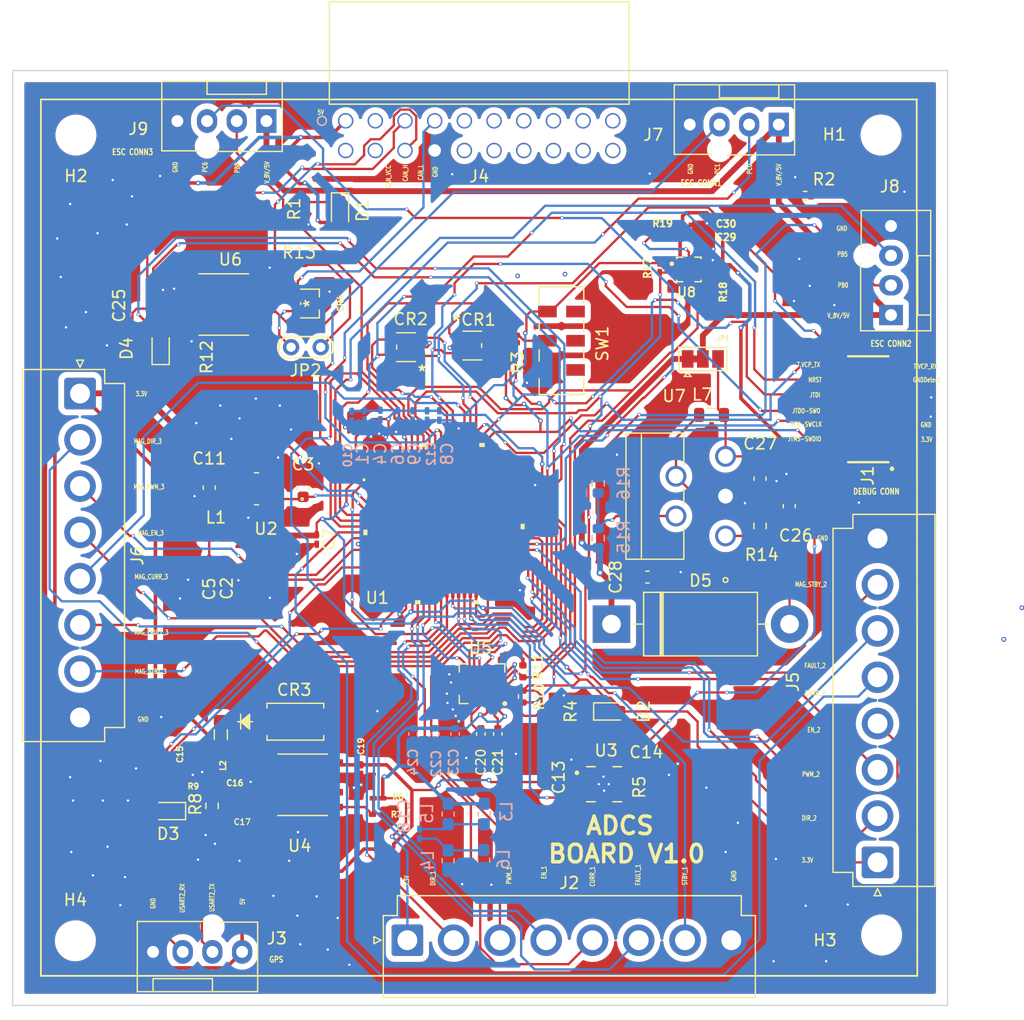
<source format=kicad_pcb>
(kicad_pcb (version 20211014) (generator pcbnew)
  (layers (0 "F.Cu" signal) (31 "B.Cu" power) (34 "B.Paste" user) (35 "F.Paste" user) (36 "B.SilkS" user "B.Silkscreen") (37 "F.SilkS" user "F.Silkscreen") (38 "B.Mask" user) (39 "F.Mask" user) (44 "Edge.Cuts" user))
  (net 0 "")
  (net 1 "/BOOST Converter/Vout_switch")
  (net 2 "Net-(C11-Pad2)")
  (net 3 "/CAN Transciever/CAN_Vcc")
  (net 4 "Net-(D1-Pad1)")
  (net 5 "Net-(D2-Pad1)")
  (net 6 "/Magnetotorquer Driver1/MAG_STBY_1")
  (net 7 "/Magnetotorquer Driver1/MAG_DIR_1")
  (net 8 "/Magnetotorquer Driver1/MAG_PWM_1")
  (net 9 "/Magnetotorquer Driver1/MAG_EN_1")
  (net 10 "/Magnetotorquer Driver1/MAG_CURR_1")
  (net 11 "/Magnetotorquer Driver1/MAG_FAULT_1")
  (net 12 "/GPS Connector/USART2_RX")
  (net 13 "/GPS Connector/USART2_TX")
  (net 14 "/CAN Transciever/CAN H")
  (net 15 "/CAN Transciever/CAN L")
  (net 16 "/Magnetotorquer Driver2/MAG_STBY_2")
  (net 17 "/Magnetotorquer Driver2/MAG_DIR_2")
  (net 18 "/Magnetotorquer Driver2/MAG_PWM_2")
  (net 19 "/Magnetotorquer Driver2/MAG_EN_2")
  (net 20 "/Magnetotorquer Driver2/MAG_CURR_2")
  (net 21 "/Magnetotorquer Driver2/MAG_FAULT_2")
  (net 22 "/Magnetotorquer Driver3/MAG_STBY_3")
  (net 23 "/Magnetotorquer Driver3/MAG_DIR_3")
  (net 24 "/Magnetotorquer Driver3/MAG_PWM_3")
  (net 25 "/Magnetotorquer Driver3/MAG_EN_3")
  (net 26 "/Magnetotorquer Driver3/MAG_CURR_3")
  (net 27 "/Magnetotorquer Driver3/MAG_FAULT_3")
  (net 28 "/ESC Connector/PC0")
  (net 29 "/ESC Connector/PC1")
  (net 30 "/ESC Connector/PB0")
  (net 31 "/ESC Connector/PB5")
  (net 32 "/ESC Connector/PB8")
  (net 33 "/ESC Connector/PC6")
  (net 34 "Net-(CR3-Pad1)")
  (net 35 "/Main_Microcontroller/GNDDetect")
  (net 36 "/Main_Microcontroller/PH3-BOOT0")
  (net 37 "/IMU Sensor/DRDY_M")
  (net 38 "/IMU Sensor/INT_M")
  (net 39 "/IMU Sensor/INT1_A{slash}G")
  (net 40 "/IMU Sensor/INT2_A{slash}G")
  (net 41 "/IMU Sensor/DEN_A{slash}G")
  (net 42 "GND")
  (net 43 "/Main_Microcontroller/DEBUG_JTDI")
  (net 44 "/Main_Microcontroller/DEBUG_JTDO-SWO")
  (net 45 "/Main_Microcontroller/DEBUG_JTCK-SWCLK")
  (net 46 "/Main_Microcontroller/DEBUG_JTMS-SWDIO")
  (net 47 "/Main_Microcontroller/T.VCP_RX")
  (net 48 "/Main_Microcontroller/T.VCP_TX")
  (net 49 "/Main_Microcontroller/DEBUG_JTRST")
  (net 50 "/Main_Microcontroller/NRST")
  (net 52 "/Main_Microcontroller/ENABLE")
  (net 57 "/CAN Transciever/FDCAN1_TX")
  (net 58 "/CAN Transciever/FDCAN1_RX")
  (net 65 "Net-(C2-Pad1)")
  (net 66 "Net-(C3-Pad1)")
  (net 67 "3.3V")
  (net 68 "Net-(C18-Pad1)")
  (net 69 "Net-(C18-Pad2)")
  (net 70 "Net-(C20-Pad1)")
  (net 71 "Net-(C21-Pad1)")
  (net 72 "Net-(C26-Pad1)")
  (net 73 "5V")
  (net 74 "Net-(C16-Pad1)")
  (net 75 "Net-(C16-Pad2)")
  (net 76 "/BOOST Converter/Output_8V")
  (net 77 "Net-(D3-Pad1)")
  (net 78 "Net-(D4-Pad1)")
  (net 79 "Net-(D5-Pad2)")
  (net 80 "/ESC Connector/V_8V{slash}5V")
  (net 81 "Net-(JP2-Pad1)")
  (net 82 "Net-(R3-Pad2)")
  (net 83 "Net-(R5-Pad1)")
  (net 84 "Net-(R6-Pad2)")
  (net 85 "I2C1_SCL")
  (net 86 "I2C1_SDA")
  (net 87 "Net-(R14-Pad1)")
  (net 88 "Net-(R15-Pad2)")
  (net 89 "Net-(R19-Pad1)")
  (footprint "BLM18BB121:BLM18BB121SN1D" (layer "F.Cu") (at 157.965999 89.845 180)
    (fp_text reference "L1")
    (fp_text value "Ferrite Bead")
  )
  (footprint "Capacitor_SMD:C_0402_1005Metric" (layer "F.Cu") (at 182.012 106.77 -90)
    (fp_text reference "C21")
    (fp_text value "0.1uF")
  )
  (footprint "Resistor_SMD:R_0201_0603Metric_Pad0.64x0.40mm_HandSolder" (layer "F.Cu") (at 189.2995 104.845 90)
    (fp_text reference "R4")
    (fp_text value "R")
  )
  (footprint "Capacitor_SMD:C_0201_0603Metric_Pad0.64x0.40mm_HandSolder" (layer "F.Cu") (at 159.612 112.02)
    (fp_text reference "C16")
    (fp_text value "68nF")
  )
  (footprint "LED_SMD:LED_0603_1608Metric" (layer "F.Cu") (at 153.812 113.37 180)
    (fp_text reference "D3")
    (fp_text value "LED")
  )
  (footprint "Resistor_SMD:R_0201_0603Metric_Pad0.64x0.40mm_HandSolder" (layer "F.Cu") (at 196.1145 64.13)
    (fp_text reference "R19")
    (fp_text value "100ohm" hide)
  )
  (footprint "Capacitor_SMD:C_0603_1608Metric" (layer "F.Cu") (at 157.316699 85.695 90)
    (fp_text reference "C11")
    (fp_text value "0.5pF")
  )
  (footprint "Capacitor_SMD:C_0201_0603Metric_Pad0.64x0.40mm_HandSolder" (layer "F.Cu") (at 155.912 108.52 90)
    (fp_text reference "C15")
    (fp_text value "22uF")
  )
  (footprint "LED_SMD:LED_0603_1608Metric" (layer "F.Cu") (at 191.6995 104.845)
    (fp_text reference "D2")
    (fp_text value "LED")
  )
  (footprint "Capacitor_SMD:C_0201_0603Metric_Pad0.64x0.40mm_HandSolder" (layer "F.Cu") (at 153.962 69.97 90)
    (fp_text reference "C25")
    (fp_text value "100nF")
  )
  (footprint "Resistor_SMD:R_0603_1608Metric" (layer "F.Cu") (at 204.4538 88.9682 90)
    (fp_text reference "R14")
    (fp_text value "2.2kohm")
  )
  (footprint "Capacitor_SMD:C_0603_1608Metric" (layer "F.Cu") (at 165.354699 85.7 90)
    (fp_text reference "C3")
    (fp_text value "0.5pF")
  )
  (footprint "Resistor_SMD:R_0201_0603Metric_Pad0.64x0.40mm_HandSolder" (layer "F.Cu") (at 171.762 112.27 180)
    (fp_text reference "R6")
    (fp_text value "7.15kohm")
  )
  (footprint "Capacitor_SMD:C_0201_0603Metric_Pad0.64x0.40mm_HandSolder" (layer "F.Cu") (at 159.562 113.22)
    (fp_text reference "C17")
    (fp_text value "180pF")
  )
  (footprint "Capacitor_SMD:C_0201_0603Metric_Pad0.64x0.40mm_HandSolder" (layer "F.Cu") (at 188.272 110.48 90)
    (fp_text reference "C13")
    (fp_text value "0.1uF")
  )
  (footprint "Jumper:SolderJumper-3_P1.3mm_Bridged12_Pad1.0x1.5mm" (layer "F.Cu") (at 199.562 74.6775)
    (fp_text reference "JP1")
    (fp_text value "Jumper_3_Bridged12" hide)
  )
  (footprint "Capacitor_SMD:C_0201_0603Metric_Pad0.64x0.40mm_HandSolder" (layer "F.Cu") (at 198.235 63.21)
    (fp_text reference "C30")
    (fp_text value "2.2uF" hide)
  )
  (footprint "ESDALC6V1W5:ESDALC6V1W5" (layer "F.Cu") (at 174.162 73.67 180)
    (fp_text reference "CR2")
    (fp_text value "ESDALC6V1W5")
  )
  (footprint "MountingHole:MountingHole_2.5mm" (layer "F.Cu") (at 214.812 55.52)
    (fp_text reference "H1")
    (fp_text value "MountingHole" hide)
  )
  (footprint "Resistor_SMD:R_0402_1005Metric" (layer "F.Cu") (at 208.312 60.72)
    (fp_text reference "R2")
    (fp_text value "100ohm" hide)
  )
  (footprint "Connector_JST:JST_VH_B8P-VH-B_1x08_P3.96mm_Vertical" (layer "F.Cu") (at 214.512 117.7575 90)
    (fp_text reference "J5")
    (fp_text value "Conn_01x08_Female")
  )
  (footprint "Connector:FanPinHeader_1x04_P2.54mm_Vertical" (layer "F.Cu") (at 162.212 54.32 180)
    (fp_text reference "J9")
    (fp_text value "Conn_01x04_Female")
  )
  (footprint "Capacitor_SMD:C_0201_0603Metric_Pad0.64x0.40mm_HandSolder" (layer "F.Cu") (at 198.2145 64.18)
    (fp_text reference "C29")
    (fp_text value "100nF" hide)
  )
  (footprint "Resistor_SMD:R_0201_0603Metric_Pad0.64x0.40mm_HandSolder" (layer "F.Cu") (at 195.176 111.324 90)
    (fp_text reference "R5")
    (fp_text value "33.3kohm")
  )
  (footprint "ABM8-25000MHZ:ABM8-25.000MHZ-D2Y-T" (layer "F.Cu") (at 161.366699 85.795 180)
    (fp_text reference "U2")
    (fp_text value "ABM8-25.000MHZ-D2Y-T" hide)
  )
  (footprint "Package_LGA:LGA-24L_3x3.5mm_P0.43mm" (layer "F.Cu") (at 180.662 102.47 180)
    (fp_text reference "U5")
    (fp_text value "LSM9DS1")
  )
  (footprint "Capacitor_SMD:C_0603_1608Metric" (layer "F.Cu") (at 204.4538 84.9182 -90)
    (fp_text reference "C27")
    (fp_text value "0.1uF")
  )
  (footprint "Capacitor_SMD:C_0402_1005Metric" (layer "F.Cu") (at 180.562 106.77 -90)
    (fp_text reference "C20")
    (fp_text value "10nF")
  )
  (footprint "MountingHole:MountingHole_2.5mm" (layer "F.Cu") (at 145.912 55.52)
    (fp_text reference "H2")
    (fp_text value "MountingHole" hide)
  )
  (footprint "LM2577T:LM2577T-ADJ&slash_LF03" (layer "F.Cu") (at 201.5038 89.8218 90)
    (fp_text reference "U7")
    (fp_text value "LM2577T-ADJ/LF03")
  )
  (footprint "Capacitor_SMD:C_0201_0603Metric_Pad0.64x0.40mm_HandSolder" (layer "F.Cu") (at 158.566699 92.245 -90)
    (fp_text reference "C2")
    (fp_text value "10nF")
  )
  (footprint "FTSH-107-01-F-DV-K-P-TR:SAMTEC_FTSH-107-01-F-DV-K-P-TR" (layer "F.Cu") (at 213.712 78.9825 90)
    (fp_text reference "J1")
    (fp_text value "FTSH-107-01-F-DV-K-P-TR" hide)
  )
  (footprint "Connector_JST:JST_VH_B8P-VH-B_1x08_P3.96mm_Vertical" (layer "F.Cu") (at 146.262 77.64 -90)
    (fp_text reference "J6")
    (fp_text value "Conn_01x08_Female")
  )
  (footprint "L9615D:L9615D" (layer "F.Cu") (at 158.562 70.02)
    (fp_text reference "U6")
    (fp_text value "L9615D")
  )
  (footprint "Resistor_SMD:R_0402_1005Metric" (layer "F.Cu") (at 184.162 101.41 -90)
    (fp_text reference "R11")
    (fp_text value "4.7kohm")
  )
  (footprint "Capacitor_SMD:C_0201_0603Metric_Pad0.64x0.40mm_HandSolder" (layer "F.Cu") (at 166.516699 90.1275 -90)
    (fp_text reference "C7")
    (fp_text value "100nF")
  )
  (footprint "ESDALC6V1W5:ESDALC6V1W5" (layer "F.Cu") (at 179.832 73.533)
    (fp_text reference "CR1")
    (fp_text value "ESDALC6V1W5")
  )
  (footprint "Resistor_SMD:R_0201_0603Metric_Pad0.64x0.40mm_HandSolder" (layer "F.Cu") (at 171.6945 113.67 180)
    (fp_text reference "R7")
    (fp_text value "4.3kohm")
  )
  (footprint "Resistor_SMD:R_0201_0603Metric_Pad0.64x0.40mm_HandSolder" (layer "F.Cu") (at 165.012 66.62)
    (fp_text reference "R13")
    (fp_text value "120 ohm")
  )
  (footprint "LED_SMD:LED_0603_1608Metric" (layer "F.Cu") (at 153.162 73.67 90)
    (fp_text reference "D4")
    (fp_text value "LED")
  )
  (footprint "Connector:FanPinHeader_1x04_P2.54mm_Vertical" (layer "F.Cu") (at 152.512 125.42)
    (fp_text reference "J3")
    (fp_text value "Conn_01x04_Female")
  )
  (footprint "STPS1150A:STPS1150A" (layer "F.Cu") (at 164.6924 105.72)
    (fp_text reference "CR3")
    (fp_text value "STPS1150A")
  )
  (footprint "Capacitor_SMD:C_0603_1608Metric" (layer "F.Cu") (at 194.818 93.345)
    (fp_text reference "C28")
    (fp_text value "680uF")
  )
  (footprint "LED_SMD:LED_0603_1608Metric_Pad1.05x0.95mm_HandSolder" (layer "F.Cu") (at 168.5145 62.129 -90)
    (fp_text reference "D1")
    (fp_text value "LED")
  )
  (footprint "TestPoint:TestPoint_2Pads_Pitch2.54mm_Drill0.8mm" (layer "F.Cu") (at 166.862 73.67 180)
    (fp_text reference "JP2")
    (fp_text value "Jumper_2_Bridged")
  )
  (footprint "Resistor_SMD:R_0402_1005Metric" (layer "F.Cu") (at 184.162 103.569 90)
    (fp_text reference "R10")
    (fp_text value "4.7kohm")
  )
  (footprint "connector_main:613020243121" (layer "F.Cu") (at 168.994 54.2998)
    (fp_text reference "J4")
    (fp_text value "Conn_02x10_Counter_Clockwise")
  )
  (footprint "esdcan02-2BWY:ESDCAN02-2BWY" (layer "F.Cu") (at 165.942 69.935 -90)
    (fp_text reference "CR4")
    (fp_text value "ESDCAN02-2BWY")
  )
  (footprint "HTS221:XDCR_HTS221" (layer "F.Cu") (at 198.362 67.02)
    (fp_text reference "U8")
    (fp_text value "HTS221")
  )
  (footprint "Resistor_SMD:R_0201_0603Metric_Pad0.64x0.40mm_HandSolder" (layer "F.Cu") (at 165.712 61.72 -90)
    (fp_text reference "R1")
    (fp_text value "1kohm")
  )
  (footprint "Connector_JST:JST_VH_B8P-VH-B_1x08_P3.96mm_Vertical" (layer "F.Cu") (at 174.2745 124.42)
    (fp_text reference "J2")
    (fp_text value "Conn_01x08_Female")
  )
  (footprint "Resistor_SMD:R_0603_1608Metric" (layer "F.Cu") (at 157.562 112.92 90)
    (fp_text reference "R8")
    (fp_text value "1.3kohm")
  )
  (footprint "Diode_THT:D_DO-201AD_P15.24mm_Horizontal" (layer "F.Cu") (at 191.742 97.37)
    (fp_text reference "D5")
    (fp_text value "1N5821")
  )
  (footprint "Button_Switch_SMD:SW_DPDT_CK_JS202011JCQN" (layer "F.Cu") (at 187.462 73.12 90)
    (fp_text reference "SW1")
    (fp_text value "SW_DPDT_x2" hide)
  )
  (footprint "Inductor_SMD:L_0805_2012Metric_Pad1.05x1.20mm_HandSolder" (layer "F.Cu") (at 158.312 106.82 90)
    (fp_text reference "L2")
    (fp_text value "18uH")
  )
  (footprint "Capacitor_SMD:C_0201_0603Metric_Pad0.64x0.40mm_HandSolder" (layer "F.Cu") (at 157.316699 92.1625 -90)
    (fp_text reference "C5")
    (fp_text value "1uF")
  )
  (footprint "Resistor_SMD:R_0201_0603Metric" (layer "F.Cu") (at 183.712 72.97 90)
    (fp_text reference "R3")
    (fp_text value "10kohm")
  )
  (footprint "Resistor_SMD:R_0201_0603Metric_Pad0.64x0.40mm_HandSolder" (layer "F.Cu") (at 155.512 74.52 90)
    (fp_text reference "R12")
    (fp_text value "1kohm")
  )
  (footprint "stm32u585:STM32U585RIT6Q" (layer "F.Cu") (at 177.412 88.77)
    (fp_text reference "U1")
    (fp_text value "STM32U585RIT6Q" hide)
  )
  (footprint "Resistor_SMD:R_0201_0603Metric_Pad0.64x0.40mm_HandSolder" (layer "F.Cu") (at 154.412 111.12)
    (fp_text reference "R9")
    (fp_text value "1kohm")
  )
  (footprint "MountingHole:MountingHole_2.5mm" (layer "F.Cu") (at 145.862 124.47)
    (fp_text reference "H4")
    (fp_text value "MountingHole")
  )
  (footprint "Capacitor_SMD:C_0201_0603Metric_Pad0.64x0.40mm_HandSolder" (layer "F.Cu") (at 194.722 109.38)
    (fp_text reference "C14")
    (fp_text value "68uF")
  )
  (footprint "A5975D:A5975D" (layer "F.Cu") (at 165.312 111.12)
    (fp_text reference "U4")
    (fp_text value "A5975D" hide)
  )
  (footprint "Connector:FanPinHeader_1x04_P2.54mm_Vertical" (layer "F.Cu") (at 215.662 70.92 90)
    (fp_text reference "J8")
    (fp_text value "Conn_01x04_Female" hide)
  )
  (footprint "TPS2557DRBR:IC_DRV8601DRBT" (layer "F.Cu") (at 191.112 111.07)
    (fp_text reference "U3")
    (fp_text value "TPS2557DRBR")
  )
  (footprint "Resistor_SMD:R_0201_0603Metric_Pad0.64x0.40mm_HandSolder" (layer "F.Cu") (at 201.2645 67.03 90)
    (fp_text reference "R18")
    (fp_text value "4.7kohm" hide)
  )
  (footprint "Capacitor_SMD:C_0603_1608Metric" (layer "F.Cu") (at 206.9538 87.2682 90)
    (fp_text reference "C26")
    (fp_text value "0.33uF")
  )
  (footprint "Capacitor_SMD:C_0201_0603Metric_Pad0.64x0.40mm_HandSolder" (layer "F.Cu") (at 170.312 109.82 90)
    (fp_text reference "C19")
    (fp_text value "10uF")
  )
  (footprint "MountingHole:MountingHole_2.5mm" (layer "F.Cu") (at 214.862 123.97)
    (fp_text reference "H3")
    (fp_text value "MountingHole")
  )
  (footprint "Inductor_SMD:L_0805_2012Metric" (layer "F.Cu") (at 200.3038 79.4682 180)
    (fp_text reference "L7")
    (fp_text value "100uH" hide)
  )
  (footprint "Resistor_SMD:R_0201_0603Metric_Pad0.64x0.40mm_HandSolder" (layer "F.Cu") (at 195.8645 66.88 -90)
    (fp_text reference "R17")
    (fp_text value "4.7kohm" hide)
  )
  (footprint "Connector:FanPinHeader_1x04_P2.54mm_Vertical" (layer "F.Cu") (at 206.062 54.62 180)
    (fp_text reference "J7")
    (fp_text value "Conn_01x04_Female")
  )
  (footprint "Capacitor_SMD:C_0201_0603Metric_Pad0.64x0.40mm_HandSolder" (layer "B.Cu") (at 174.712 79.52 -90)
    (fp_text reference "C9")
    (fp_text value "100nF")
  )
  (footprint "Capacitor_SMD:C_0201_0603Metric_Pad0.64x0.40mm_HandSolder" (layer "B.Cu") (at 175.312 115.32 -90)
    (fp_text reference "C18")
    (fp_text value "100nF")
  )
  (footprint "Capacitor_SMD:C_0402_1005Metric" (layer "B.Cu") (at 174.762 106.77 -90)
    (fp_text reference "C24")
    (fp_text value "10uF")
  )
  (footprint "Inductor_SMD:L_0603_1608Metric_Pad1.05x0.95mm_HandSolder" (layer "B.Cu") (at 177.762 117.6075 90)
    (fp_text reference "L4")
    (fp_text value "1uH")
  )
  (footprint "Capacitor_SMD:C_0201_0603Metric_Pad0.64x0.40mm_HandSolder" (layer "B.Cu") (at 173.462 79.52 -90)
    (fp_text reference "C6")
    (fp_text value "100nF")
  )
  (footprint "Resistor_SMD:R_0603_1608Metric" (layer "B.Cu") (at 190.6038 90.0182 90)
    (fp_text reference "R15")
    (fp_text value "11kohm")
  )
  (footprint "Inductor_SMD:L_0603_1608Metric_Pad1.05x0.95mm_HandSolder" (layer "B.Cu") (at 180.812 117.57 -90)
    (fp_text reference "L6")
    (fp_text value "1uH")
  )
  (footprint "Inductor_SMD:L_0603_1608Metric_Pad1.05x0.95mm_HandSolder" (layer "B.Cu") (at 180.862 113.62 -90)
    (fp_text reference "L3")
    (fp_text value "1uH")
  )
  (footprint "Capacitor_SMD:C_0201_0603Metric_Pad0.64x0.40mm_HandSolder" (layer "B.Cu") (at 169.512 79.57 -90)
    (fp_text reference "C10")
    (fp_text value "100nF")
  )
  (footprint "Capacitor_SMD:C_0201_0603Metric_Pad0.64x0.40mm_HandSolder" (layer "B.Cu") (at 170.612 79.52 -90)
    (fp_text reference "C1")
    (fp_text value "10uF")
  )
  (footprint "Resistor_SMD:R_0603_1608Metric" (layer "B.Cu") (at 190.6038 85.3182 90)
    (fp_text reference "R16")
    (fp_text value "2.2kohm")
  )
  (footprint "Inductor_SMD:L_0603_1608Metric_Pad1.05x0.95mm_HandSolder" (layer "B.Cu") (at 177.762 113.62 90)
    (fp_text reference "L5")
    (fp_text value "1uH")
  )
  (footprint "Capacitor_SMD:C_0201_0603Metric_Pad0.64x0.40mm_HandSolder" (layer "B.Cu") (at 177.012 79.52 -90)
    (fp_text reference "C8")
    (fp_text value "1uF")
  )
  (footprint "Capacitor_SMD:C_0201_0603Metric_Pad0.64x0.40mm_HandSolder" (layer "B.Cu") (at 175.962 79.52 -90)
    (fp_text reference "C12")
    (fp_text value "100nF")
  )
  (footprint "Capacitor_SMD:C_0402_1005Metric" (layer "B.Cu") (at 176.612 106.77 90)
    (fp_text reference "C22")
    (fp_text value "0.1uF")
  )
  (footprint "Capacitor_SMD:C_0402_1005Metric" (layer "B.Cu") (at 178.362 106.77 -90)
    (fp_text reference "C23")
    (fp_text value "10uF")
  )
  (footprint "Capacitor_SMD:C_0201_0603Metric_Pad0.64x0.40mm_HandSolder" (layer "B.Cu") (at 171.962 79.47 -90)
    (fp_text reference "C4")
    (fp_text value "100nF")
  )
  (gr_line (start 142.912 127.47) (end 142.912 52.47) (layer "F.SilkS") (width 0.15))
  (gr_line (start 217.912 127.47) (end 142.912 127.47) (layer "F.SilkS") (width 0.15))
  (gr_line (start 217.862 52.595) (end 217.912 127.47) (layer "F.SilkS") (width 0.15))
  (gr_line (start 142.912 52.47) (end 217.912 52.47) (layer "F.SilkS") (width 0.15))
  (gr_line (start 220.5 50) (end 140.5 50) (layer "Edge.Cuts") (width 0.1))
  (gr_line (start 140.5 50) (end 140.5 130) (layer "Edge.Cuts") (width 0.1))
  (gr_line (start 220.5 130) (end 220.5 50) (layer "Edge.Cuts") (width 0.1))
  (gr_line (start 140.5 130) (end 220.5 130) (layer "Edge.Cuts") (width 0.1))
  (gr_text "GND" (at 211.462 63.52) (layer "F.SilkS") (effects (font (size 0.4 0.3) (thickness 0.075))))
  (gr_text "MAG_CURR_3" (at 152.362 93.32) (layer "F.SilkS") (effects (font (size 0.4 0.3) (thickness 0.075))))
  (gr_text "PB5" (at 211.512 65.72) (layer "F.SilkS") (effects (font (size 0.4 0.3) (thickness 0.075))))
  (gr_text "NRST" (at 209.162 76.47) (layer "F.SilkS") (effects (font (size 0.4 0.3) (thickness 0.075))))
  (gr_text "MAG_EN_3" (at 152.312 89.57) (layer "F.SilkS") (effects (font (size 0.4 0.3) (thickness 0.075))))
  (gr_text "PC6" (at 156.962 58.27 90) (layer "F.SilkS") (effects (font (size 0.4 0.3) (thickness 0.075))))
  (gr_text "5V" (at 166.862 53.57) (layer "F.SilkS") (effects (font (size 0.4 0.3) (thickness 0.075))))
  (gr_text "USART2_RX" (at 155.012 120.82 90) (layer "F.SilkS") (effects (font (size 0.4 0.3) (thickness 0.075))))
  (gr_text "T.VCP_RX" (at 218.612 75.32) (layer "F.SilkS") (effects (font (size 0.4 0.3) (thickness 0.075))))
  (gr_text "PC1" (at 200.812 58.42 90) (layer "F.SilkS") (effects (font (size 0.4 0.3) (thickness 0.075))))
  (gr_text "GND" (at 218.662 80.32) (layer "F.SilkS") (effects (font (size 0.4 0.3) (thickness 0.075))))
  (gr_text "DIR_2" (at 208.662 113.97) (layer "F.SilkS") (effects (font (size 0.4 0.3) (thickness 0.075))))
  (gr_text "3.3V" (at 151.512 77.67) (layer "F.SilkS") (effects (font (size 0.4 0.3) (thickness 0.075))))
  (gr_text "JTDI" (at 209.162 77.77) (layer "F.SilkS") (effects (font (size 0.4 0.3) (thickness 0.075))))
  (gr_text "DIR_1" (at 176.462 119.12 90) (layer "F.SilkS") (effects (font (size 0.4 0.3) (thickness 0.075))))
  (gr_text "MAG_FAULT_3" (at 152.362 98.07) (layer "F.SilkS") (effects (font (size 0.4 0.3) (thickness 0.075))))
  (gr_text "GPS" (at 163.062 126.07) (layer "F.SilkS") (effects (font (size 0.5 0.4) (thickness 0.1))))
  (gr_text "ADCS \nBOARD V1.0" (at 193.04 115.824) (layer "F.SilkS") (effects (font (size 1.5 1.5) (thickness 0.3))))
  (gr_text "FAULT_2" (at 209.162 100.92) (layer "F.SilkS") (effects (font (size 0.4 0.3) (thickness 0.075))))
  (gr_text "ESC CONN2" (at 215.662 73.37) (layer "F.SilkS") (effects (font (size 0.5 0.4) (thickness 0.1))))
  (gr_text "GND" (at 152.512 121.27 90) (layer "F.SilkS") (effects (font (size 0.4 0.3) (thickness 0.075))))
  (gr_text "ESC CONN3" (at 150.762 56.97) (layer "F.SilkS") (effects (font (size 0.5 0.4) (thickness 0.1))))
  (gr_text "JTDO-SWO" (at 208.412 79.12) (layer "F.SilkS") (effects (font (size 0.4 0.3) (thickness 0.075))))
  (gr_text "JTCK-SWCLK" (at 208.312 80.27) (layer "F.SilkS") (effects (font (size 0.4 0.3) (thickness 0.075))))
  (gr_text "PWM_2" (at 208.812 110.22) (layer "F.SilkS") (effects (font (size 0.4 0.3) (thickness 0.075))))
  (gr_text "MAG_DIR_3" (at 152.062 81.72) (layer "F.SilkS") (effects (font (size 0.4 0.3) (thickness 0.075))))
  (gr_text "5V" (at 160.162 121.12 90) (layer "F.SilkS") (effects (font (size 0.4 0.3) (thickness 0.075))))
  (gr_text "PWM_1" (at 182.962 118.87 90) (layer "F.SilkS") (effects (font (size 0.4 0.3) (thickness 0.075))))
  (gr_text "PC0" (at 203.562 58.42 90) (layer "F.SilkS") (effects (font (size 0.4 0.3) (thickness 0.075))))
  (gr_text "GND" (at 151.662 105.52) (layer "F.SilkS") (effects (font (size 0.4 0.3) (thickness 0.075))))
  (gr_text "STBY_1" (at 198.012 118.92 90) (layer "F.SilkS") (effects (font (size 0.4 0.3) (thickness 0.075))))
  (gr_text "EN_1" (at 185.962 118.62 90) (layer "F.SilkS") (effects (font (size 0.4 0.3) (thickness 0.075))))
  (gr_text "3.3V" (at 174.212 119.37 90) (layer "F.SilkS") (effects (font (size 0.4 0.3) (thickness 0.075))))
  (gr_text "GND" (at 154.412 58.27 90) (layer "F.SilkS") (effects (font (size 0.4 0.3) (thickness 0.075))))
  (gr_text "CAN_VCC" (at 172.662 59.07 90) (layer "F.SilkS") (effects (font (size 0.4 0.3) (thickness 0.075))))
  (gr_text "GND" (at 198.512 58.42 90) (layer "F.SilkS") (effects (font (size 0.4 0.3) (thickness 0.075))))
  (gr_text "CURR_2" (at 209.162 103.27) (layer "F.SilkS") (effects (font (size 0.4 0.3) (thickness 0.075))))
  (gr_text "MAG_STBY_2" (at 208.812 93.97) (layer "F.SilkS") (effects (font (size 0.4 0.3) (thickness 0.075))))
  (gr_text "T.VCP_TX" (at 208.612 75.17) (layer "F.SilkS") (effects (font (size 0.4 0.3) (thickness 0.075))))
  (gr_text "PB0" (at 211.562 68.37) (layer "F.SilkS") (effects (font (size 0.4 0.3) (thickness 0.075))))
  (gr_text "JTMS-SWDIO" (at 208.262 81.52) (layer "F.SilkS") (effects (font (size 0.4 0.3) (thickness 0.075))))
  (gr_text "3.3V" (at 208.512 117.57) (layer "F.SilkS") (effects (font (size 0.4 0.3) (thickness 0.075))))
  (gr_text "CURR_1" (at 190.112 118.97 90) (layer "F.SilkS") (effects (font (size 0.4 0.3) (thickness 0.075))))
  (gr_text "MAG_PWM_3" (at 152.162 85.62) (layer "F.SilkS") (effects (font (size 0.4 0.3) (thickness 0.075))))
  (gr_text "CAN_H" (at 174.112 58.77 90) (layer "F.SilkS") (effects (font (size 0.4 0.3) (thickness 0.075))))
  (gr_text "GNDDetect" (at 218.712 76.47) (layer "F.SilkS") (effects (font (size 0.4 0.3) (thickness 0.075))))
  (gr_text "V_8V/5V" (at 162.262 58.72 90) (layer "F.SilkS") (effects (font (size 0.4 0.3) (thickness 0.075))))
  (gr_text "MAG_STBY_3" (at 152.312 101.42) (layer "F.SilkS") (effects (font (size 0.4 0.3) (thickness 0.075))))
  (gr_text "V_8V/5V" (at 206.062 58.92 90) (layer "F.SilkS") (effects (font (size 0.4 0.3) (thickness 0.075))))
  (gr_text "CAN_L" (at 175.412 58.72 90) (layer "F.SilkS") (effects (font (size 0.4 0.3) (thickness 0.075))))
  (gr_text "ESC CONN1" (at 199.412 59.62) (layer "F.SilkS") (effects (font (size 0.5 0.4) (thickness 0.1))))
  (gr_text "GND" (at 202.212 118.92 90) (layer "F.SilkS") (effects (font (size 0.4 0.3) (thickness 0.075))))
  (gr_text "DEBUG CONN" (at 214.412 86.02) (layer "F.SilkS") (effects (font (size 0.5 0.4) (thickness 0.1))))
  (gr_text "GND" (at 176.662 58.67 90) (layer "F.SilkS") (effects (font (size 0.4 0.3) (thickness 0.075))))
  (gr_text "GND" (at 209.812 90.02) (layer "F.SilkS") (effects (font (size 0.4 0.3) (thickness 0.075))))
  (gr_text "PB8" (at 159.712 58.32 90) (layer "F.SilkS") (effects (font (size 0.4 0.3) (thickness 0.075))))
  (gr_text "USART2_TX" (at 157.562 120.77 90) (layer "F.SilkS") (effects (font (size 0.4 0.3) (thickness 0.075))))
  (gr_text "EN_2" (at 209.062 106.42) (layer "F.SilkS") (effects (font (size 0.4 0.3) (thickness 0.075))))
  (gr_text "FAULT_1" (at 194.012 118.82 90) (layer "F.SilkS") (effects (font (size 0.4 0.3) (thickness 0.075))))
  (gr_text "3.3V" (at 218.712 81.57) (layer "F.SilkS") (effects (font (size 0.4 0.3) (thickness 0.075))))
  (gr_text "V_8V/5V" (at 211.162 70.97) (layer "F.SilkS") (effects (font (size 0.4 0.3) (thickness 0.075))))
  (via (at 225.312 98.67) (size 0.4) (drill 0.2) (layers "F.Cu" "B.Cu") (net 0))
  (via (at 226.862 95.97) (size 0.4) (drill 0.2) (layers "F.Cu" "B.Cu") (net 0))
  (via (at 225.312 98.67) (size 0.4) (drill 0.2) (layers "F.Cu" "B.Cu") (net 0))
  (via (at 225.312 98.67) (size 0.4) (drill 0.2) (layers "F.Cu" "B.Cu") (net 0))
  (via (at 225.312 98.67) (size 0.4) (drill 0.2) (layers "F.Cu" "B.Cu") (net 0))
  (via (at 183.712 67.57) (size 0.4) (drill 0.2) (layers "F.Cu" "B.Cu") (net 0))
  (via (at 225.312 98.67) (size 0.4) (drill 0.2) (layers "F.Cu" "B.Cu") (net 0))
  (via (at 226.862 95.97) (size 0.4) (drill 0.2) (layers "F.Cu" "B.Cu") (net 0))
  (via (at 225.312 98.67) (size 0.4) (drill 0.2) (layers "F.Cu" "B.Cu") (net 0))
  (via (at 187.762 67.42) (size 0.4) (drill 0.2) (layers "F.Cu" "B.Cu") (net 0))
  (segment (start 201.5038 79.6057) (end 201.5038 83.0146) (width 0.2) (layer "F.Cu") (net 1))
  (segment (start 200.862 74.6775) (end 200.862 78.9639) (width 0.2) (layer "F.Cu") (net 1))
  (segment (start 203.3252 83.0146) (end 204.4538 84.1432) (width 0.2) (layer "F.Cu") (net 1))
  (segment (start 201.5038 83.0146) (end 203.3252 83.0146) (width 0.2) (layer "F.Cu") (net 1))
  (segment (start 200.862 78.9639) (end 201.3663 79.4682) (width 0.2) (layer "F.Cu") (net 1))
  (segment (start 194.3145 108.0175) (end 196.704845 105.627155) (width 0.2) (layer "F.Cu") (net 1))
  (segment (start 201.612 103.22) (end 199.112 103.22) (width 0.2) (layer "F.Cu") (net 1))
  (segment (start 205.377 83.22) (end 206.612 83.22) (width 0.2) (layer "F.Cu") (net 1))
  (segment (start 201.3663 79.4682) (end 201.5038 79.6057) (width 0.2) (layer "F.Cu") (net 1))
  (segment (start 192.9495 110.745) (end 194.3145 109.38) (width 0.2) (layer "F.Cu") (net 1))
  (segment (start 194.3145 109.38) (end 194.3145 108.0175) (width 0.2) (layer "F.Cu") (net 1))
  (segment (start 192.512 110.745) (end 192.9495 110.745) (width 0.2) (layer "F.Cu") (net 1))
  (segment (start 204.4538 84.1432) (end 205.377 83.22) (width 0.2) (layer "F.Cu") (net 1))
  (segment (start 206.612 83.22) (end 209.112 85.72) (width 0.2) (layer "F.Cu") (net 1))
  (segment (start 209.112 85.72) (end 209.112 90.72) (width 0.2) (layer "F.Cu") (net 1))
  (via (at 201.612 103.22) (size 0.3) (drill 0.2) (layers "F.Cu" "B.Cu") (net 1))
  (via (at 196.704845 105.627155) (size 0.3) (drill 0.2) (layers "F.Cu" "B.Cu") (net 1))
  (via (at 199.112 103.22) (size 0.3) (drill 0.2) (layers "F.Cu" "B.Cu") (net 1))
  (via (at 209.112 90.72) (size 0.3) (drill 0.2) (layers "F.Cu" "B.Cu") (net 1))
  (segment (start 209.112 98.22) (end 209.112 90.72) (width 0.2) (layer "B.Cu") (net 1))
  (segment (start 201.612 103.22) (end 204.112 103.22) (width 0.2) (layer "B.Cu") (net 1))
  (segment (start 199.112 103.22) (end 196.704845 105.627155) (width 0.2) (layer "B.Cu") (net 1))
  (segment (start 204.112 103.22) (end 209.112 98.22) (width 0.2) (layer "B.Cu") (net 1))
  (segment (start 160.062 83.016) (end 160.062 84.92) (width 0.2) (layer "F.Cu") (net 2))
  (segment (start 160.062 84.92) (end 157.316699 84.92) (width 0.2) (layer "F.Cu") (net 2))
  (segment (start 164.211 82.169) (end 160.909 82.169) (width 0.2) (layer "F.Cu") (net 2))
  (segment (start 160.909 82.169) (end 160.062 83.016) (width 0.2) (layer "F.Cu") (net 2))
  (segment (start 165.1 83.058) (end 164.211 82.169) (width 0.2) (layer "F.Cu") (net 2))
  (segment (start 170.840001 87.020001) (end 171.662001 87.020001) (width 0.2) (layer "F.Cu") (net 2))
  (segment (start 170.193845 86.373845) (end 170.840001 87.020001) (width 0.2) (layer "F.Cu") (net 2))
  (via (at 165.1 83.058) (size 0.3) (drill 0.2) (layers "F.Cu" "B.Cu") (net 2))
  (via (at 170.193845 86.373845) (size 0.3) (drill 0.2) (layers "F.Cu" "B.Cu") (net 2))
  (segment (start 165.1 83.058) (end 165.1 83.566) (width 0.2) (layer "B.Cu") (net 2))
  (segment (start 167.494 85.96) (end 169.78 85.96) (width 0.2) (layer "B.Cu") (net 2))
  (segment (start 165.1 83.566) (end 167.494 85.96) (width 0.2) (layer "B.Cu") (net 2))
  (segment (start 169.78 85.96) (end 170.193845 86.373845) (width 0.2) (layer "B.Cu") (net 2))
  (segment (start 155.79485 70.612) (end 155.83785 70.655) (width 0.2) (layer "F.Cu") (net 3))
  (segment (start 154.178 71.501) (end 152.654 71.501) (width 0.2) (layer "F.Cu") (net 3))
  (segment (start 155.83785 70.655) (end 155.024 70.655) (width 0.2) (layer "F.Cu") (net 3))
  (segment (start 150.749 72.644) (end 150.749 70.737603) (width 0.2) (layer "F.Cu") (net 3))
  (segment (start 173.1136 56.618411) (end 173.1136 55.2602) (width 0.2) (layer "F.Cu") (net 3))
  (segment (start 171.312011 58.42) (end 173.1136 56.618411) (width 0.2) (layer "F.Cu") (net 3))
  (segment (start 150.9875 72.8825) (end 150.749 72.644) (width 0.2) (layer "F.Cu") (net 3))
  (segment (start 152.019 70.866) (end 152.019 64.897) (width 0.2) (layer "F.Cu") (net 3))
  (segment (start 165.427 58.42) (end 171.312011 58.42) (width 0.2) (layer "F.Cu") (net 3))
  (segment (start 155.024 70.655) (end 154.178 71.501) (width 0.2) (layer "F.Cu") (net 3))
  (segment (start 173.1136 55.2602) (end 174.074 54.2998) (width 0.2) (layer "F.Cu") (net 3))
  (segment (start 153.162 72.8825) (end 150.9875 72.8825) (width 0.2) (layer "F.Cu") (net 3))
  (segment (start 150.749 70.737603) (end 151.109103 70.3775) (width 0.2) (layer "F.Cu") (net 3))
  (segment (start 152.654 71.501) (end 152.019 70.866) (width 0.2) (layer "F.Cu") (net 3))
  (segment (start 151.109103 70.3775) (end 153.962 70.3775) (width 0.2) (layer "F.Cu") (net 3))
  (segment (start 165.2827 58.2757) (end 165.427 58.42) (width 0.2) (layer "F.Cu") (net 3))
  (segment (start 154.1965 70.612) (end 155.79485 70.612) (width 0.2) (layer "F.Cu") (net 3))
  (segment (start 153.962 70.3775) (end 154.1965 70.612) (width 0.2) (layer "F.Cu") (net 3))
  (segment (start 156.464 60.452) (end 161.925 60.452) (width 0.2) (layer "F.Cu") (net 3))
  (segment (start 152.019 64.897) (end 156.464 60.452) (width 0.2) (layer "F.Cu") (net 3))
  (via (at 161.925 60.452) (size 0.3) (drill 0.2) (layers "F.Cu" "B.Cu") (net 3))
  (via (at 165.2827 58.2757) (size 0.3) (drill 0.2) (layers "F.Cu" "B.Cu") (net 3))
  (segment (start 165.2827 58.2757) (end 163.1064 60.452) (width 0.2) (layer "B.Cu") (net 3))
  (segment (start 163.1064 60.452) (end 161.925 60.452) (width 0.2) (layer "B.Cu") (net 3))
  (segment (start 168.5145 61.254) (end 165.7705 61.254) (width 0.2) (layer "F.Cu") (net 4))
  (segment (start 165.7705 61.254) (end 165.712 61.3125) (width 0.2) (layer "F.Cu") (net 4))
  (segment (start 190.912 104.845) (end 190.5045 105.2525) (width 0.2) (layer "F.Cu") (net 5))
  (segment (start 190.5045 105.2525) (end 189.2995 105.2525) (width 0.2) (layer "F.Cu") (net 5))
  (segment (start 187.412 98.502655) (end 187.412 89.235686) (width 0.2) (layer "F.Cu") (net 6))
  (segment (start 191.477686 103.27) (end 192.012 103.27) (width 0.2) (layer "F.Cu") (net 6))
  (segment (start 187.412 89.235686) (end 186.196313 88.019999) (width 0.2) (layer "F.Cu") (net 6))
  (segment (start 186.196313 88.019999) (end 183.161999 88.019999) (width 0.2) (layer "F.Cu") (net 6))
  (segment (start 190.127686 101.92) (end 191.477686 103.27) (width 0.2) (layer "F.Cu") (net 6))
  (segment (start 187.3625 98.552155) (end 187.412 98.502655) (width 0.2) (layer "F.Cu") (net 6))
  (segment (start 189.762 101.67) (end 190.012 101.92) (width 0.2) (layer "F.Cu") (net 6))
  (segment (start 190.012 101.92) (end 190.127686 101.92) (width 0.2) (layer "F.Cu") (net 6))
  (via (at 192.012 103.27) (size 0.3) (drill 0.2) (layers "F.Cu" "B.Cu") (net 6))
  (via (at 187.3625 98.552155) (size 0.3) (drill 0.2) (layers "F.Cu" "B.Cu") (net 6))
  (via (at 189.762 101.67) (size 0.3) (drill 0.2) (layers "F.Cu" "B.Cu") (net 6))
  (segment (start 198.0345 109.2925) (end 198.0345 124.42) (width 0.2) (layer "B.Cu") (net 6))
  (segment (start 192.012 103.27) (end 198.0345 109.2925) (width 0.2) (layer "B.Cu") (net 6))
  (segment (start 189.762 101.67) (end 189.762 101.62) (width 0.2) (layer "B.Cu") (net 6))
  (segment (start 189.762 101.62) (end 187.3625 99.2205) (width 0.2) (layer "B.Cu") (net 6))
  (segment (start 187.3625 99.2205) (end 187.3625 98.552155) (width 0.2) (layer "B.Cu") (net 6))
  (segment (start 174.226103 98.82) (end 175.931487 98.82) (width 0.2) (layer "F.Cu") (net 7))
  (segment (start 174.035377 98.942585) (end 174.103518 98.942585) (width 0.2) (layer "F.Cu") (net 7))
  (segment (start 170.8125 117.12) (end 170.9345 117.12) (width 0.2) (layer "F.Cu") (net 7))
  (segment (start 175.931487 98.82) (end 177.162 97.589487) (width 0.2) (layer "F.Cu") (net 7))
  (segment (start 174.103518 98.942585) (end 174.226103 98.82) (width 0.2) (layer "F.Cu") (net 7))
  (segment (start 170.9345 117.12) (end 178.2345 124.42) (width 0.2) (layer "F.Cu") (net 7))
  (segment (start 177.162 97.589487) (end 177.162 94.519999) (width 0.2) (layer "F.Cu") (net 7))
  (via (at 174.035377 98.942585) (size 0.3) (drill 0.2) (layers "F.Cu" "B.Cu") (net 7))
  (via (at 170.8125 117.12) (size 0.3) (drill 0.2) (layers "F.Cu" "B.Cu") (net 7))
  (segment (start 170.8125 107.603814) (end 170.8125 117.12) (width 0.2) (layer "B.Cu") (net 7))
  (segment (start 174.612 102.405897) (end 174.612 103.804314) (width 0.2) (layer "B.Cu") (net 7))
  (segment (start 173.512 99.465962) (end 173.512 101.305897) (width 0.2) (layer "B.Cu") (net 7))
  (segment (start 174.612 103.804314) (end 170.8125 107.603814) (width 0.2) (layer "B.Cu") (net 7))
  (segment (start 173.512 101.305897) (end 174.612 102.405897) (width 0.2) (layer "B.Cu") (net 7))
  (segment (start 174.035377 98.942585) (end 173.512 99.465962) (width 0.2) (layer "B.Cu") (net 7))
  (segment (start 183.662 99.22) (end 183.648393 99.22) (width 0.2) (layer "F.Cu") (net 8))
  (segment (start 182.1945 114.8525) (end 182.1945 124.42) (width 0.2) (layer "F.Cu") (net 8))
  (segment (start 181.411137 98.97) (end 179.175603 98.97) (width 0.2) (layer "F.Cu") (net 8))
  (segment (start 187.812 98.87) (end 186.262 100.42) (width 0.2) (layer "F.Cu") (net 8))
  (segment (start 176.312 108.97) (end 182.1945 114.8525) (width 0.2) (layer "F.Cu") (net 8))
  (segment (start 186.262 87.52) (end 187.812 89.07) (width 0.2) (layer "F.Cu") (net 8))
  (segment (start 184.862 100.42) (end 183.662 99.22) (width 0.2) (layer "F.Cu") (net 8))
  (segment (start 179.175603 98.97) (end 176.312 101.833603) (width 0.2) (layer "F.Cu") (net 8))
  (segment (start 183.161999 87.52) (end 186.262 87.52) (width 0.2) (layer "F.Cu") (net 8))
  (segment (start 187.812 89.07) (end 187.812 98.87) (width 0.2) (layer "F.Cu") (net 8))
  (segment (start 186.262 100.42) (end 184.862 100.42) (width 0.2) (layer "F.Cu") (net 8))
  (segment (start 182.061137 98.32) (end 181.411137 98.97) (width 0.2) (layer "F.Cu") (net 8))
  (segment (start 176.312 101.833603) (end 176.312 108.97) (width 0.2) (layer "F.Cu") (net 8))
  (segment (start 183.648393 99.22) (end 182.748394 98.32) (width 0.2) (layer "F.Cu") (net 8))
  (segment (start 182.748394 98.32) (end 182.061137 98.32) (width 0.2) (layer "F.Cu") (net 8))
  (segment (start 175.154595 97.304651) (end 175.662001 96.797245) (width 0.2) (layer "F.Cu") (net 9))
  (segment (start 175.662001 96.797245) (end 175.662001 94.519999) (width 0.2) (layer "F.Cu") (net 9))
  (segment (start 175.154595 97.627405) (end 175.154595 97.304651) (width 0.2) (layer "F.Cu") (net 9))
  (via (at 175.154595 97.627405) (size 0.3) (drill 0.2) (layers "F.Cu" "B.Cu") (net 9))
  (segment (start 175.262 104.583604) (end 171.812 108.033604) (width 0.2) (layer "B.Cu") (net 9))
  (segment (start 179.91436 121.92) (end 183.6545 121.92) (width 0.2) (layer "B.Cu") (net 9))
  (segment (start 183.6545 121.92) (end 186.1545 124.42) (width 0.2) (layer "B.Cu") (net 9))
  (segment (start 171.812 113.110685) (end 176.612 117.910685) (width 0.2) (layer "B.Cu") (net 9))
  (segment (start 175.662001 99.204315) (end 175.662001 104.069999) (width 0.2) (layer "B.Cu") (net 9))
  (segment (start 175.154595 98.696909) (end 175.662001 99.204315) (width 0.2) (layer "B.Cu") (net 9))
  (segment (start 175.662001 104.069999) (end 175.262 104.47) (width 0.2) (layer "B.Cu") (net 9))
  (segment (start 171.812 108.033604) (end 171.812 113.110685) (width 0.2) (layer "B.Cu") (net 9))
  (segment (start 176.612 117.910685) (end 176.612 118.61764) (width 0.2) (layer "B.Cu") (net 9))
  (segment (start 176.612 118.61764) (end 179.91436 121.92) (width 0.2) (layer "B.Cu") (net 9))
  (segment (start 175.154595 97.627405) (end 175.154595 98.696909) (width 0.2) (layer "B.Cu") (net 9))
  (segment (start 175.262 104.47) (end 175.262 104.583604) (width 0.2) (layer "B.Cu") (net 9))
  (segment (start 175.7625 102.92) (end 175.7625 108.9205) (width 0.2) (layer "F.Cu") (net 10))
  (segment (start 174.362 99.3205) (end 174.4625 99.22) (width 0.2) (layer "F.Cu") (net 10))
  (segment (start 174.4625 99.22) (end 176.097173 99.22) (width 0.2) (layer "F.Cu") (net 10))
  (segment (start 177.662 97.655173) (end 177.662 94.519999) (width 0.2) (layer "F.Cu") (net 10))
  (segment (start 180.512 120.07) (end 180.512 125.070953) (width 0.2) (layer "F.Cu") (net 10))
  (segment (start 188.0645 126.47) (end 190.1145 124.42) (width 0.2) (layer "F.Cu") (net 10))
  (segment (start 181.911047 126.47) (end 188.0645 126.47) (width 0.2) (layer "F.Cu") (net 10))
  (segment (start 175.7625 108.9205) (end 179.712 112.87) (width 0.2) (layer "F.Cu") (net 10))
  (segment (start 180.512 125.070953) (end 181.911047 126.47) (width 0.2) (layer "F.Cu") (net 10))
  (segment (start 179.712 112.87) (end 179.712 119.27) (width 0.2) (layer "F.Cu") (net 10))
  (segment (start 179.712 119.27) (end 180.512 120.07) (width 0.2) (layer "F.Cu") (net 10))
  (segment (start 174.7125 101.87) (end 175.7625 102.92) (width 0.2) (layer "F.Cu") (net 10))
  (segment (start 176.097173 99.22) (end 177.662 97.655173) (width 0.2) (layer "F.Cu") (net 10))
  (via (at 174.362 99.3205) (size 0.3) (drill 0.2) (layers "F.Cu" "B.Cu") (net 10))
  (via (at 174.7125 101.87) (size 0.3) (drill 0.2) (layers "F.Cu" "B.Cu") (net 10))
  (segment (start 173.912 99.7705) (end 174.362 99.3205) (width 0.2) (layer "B.Cu") (net 10))
  (segment (start 173.912 101.0695) (end 173.912 99.7705) (width 0.2) (layer "B.Cu") (net 10))
  (segment (start 174.7125 101.87) (end 173.912 101.0695) (width 0.2) (layer "B.Cu") (net 10))
  (segment (start 175.161999 96.731561) (end 175.161999 94.519999) (width 0.2) (layer "F.Cu") (net 11))
  (segment (start 174.67603 97.21753) (end 175.161999 96.731561) (width 0.2) (layer "F.Cu") (net 11))
  (segment (start 174.67603 97.7705) (end 174.67603 97.21753) (width 0.2) (layer "F.Cu") (net 11))
  (via (at 174.67603 97.7705) (size 0.3) (drill 0.2) (layers "F.Cu" "B.Cu") (net 11))
  (segment (start 175.162 103.82) (end 171.412 107.57) (width 0.2) (layer "B.Cu") (net 11))
  (segment (start 175.162 99.27) (end 175.162 103.82) (width 0.2) (layer "B.Cu") (net 11))
  (segment (start 184.012 125.77) (end 185.162 126.92) (width 0.2) (layer "B.Cu") (net 11))
  (segment (start 179.748675 122.32) (end 183.087953 122.32) (width 0.2) (layer "B.Cu") (net 11))
  (segment (start 183.087953 122.32) (end 184.012 123.244047) (width 0.2) (layer "B.Cu") (net 11))
  (segment (start 175.712 118.283326) (end 179.748675 122.32) (width 0.2) (layer "B.Cu") (net 11))
  (segment (start 174.67603 98.78403) (end 175.162 99.27) (width 0.2) (layer "B.Cu") (net 11))
  (segment (start 171.412 113.276371) (end 175.712 117.576371) (width 0.2) (layer "B.Cu") (net 11))
  (segment (start 185.162 126.92) (end 191.5745 126.92) (width 0.2) (layer "B.Cu") (net 11))
  (segment (start 171.412 107.57) (end 171.412 113.276371) (width 0.2) (layer "B.Cu") (net 11))
  (segment (start 175.712 117.576371) (end 175.712 118.283326) (width 0.2) (layer "B.Cu") (net 11))
  (segment (start 174.67603 97.7705) (end 174.67603 98.78403) (width 0.2) (layer "B.Cu") (net 11))
  (segment (start 191.5745 126.92) (end 194.0745 124.42) (width 0.2) (layer "B.Cu") (net 11))
  (segment (start 184.012 123.244047) (end 184.012 125.77) (width 0.2) (layer "B.Cu") (net 11))
  (segment (start 154.076998 107.689316) (end 153.712 108.054314) (width 0.2) (layer "F.Cu") (net 12))
  (segment (start 172.012 97.7705) (end 172.012 97.37) (width 0.2) (layer "F.Cu") (net 12))
  (segment (start 153.712 108.62) (end 151.212 111.12) (width 0.2) (layer "F.Cu") (net 12))
  (segment (start 151.212 111.12) (end 151.212 121.58) (width 0.2) (layer "F.Cu") (net 12))
  (segment (start 154.076998 107.619312) (end 154.076998 107.689316) (width 0.2) (layer "F.Cu") (net 12))
  (segment (start 173.662 95.72) (end 173.662 94.519999) (width 0.2) (layer "F.Cu") (net 12))
  (segment (start 164.79769 98.22) (end 166.612 98.22) (width 0.2) (layer "F.Cu") (net 12))
  (segment (start 153.712 108.054314) (end 153.712 108.62) (width 0.2) (layer "F.Cu") (net 12))
  (segment (start 166.612 98.22) (end 166.929845 97.902155) (width 0.2) (layer "F.Cu") (net 12))
  (segment (start 172.012 97.37) (end 173.662 95.72) (width 0.2) (layer "F.Cu") (net 12))
  (segment (start 151.212 121.58) (end 155.052 125.42) (width 0.2) (layer "F.Cu") (net 12))
  (via (at 166.929845 97.902155) (size 0.3) (drill 0.2) (layers "F.Cu" "B.Cu") (net 12))
  (via (at 164.79769 98.22) (size 0.3) (drill 0.2) (layers "F.Cu" "B.Cu") (net 12))
  (via (at 154.076998 107.619312) (size 0.3) (drill 0.2) (layers "F.Cu" "B.Cu") (net 12))
  (via (at 172.012 97.7705) (size 0.3) (drill 0.2) (layers "F.Cu" "B.Cu") (net 12))
  (segment (start 156.170197 106.7982) (end 154.89811 106.7982) (width 0.2) (layer "B.Cu") (net 12))
  (segment (start 154.89811 106.7982) (end 154.076998 107.619312) (width 0.2) (layer "B.Cu") (net 12))
  (segment (start 164.79769 98.22) (end 164.748397 98.22) (width 0.2) (layer "B.Cu") (net 12))
  (segment (start 164.748397 98.22) (end 156.170197 106.7982) (width 0.2) (layer "B.Cu") (net 12))
  (segment (start 172.012 97.7705) (end 167.0615 97.7705) (width 0.2) (layer "B.Cu") (net 12))
  (segment (start 167.0615 97.7705) (end 166.929845 97.902155) (width 0.2) (layer "B.Cu") (net 12))
  (segment (start 154.112 109.137208) (end 151.612 111.637208) (width 0.2) (layer "F.Cu") (net 13))
  (segment (start 151.612 111.637208) (end 151.612 115.925) (width 0.2) (layer "F.Cu") (net 13))
  (segment (start 168.677686 92.52) (end 171.662001 92.52) (width 0.2) (layer "F.Cu") (net 13))
  (segment (start 164.211 96.393) (end 166.634 93.97) (width 0.2) (layer "F.Cu") (net 13))
  (segment (start 166.634 93.97) (end 167.227686 93.97) (width 0.2) (layer "F.Cu") (net 13))
  (segment (start 156.691999 124.519999) (end 157.592 125.42) (width 0.2) (layer "F.Cu") (net 13))
  (segment (start 151.612 115.925) (end 156.691999 121.004999) (width 0.2) (layer "F.Cu") (net 13))
  (segment (start 167.227686 93.97) (end 168.677686 92.52) (width 0.2) (layer "F.Cu") (net 13))
  (segment (start 154.112 108.22) (end 154.112 109.137208) (width 0.2) (layer "F.Cu") (net 13))
  (segment (start 155.9838 106.3482) (end 154.112 108.22) (width 0.2) (layer "F.Cu") (net 13))
  (segment (start 156.691999 121.004999) (end 156.691999 124.519999) (width 0.2) (layer "F.Cu") (net 13))
  (via (at 164.211 96.393) (size 0.3) (drill 0.2) (layers "F.Cu" "B.Cu") (net 13))
  (via (at 155.9838 106.3482) (size 0.3) (drill 0.2) (layers "F.Cu" "B.Cu") (net 13))
  (segment (start 155.9838 106.3482) (end 164.211 98.121) (width 0.2) (layer "B.Cu") (net 13))
  (segment (start 164.211 98.121) (end 164.211 96.393) (width 0.2) (layer "B.Cu") (net 13))
  (segment (start 161.28615 69.385) (end 161.6862 69.385) (width 0.2) (layer "F.Cu") (net 14))
  (segment (start 163.312 72.66) (end 163.312 72.02) (width 0.2) (layer "F.Cu") (net 14))
  (segment (start 173.676189 53.3394) (end 174.471811 53.3394) (width 0.2) (layer "F.Cu") (net 14))
  (segment (start 171.928714 55.8794) (end 173.1136 54.694514) (width 0.2) (layer "F.Cu") (net 14))
  (segment (start 162.941 61.468) (end 163.195 61.214) (width 0.2) (layer "F.Cu") (net 14))
  (segment (start 174.471811 53.3394) (end 175.0344 53.901989) (width 0.2) (layer "F.Cu") (net 14))
  (segment (start 173.1136 53.901989) (end 173.676189 53.3394) (width 0.2) (layer "F.Cu") (net 14))
  (segment (start 162.941 68.1302) (end 162.941 61.468) (width 0.2) (layer "F.Cu") (net 14))
  (segment (start 164.322 73.67) (end 163.312 72.66) (width 0.2) (layer "F.Cu") (net 14))
  (segment (start 175.0344 55.8794) (end 174.074 56.8398) (width 0.2) (layer "F.Cu") (net 14))
  (segment (start 163.700601 69.385) (end 164.9006 70.584999) (width 0.2) (layer "F.Cu") (net 14))
  (segment (start 166.6095 57.9705) (end 166.659 58.02) (width 0.2) (layer "F.Cu") (net 14))
  (segment (start 163.762 70.62) (end 163.797001 70.584999) (width 0.2) (layer "F.Cu") (net 14))
  (segment (start 170.5736 56.441989) (end 171.136189 55.8794) (width 0.2) (layer "F.Cu") (net 14))
  (segment (start 161.28615 69.385) (end 163.700601 69.385) (width 0.2) (layer "F.Cu") (net 14))
  (segment (start 161.6862 69.385) (end 162.941 68.1302) (width 0.2) (layer "F.Cu") (net 14))
  (segment (start 166.659 58.02) (end 169.791211 58.02) (width 0.2) (layer "F.Cu") (net 14))
  (segment (start 173.1136 54.694514) (end 173.1136 53.901989) (width 0.2) (layer "F.Cu") (net 14))
  (segment (start 170.5736 57.237611) (end 170.5736 56.441989) (width 0.2) (layer "F.Cu") (net 14))
  (segment (start 171.136189 55.8794) (end 171.928714 55.8794) (width 0.2) (layer "F.Cu") (net 14))
  (segment (start 163.797001 70.584999) (end 164.9006 70.584999) (width 0.2) (layer "F.Cu") (net 14))
  (segment (start 169.791211 58.02) (end 170.5736 57.237611) (width 0.2) (layer "F.Cu") (net 14))
  (segment (start 175.0344 53.901989) (end 175.0344 55.8794) (width 0.2) (layer "F.Cu") (net 14))
  (via (at 163.312 72.02) (size 0.3) (drill 0.2) (layers "F.Cu" "B.Cu") (net 14))
  (via (at 166.6095 57.9705) (size 0.3) (drill 0.2) (layers "F.Cu" "B.Cu") (net 14))
  (via (at 163.762 70.62) (size 0.3) (drill 0.2) (layers "F.Cu" "B.Cu") (net 14))
  (via (at 163.195 61.214) (size 0.3) (drill 0.2) (layers "F.Cu" "B.Cu") (net 14))
  (segment (start 166.6095 57.9705) (end 166.4385 57.9705) (width 0.2) (layer "B.Cu") (net 14))
  (segment (start 163.312 71.07) (end 163.312 72.02) (width 0.2) (layer "B.Cu") (net 14))
  (segment (start 163.762 70.62) (end 163.312 71.07) (width 0.2) (layer "B.Cu") (net 14))
  (segment (start 166.4385 57.9705) (end 163.195 61.214) (width 0.2) (layer "B.Cu") (net 14))
  (segment (start 168.362 70.52) (end 168.362 68.22) (width 0.2) (layer "F.Cu") (net 15))
  (segment (start 167.912 67.77) (end 168.362 68.22) (width 0.2) (layer "F.Cu") (net 15))
  (segment (start 166.962 71.92) (end 168.362 70.52) (width 0.2) (layer "F.Cu") (net 15))
  (segment (start 163.362 68.22) (end 163.362 66.82) (width 0.2) (layer "F.Cu") (net 15))
  (segment (start 163.047 70.655) (end 164.312 71.92) (width 0.2) (layer "F.Cu") (net 15))
  (segment (start 161.28615 70.655) (end 163.047 70.655) (width 0.2) (layer "F.Cu") (net 15))
  (segment (start 165.227 67.691) (end 164.9006 68.0174) (width 0.2) (layer "F.Cu") (net 15))
  (segment (start 166.412 67.77) (end 167.912 67.77) (width 0.2) (layer "F.Cu") (net 15))
  (segment (start 163.362 66.82) (end 163.562 66.62) (width 0.2) (layer "F.Cu") (net 15))
  (segment (start 165.965601 68.216399) (end 166.412 67.77) (width 0.2) (layer "F.Cu") (net 15))
  (segment (start 164.9006 68.0174) (end 164.9006 69.285001) (width 0.2) (layer "F.Cu") (net 15))
  (segment (start 165.965601 68.22) (end 164.9006 69.285001) (width 0.2) (layer "F.Cu") (net 15))
  (segment (start 164.427001 69.285001) (end 163.362 68.22) (width 0.2) (layer "F.Cu") (net 15))
  (segment (start 164.9006 69.285001) (end 164.427001 69.285001) (width 0.2) (layer "F.Cu") (net 15))
  (segment (start 164.312 71.92) (end 166.962 71.92) (width 0.2) (layer "F.Cu") (net 15))
  (segment (start 163.562 66.62) (end 164.6045 66.62) (width 0.2) (layer "F.Cu") (net 15))
  (segment (start 165.965601 68.22) (end 165.965601 68.216399) (width 0.2) (layer "F.Cu") (net 15))
  (via (at 165.227 67.691) (size 0.3) (drill 0.2) (layers "F.Cu" "B.Cu") (net 15))
  (segment (start 175.6536 55.2602) (end 176.614 54.2998) (width 0.2) (layer "B.Cu") (net 15))
  (segment (start 175.6536 61.7094) (end 175.6536 55.2602) (width 0.2) (layer "B.Cu") (net 15))
  (segment (start 165.227 67.691) (end 165.735 67.183) (width 0.2) (layer "B.Cu") (net 15))
  (segment (start 165.735 67.183) (end 170.18 67.183) (width 0.2) (layer "B.Cu") (net 15))
  (segment (start 170.18 67.183) (end 175.6536 61.7094) (width 0.2) (layer "B.Cu") (net 15))
  (segment (start 184.596315 92.020001) (end 183.161999 92.020001) (width 0.2) (layer "F.Cu") (net 16))
  (segment (start 184.962 94.62) (end 185.012 94.57) (width 0.2) (layer "F.Cu") (net 16))
  (segment (start 185.012 94.57) (end 185.012 92.435686) (width 0.2) (layer "F.Cu") (net 16))
  (segment (start 198.412 101.52) (end 206.9895 101.52) (width 0.2) (layer "F.Cu") (net 16))
  (segment (start 206.9895 101.52) (end 214.512 93.9975) (width 0.2) (layer "F.Cu") (net 16))
  (segment (start 185.012 92.435686) (end 184.596315 92.020001) (width 0.2) (layer "F.Cu") (net 16))
  (via (at 184.962 94.62) (size 0.3) (drill 0.2) (layers "F.Cu" "B.Cu") (net 16))
  (via (at 198.412 101.52) (size 0.3) (drill 0.2) (layers "F.Cu" "B.Cu") (net 16))
  (segment (start 184.962 94.62) (end 188.2125 97.8705) (width 0.2) (layer "B.Cu") (net 16))
  (segment (start 189.406928 100.077155) (end 190.849773 101.52) (width 0.2) (layer "B.Cu") (net 16))
  (segment (start 190.849773 101.52) (end 198.412 101.52) (width 0.2) (layer "B.Cu") (net 16))
  (segment (start 189.384841 100.077155) (end 189.406928 100.077155) (width 0.2) (layer "B.Cu") (net 16))
  (segment (start 188.2125 98.904814) (end 189.384841 100.077155) (width 0.2) (layer "B.Cu") (net 16))
  (segment (start 188.2125 97.8705) (end 188.2125 98.904814) (width 0.2) (layer "B.Cu") (net 16))
  (segment (start 200.112 106.42) (end 204.112 110.42) (width 0.2) (layer "F.Cu") (net 17))
  (segment (start 204.112 110.42) (end 204.112 110.72) (width 0.2) (layer "F.Cu") (net 17))
  (segment (start 185.3625 91.019502) (end 185.1625 91.019502) (width 0.2) (layer "F.Cu") (net 17))
  (segment (start 185.1625 91.019502) (end 185.162001 91.020001) (width 0.2) (layer "F.Cu") (net 17))
  (segment (start 185.162001 91.020001) (end 183.161999 91.020001) (width 0.2) (layer "F.Cu") (net 17))
  (segment (start 212.5895 115.72) (end 214.512 113.7975) (width 0.2) (layer "F.Cu") (net 17))
  (segment (start 209.112 115.72) (end 212.5895 115.72) (width 0.2) (layer "F.Cu") (net 17))
  (segment (start 204.112 110.72) (end 209.112 115.72) (width 0.2) (layer "F.Cu") (net 17))
  (via (at 200.112 106.42) (size 0.3) (drill 0.2) (layers "F.Cu" "B.Cu") (net 17))
  (via (at 185.3625 91.019502) (size 0.3) (drill 0.2) (layers "F.Cu" "B.Cu") (net 17))
  (segment (start 189.103 98.663942) (end 189.716213 99.277155) (width 0.2) (layer "B.Cu") (net 17))
  (segment (start 189.7383 99.277155) (end 191.131145 100.67) (width 0.2) (layer "B.Cu") (net 17))
  (segment (start 185.507502 91.019502) (end 189.103 94.615) (width 0.2) (layer "B.Cu") (net 17))
  (segment (start 198.777686 100.67) (end 200.112 102.004314) (width 0.2) (layer "B.Cu") (net 17))
  (segment (start 185.3625 91.019502) (end 185.507502 91.019502) (width 0.2) (layer "B.Cu") (net 17))
  (segment (start 191.131145 100.67) (end 198.777686 100.67) (width 0.2) (layer "B.Cu") (net 17))
  (segment (start 200.112 102.004314) (end 200.112 106.42) (width 0.2) (layer "B.Cu") (net 17))
  (segment (start 189.716213 99.277155) (end 189.7383 99.277155) (width 0.2) (layer "B.Cu") (net 17))
  (segment (start 189.103 94.615) (end 189.103 98.663942) (width 0.2) (layer "B.Cu") (net 17))
  (segment (start 194.012 102.07) (end 206.7445 102.07) (width 0.2) (layer "F.Cu") (net 18))
  (segment (start 185.063608 95.07) (end 185.148397 95.07) (width 0.2) (layer "F.Cu") (net 18))
  (segment (start 185.412 92.27) (end 184.662 91.52) (width 0.2) (layer "F.Cu") (net 18))
  (segment (start 184.662 91.52) (end 183.161999 91.52) (width 0.2) (layer "F.Cu") (net 18))
  (segment (start 206.7445 102.07) (end 214.512 109.8375) (width 0.2) (layer "F.Cu") (net 18))
  (segment (start 185.412 94.806397) (end 185.412 92.27) (width 0.2) (layer "F.Cu") (net 18))
  (segment (start 184.919959 95.213649) (end 185.063608 95.07) (width 0.2) (layer "F.Cu") (net 18))
  (segment (start 185.148397 95.07) (end 185.412 94.806397) (width 0.2) (layer "F.Cu") (net 18))
  (via (at 194.012 102.07) (size 0.3) (drill 0.2) (layers "F.Cu" "B.Cu") (net 18))
  (via (at 184.919959 95.213649) (size 0.3) (drill 0.2) (layers "F.Cu" "B.Cu") (net 18))
  (segment (start 187.8125 98.365758) (end 187.8125 99.0705) (width 0.2) (layer "B.Cu") (net 18))
  (segment (start 184.919959 95.213649) (end 184.919959 95.527959) (width 0.2) (layer "B.Cu") (net 18))
  (segment (start 189.241242 100.477155) (end 190.834087 102.07) (width 0.2) (layer "B.Cu") (net 18))
  (segment (start 184.919959 95.527959) (end 185.712 96.32) (width 0.2) (layer "B.Cu") (net 18))
  (segment (start 185.766742 96.32) (end 187.8125 98.365758) (width 0.2) (layer "B.Cu") (net 18))
  (segment (start 185.712 96.32) (end 185.766742 96.32) (width 0.2) (layer "B.Cu") (net 18))
  (segment (start 189.219155 100.477155) (end 189.241242 100.477155) (width 0.2) (layer "B.Cu") (net 18))
  (segment (start 187.8125 99.0705) (end 189.219155 100.477155) (width 0.2) (layer "B.Cu") (net 18))
  (segment (start 190.834087 102.07) (end 194.012 102.07) (width 0.2) (layer "B.Cu") (net 18))
  (segment (start 184.612 92.67) (end 184.612 93.07) (width 0.2) (layer "F.Cu") (net 19))
  (segment (start 216.212 111.37) (end 216.212 107.5775) (width 0.2) (layer "F.Cu") (net 19))
  (segment (start 215.762 111.82) (end 216.212 111.37) (width 0.2) (layer "F.Cu") (net 19))
  (segment (start 183.161999 92.52) (end 184.462 92.52) (width 0.2) (layer "F.Cu") (net 19))
  (segment (start 184.612 93.07) (end 184.612 93.3705) (width 0.2) (layer "F.Cu") (net 19))
  (segment (start 184.462 92.52) (end 184.612 92.67) (width 0.2) (layer "F.Cu") (net 19))
  (segment (start 204.212 106.9705) (end 209.0615 111.82) (width 0.2) (layer "F.Cu") (net 19))
  (segment (start 184.612 93.3705) (end 184.5625 93.42) (width 0.2) (layer "F.Cu") (net 19))
  (segment (start 216.212 107.5775) (end 214.512 105.8775) (width 0.2) (layer "F.Cu") (net 19))
  (segment (start 209.0615 111.82) (end 215.762 111.82) (width 0.2) (layer "F.Cu") (net 19))
  (via (at 184.5625 93.42) (size 0.3) (drill 0.2) (layers "F.Cu" "B.Cu") (net 19))
  (via (at 204.212 106.9705) (size 0.3) (drill 0.2) (layers "F.Cu" "B.Cu") (net 19))
  (segment (start 199.712 102.17) (end 198.612 101.07) (width 0.2) (layer "B.Cu") (net 19))
  (segment (start 198.225603 101.07) (end 198.175603 101.12) (width 0.2) (layer "B.Cu") (net 19))
  (segment (start 198.175603 101.12) (end 191.015459 101.12) (width 0.2) (layer "B.Cu") (net 19))
  (segment (start 199.662 102.22) (end 199.712 102.17) (width 0.2) (layer "B.Cu") (net 19))
  (segment (start 204.1625 107.02) (end 200.062 107.02) (width 0.2) (layer "B.Cu") (net 19))
  (segment (start 187.706 96.5635) (end 184.5625 93.42) (width 0.2) (layer "B.Cu") (net 19))
  (segment (start 189.572614 99.677155) (end 189.550527 99.677155) (width 0.2) (layer "B.Cu") (net 19))
  (segment (start 204.212 106.9705) (end 204.1625 107.02) (width 0.2) (layer "B.Cu") (net 19))
  (segment (start 189.550527 99.677155) (end 188.6125 98.739128) (width 0.2) (layer "B.Cu") (net 19))
  (segment (start 200.062 107.02) (end 199.662 106.62) (width 0.2) (layer "B.Cu") (net 19))
  (segment (start 191.015459 101.12) (end 189.572614 99.677155) (width 0.2) (layer "B.Cu") (net 19))
  (segment (start 187.706 96.798314) (end 187.706 96.5635) (width 0.2) (layer "B.Cu") (net 19))
  (segment (start 199.662 106.62) (end 199.662 102.22) (width 0.2) (layer "B.Cu") (net 19))
  (segment (start 188.6125 98.739128) (end 188.6125 97.704814) (width 0.2) (layer "B.Cu") (net 19))
  (segment (start 188.6125 97.704814) (end 187.706 96.798314) (width 0.2) (layer "B.Cu") (net 19))
  (segment (start 198.612 101.07) (end 198.225603 101.07) (width 0.2) (layer "B.Cu") (net 19))
  (segment (start 166.782384 91.1525) (end 166.7295 91.1525) (width 0.2) (layer "F.Cu") (net 20))
  (segment (start 171.662001 89.520001) (end 168.361999 89.520001) (width 0.2) (layer "F.Cu") (net 20))
  (segment (start 168.361999 89.572885) (end 166.782384 91.1525) (width 0.2) (layer "F.Cu") (net 20))
  (segment (start 168.361999 89.520001) (end 168.361999 89.572885) (width 0.2) (layer "F.Cu") (net 20))
  (segment (start 166.7295 91.1525) (end 165.262 92.62) (width 0.2) (layer "F.Cu") (net 20))
  (via (at 165.262 92.62) (size 0.3) (drill 0.2) (layers "F.Cu" "B.Cu") (net 20))
  (segment (start 204.412 124.335953) (end 204.412 109.07) (width 0.2) (layer "B.Cu") (net 20))
  (segment (start 164.712 96.32) (end 169.112 100.72) (width 0.2) (layer "B.Cu") (net 20))
  (segment (start 212.862 103.5675) (end 214.512 101.9175) (width 0.2) (layer "B.Cu") (net 20))
  (segment (start 204.412 109.07) (end 209.9145 103.5675) (width 0.2) (layer "B.Cu") (net 20))
  (segment (start 165.262 92.62) (end 164.712 93.17) (width 0.2) (layer "B.Cu") (net 20))
  (segment (start 164.712 93.17) (end 164.712 96.32) (width 0.2) (layer "B.Cu") (net 20))
  (segment (start 209.9145 103.5675) (end 212.862 103.5675) (width 0.2) (layer "B.Cu") (net 20))
  (segment (start 171.962 127.37) (end 201.377953 127.37) (width 0.2) (layer "B.Cu") (net 20))
  (segment (start 201.377953 127.37) (end 204.412 124.335953) (width 0.2) (layer "B.Cu") (net 20))
  (segment (start 169.112 124.52) (end 171.962 127.37) (width 0.2) (layer "B.Cu") (net 20))
  (segment (start 169.112 100.72) (end 169.112 124.52) (width 0.2) (layer "B.Cu") (net 20))
  (segment (start 174.662 81.236293) (end 173.162 79.736293) (width 0.2) (layer "F.Cu") (net 21))
  (segment (start 169.962 75.921471) (end 168.376215 75.921471) (width 0.2) (layer "F.Cu") (net 21))
  (segment (start 173.162 79.736293) (end 173.162 79.121472) (width 0.2) (layer "F.Cu") (net 21))
  (segment (start 168.376215 75.921471) (end 167.7115 76.586186) (width 0.2) (layer "F.Cu") (net 21))
  (segment (start 173.162 79.121472) (end 169.962 75.921471) (width 0.2) (layer "F.Cu") (net 21))
  (segment (start 174.662 83.020001) (end 174.662 81.236293) (width 0.2) (layer "F.Cu") (net 21))
  (segment (start 167.7115 76.586186) (end 167.7115 81.3205) (width 0.2) (layer "F.Cu") (net 21))
  (segment (start 167.7115 81.3205) (end 167.562 81.47) (width 0.2) (layer "F.Cu") (net 21))
  (via (at 167.562 81.47) (size 0.3) (drill 0.2) (layers "F.Cu" "B.Cu") (net 21))
  (segment (start 193.262 102.82) (end 197.862 107.42) (width 0.2) (layer "B.Cu") (net 21))
  (segment (start 175.412 96.733603) (end 178.212 96.733603) (width 0.2) (layer "B.Cu") (net 21))
  (segment (start 164.338 88.773) (end 165.735 90.17) (width 0.2) (layer "B.Cu") (net 21))
  (segment (start 180.514106 97.02) (end 183.127686 97.02) (width 0.2) (layer "B.Cu") (net 21))
  (segment (start 165.735 90.17) (end 165.735 93.472) (width 0.2) (layer "B.Cu") (net 21))
  (segment (start 188.412 102.82) (end 193.262 102.82) (width 0.2) (layer "B.Cu") (net 21))
  (segment (start 165.672 81.47) (end 164.338 82.804) (width 0.2) (layer "B.Cu") (net 21))
  (segment (start 167.562 81.47) (end 165.672 81.47) (width 0.2) (layer "B.Cu") (net 21))
  (segment (start 178.508663 96.43694) (end 179.931046 96.43694) (width 0.2) (layer "B.Cu") (net 21))
  (segment (start 185.162 99.57) (end 188.412 102.82) (width 0.2) (layer "B.Cu") (net 21))
  (segment (start 178.212 96.733603) (end 178.508663 96.43694) (width 0.2) (layer "B.Cu") (net 21))
  (segment (start 169.583 97.32) (end 174.825603 97.32) (width 0.2) (layer "B.Cu") (net 21))
  (segment (start 205.0495 107.42) (end 214.512 97.9575) (width 0.2) (layer "B.Cu") (net 21))
  (segment (start 197.862 107.42) (end 205.0495 107.42) (width 0.2) (layer "B.Cu") (net 21))
  (segment (start 164.338 82.804) (end 164.338 88.773) (width 0.2) (layer "B.Cu") (net 21))
  (segment (start 165.735 93.472) (end 169.583 97.32) (width 0.2) (layer "B.Cu") (net 21))
  (segment (start 183.127686 97.02) (end 185.162 99.054315) (width 0.2) (layer "B.Cu") (net 21))
  (segment (start 179.931046 96.43694) (end 180.514106 97.02) (width 0.2) (layer "B.Cu") (net 21))
  (segment (start 174.825603 97.32) (end 175.412 96.733603) (width 0.2) (layer "B.Cu") (net 21))
  (segment (start 185.162 99.054315) (end 185.162 99.57) (width 0.2) (layer "B.Cu") (net 21))
  (segment (start 181.979767 97.27) (end 181.079767 98.17) (width 0.2) (layer "F.Cu") (net 22))
  (segment (start 185.44337 98.42) (end 183.979765 98.42) (width 0.2) (layer "F.Cu") (net 22))
  (segment (start 183.161999 89.02) (end 186.064942 89.02) (width 0.2) (layer "F.Cu") (net 22))
  (segment (start 181.079767 98.17) (end 178.844231 98.17) (width 0.2) (layer "F.Cu") (net 22))
  (segment (start 186.612 97.251372) (end 185.44337 98.42) (width 0.2) (layer "F.Cu") (net 22))
  (segment (start 183.979765 98.42) (end 182.829766 97.27) (width 0.2) (layer "F.Cu") (net 22))
  (segment (start 176.444231 100.57) (end 164.867828 100.57) (width 0.2) (layer "F.Cu") (net 22))
  (segment (start 162.217828 97.92) (end 162.048397 97.92) (width 0.2) (layer "F.Cu") (net 22))
  (segment (start 161.548397 98.42) (end 157.962 98.42) (width 0.2) (layer "F.Cu") (net 22))
  (segment (start 186.064942 89.02) (end 186.612 89.567058) (width 0.2) (layer "F.Cu") (net 22))
  (segment (start 182.829766 97.27) (end 181.979767 97.27) (width 0.2) (layer "F.Cu") (net 22))
  (segment (start 157.962 98.42) (end 155.162 101.22) (width 0.2) (layer "F.Cu") (net 22))
  (segment (start 186.612 89.567058) (end 186.612 97.251372) (width 0.2) (layer "F.Cu") (net 22))
  (segment (start 162.048397 97.92) (end 161.548397 98.42) (width 0.2) (layer "F.Cu") (net 22))
  (segment (start 178.844231 98.17) (end 176.444231 100.57) (width 0.2) (layer "F.Cu") (net 22))
  (segment (start 164.867828 100.57) (end 162.217828 97.92) (width 0.2) (layer "F.Cu") (net 22))
  (via (at 155.162 101.22) (size 0.3) (drill 0.2) (layers "F.Cu" "B.Cu") (net 22))
  (segment (start 155.162 101.22) (end 154.982 101.4) (width 0.2) (layer "B.Cu") (net 22))
  (segment (start 154.982 101.4) (end 146.262 101.4) (width 0.2) (layer "B.Cu") (net 22))
  (segment (start 176.609917 100.97) (end 163.462 100.97) (width 0.2) (layer "F.Cu") (net 23))
  (segment (start 187.012 97.417057) (end 185.609055 98.82) (width 0.2) (layer "F.Cu") (net 23))
  (segment (start 183.814079 98.82) (end 182.66408 97.67) (width 0.2) (layer "F.Cu") (net 23))
  (segment (start 186.130628 88.52) (end 187.012 89.401373) (width 0.2) (layer "F.Cu") (net 23))
  (segment (start 187.012 89.401373) (end 187.012 97.417057) (width 0.2) (layer "F.Cu") (net 23))
  (segment (start 163.462 100.97) (end 161.362 98.87) (width 0.2) (layer "F.Cu") (net 23))
  (segment (start 182.66408 97.67) (end 182.145453 97.67) (width 0.2) (layer "F.Cu") (net 23))
  (segment (start 183.161999 88.52) (end 186.130628 88.52) (width 0.2) (layer "F.Cu") (net 23))
  (segment (start 181.245452 98.57) (end 179.009917 98.57) (width 0.2) (layer "F.Cu") (net 23))
  (segment (start 182.145453 97.67) (end 181.245452 98.57) (width 0.2) (layer "F.Cu") (net 23))
  (segment (start 179.009917 98.57) (end 176.609917 100.97) (width 0.2) (layer "F.Cu") (net 23))
  (segment (start 185.609055 98.82) (end 183.814079 98.82) (width 0.2) (layer "F.Cu") (net 23))
  (via (at 161.362 98.87) (size 0.3) (drill 0.2) (layers "F.Cu" "B.Cu") (net 23))
  (segment (start 143.662 84.2) (end 146.262 81.6) (width 0.2) (layer "B.Cu") (net 23))
  (segment (start 144.712 95.42) (end 143.662 94.37) (width 0.2) (layer "B.Cu") (net 23))
  (segment (start 150.662 98.12) (end 147.962 95.42) (width 0.2) (layer "B.Cu") (net 23))
  (segment (start 161.362 98.87) (end 160.612 98.12) (width 0.2) (layer "B.Cu") (net 23))
  (segment (start 147.962 95.42) (end 144.712 95.42) (width 0.2) (layer "B.Cu") (net 23))
  (segment (start 143.662 94.37) (end 143.662 84.2) (width 0.2) (layer "B.Cu") (net 23))
  (segment (start 160.612 98.12) (end 150.662 98.12) (width 0.2) (layer "B.Cu") (net 23))
  (segment (start 171.662001 90.02) (end 169.612 90.02) (width 0.2) (layer "F.Cu") (net 24))
  (segment (start 161.494843 93.152843) (end 161.444843 93.152843) (width 0.2) (layer "F.Cu") (net 24))
  (segment (start 161.444843 93.152843) (end 159.812 91.52) (width 0.2) (layer "F.Cu") (net 24))
  (segment (start 166.479157 93.152843) (end 161.494843 93.152843) (width 0.2) (layer "F.Cu") (net 24))
  (segment (start 166.787 92.845) (end 166.712 92.92) (width 0.2) (layer "F.Cu") (net 24))
  (segment (start 166.787 92.845) (end 166.479157 93.152843) (width 0.2) (layer "F.Cu") (net 24))
  (segment (start 150.522 89.82) (end 146.262 85.56) (width 0.2) (layer "F.Cu") (net 24))
  (segment (start 169.612 90.02) (end 166.787 92.845) (width 0.2) (layer "F.Cu") (net 24))
  (segment (start 150.812 89.82) (end 150.522 89.82) (width 0.2) (layer "F.Cu") (net 24))
  (via (at 159.812 91.52) (size 0.3) (drill 0.2) (layers "F.Cu" "B.Cu") (net 24))
  (via (at 150.812 89.82) (size 0.3) (drill 0.2) (layers "F.Cu" "B.Cu") (net 24))
  (segment (start 159.812 91.52) (end 159.362 91.07) (width 0.2) (layer "B.Cu") (net 24))
  (segment (start 150.812 89.87) (end 150.812 89.82) (width 0.2) (layer "B.Cu") (net 24))
  (segment (start 159.362 91.07) (end 159.212 90.92) (width 0.2) (layer "B.Cu") (net 24))
  (segment (start 150.912 89.97) (end 150.812 89.87) (width 0.2) (layer "B.Cu") (net 24))
  (segment (start 159.212 90.92) (end 151.862 90.92) (width 0.2) (layer "B.Cu") (net 24))
  (segment (start 151.862 90.92) (end 150.912 89.97) (width 0.2) (layer "B.Cu") (net 24))
  (segment (start 183.161999 89.520001) (end 185.812001 89.520001) (width 0.2) (layer "F.Cu") (net 25))
  (segment (start 178.678545 97.77) (end 176.278545 100.17) (width 0.2) (layer "F.Cu") (net 25))
  (segment (start 186.212 97.085686) (end 185.277685 98.02) (width 0.2) (layer "F.Cu") (net 25))
  (segment (start 185.812001 89.520001) (end 186.212 89.92) (width 0.2) (layer "F.Cu") (net 25))
  (segment (start 180.914082 97.77) (end 178.678545 97.77) (width 0.2) (layer "F.Cu") (net 25))
  (segment (start 184.145451 98.02) (end 182.995452 96.87) (width 0.2) (layer "F.Cu") (net 25))
  (segment (start 151.437 94.695) (end 146.262 89.52) (width 0.2) (layer "F.Cu") (net 25))
  (segment (start 185.277685 98.02) (end 184.145451 98.02) (width 0.2) (layer "F.Cu") (net 25))
  (segment (start 165.033514 100.17) (end 161.733514 96.87) (width 0.2) (layer "F.Cu") (net 25))
  (segment (start 176.278545 100.17) (end 165.033514 100.17) (width 0.2) (layer "F.Cu") (net 25))
  (segment (start 181.814083 96.87) (end 180.914082 97.77) (width 0.2) (layer "F.Cu") (net 25))
  (segment (start 161.733514 96.87) (end 153.862 96.87) (width 0.2) (layer "F.Cu") (net 25))
  (segment (start 182.995452 96.87) (end 181.814083 96.87) (width 0.2) (layer "F.Cu") (net 25))
  (segment (start 151.687 94.695) (end 151.437 94.695) (width 0.2) (layer "F.Cu") (net 25))
  (segment (start 186.212 89.92) (end 186.212 97.085686) (width 0.2) (layer "F.Cu") (net 25))
  (via (at 151.687 94.695) (size 0.3) (drill 0.2) (layers "F.Cu" "B.Cu") (net 25))
  (via (at 153.862 96.87) (size 0.3) (drill 0.2) (layers "F.Cu" "B.Cu") (net 25))
  (segment (start 151.687 94.695) (end 153.862 96.87) (width 0.2) (layer "B.Cu") (net 25))
  (segment (start 179.161999 79.169999) (end 179.161999 83.020001) (width 0.2) (layer "F.Cu") (net 26))
  (segment (start 178.637 78.645) (end 179.161999 79.169999) (width 0.2) (layer "F.Cu") (net 26))
  (via (at 178.637 78.645) (size 0.3) (drill 0.2) (layers "F.Cu" "B.Cu") (net 26))
  (segment (start 151.712 81.37) (end 151.712 88.03) (width 0.2) (layer "B.Cu") (net 26))
  (segment (start 151.712 88.03) (end 146.262 93.48) (width 0.2) (layer "B.Cu") (net 26))
  (segment (start 178.440727 78.448727) (end 174.880735 78.448727) (width 0.2) (layer "B.Cu") (net 26))
  (segment (start 174.880735 78.448727) (end 174.502008 78.07) (width 0.2) (layer "B.Cu") (net 26))
  (segment (start 167.512 76.72) (end 156.362 76.72) (width 0.2) (layer "B.Cu") (net 26))
  (segment (start 156.362 76.72) (end 151.712 81.37) (width 0.2) (layer "B.Cu") (net 26))
  (segment (start 178.637 78.645) (end 178.440727 78.448727) (width 0.2) (layer "B.Cu") (net 26))
  (segment (start 168.862 78.07) (end 167.512 76.72) (width 0.2) (layer "B.Cu") (net 26))
  (segment (start 174.502008 78.07) (end 168.862 78.07) (width 0.2) (layer "B.Cu") (net 26))
  (segment (start 181.648397 96.47) (end 180.748397 97.37) (width 0.2) (layer "F.Cu") (net 27))
  (segment (start 176.112859 99.77) (end 165.712 99.77) (width 0.2) (layer "F.Cu") (net 27))
  (segment (start 185.812 90.32) (end 185.812 96.92) (width 0.2) (layer "F.Cu") (net 27))
  (segment (start 180.748397 97.37) (end 178.512859 97.37) (width 0.2) (layer "F.Cu") (net 27))
  (segment (start 178.512859 97.37) (end 176.112859 99.77) (width 0.2) (layer "F.Cu") (net 27))
  (segment (start 165.712 99.77) (end 163.512 97.57) (width 0.2) (layer "F.Cu") (net 27))
  (segment (start 183.161999 90.02) (end 185.512 90.02) (width 0.2) (layer "F.Cu") (net 27))
  (segment (start 184.311136 97.62) (end 183.161136 96.47) (width 0.2) (layer "F.Cu") (net 27))
  (segment (start 183.161136 96.47) (end 181.648397 96.47) (width 0.2) (layer "F.Cu") (net 27))
  (segment (start 185.812 96.92) (end 185.112 97.62) (width 0.2) (layer "F.Cu") (net 27))
  (segment (start 185.112 97.62) (end 184.311136 97.62) (width 0.2) (layer "F.Cu") (net 27))
  (segment (start 185.512 90.02) (end 185.812 90.32) (width 0.2) (layer "F.Cu") (net 27))
  (segment (start 151.242 97.44) (end 146.262 97.44) (width 0.2) (layer "F.Cu") (net 27))
  (via (at 163.512 97.57) (size 0.3) (drill 0.2) (layers "F.Cu" "B.Cu") (net 27))
  (via (at 151.242 97.44) (size 0.3) (drill 0.2) (layers "F.Cu" "B.Cu") (net 27))
  (segment (start 151.372 97.57) (end 163.512 97.57) (width 0.2) (layer "B.Cu") (net 27))
  (segment (start 151.242 97.44) (end 151.372 97.57) (width 0.2) (layer "B.Cu") (net 27))
  (segment (start 201.676 60.96) (end 194.056 60.96) (width 0.2) (layer "F.Cu") (net 28))
  (segment (start 168.112 88.054314) (end 168.112 77.379) (width 0.2) (layer "F.Cu") (net 28))
  (segment (start 171.662001 88.52) (end 168.577686 88.52) (width 0.2) (layer "F.Cu") (net 28))
  (segment (start 202.214 60.422) (end 201.676 60.96) (width 0.2) (layer "F.Cu") (net 28))
  (segment (start 168.577686 88.52) (end 168.112 88.054314) (width 0.2) (layer "F.Cu") (net 28))
  (segment (start 194.056 60.96) (end 191.008 64.008) (width 0.2) (layer "F.Cu") (net 28))
  (segment (start 169.037 76.454) (end 169.418 76.454) (width 0.2) (layer "F.Cu") (net 28))
  (segment (start 168.112 77.379) (end 169.037 76.454) (width 0.2) (layer "F.Cu") (net 28))
  (via (at 202.214 60.422) (size 0.3) (drill 0.2) (layers "F.Cu" "B.Cu") (net 28))
  (via (at 169.418 76.454) (size 0.3) (drill 0.2) (layers "F.Cu" "B.Cu") (net 28))
  (via (at 191.008 64.008) (size 0.3) (drill 0.2) (layers "F.Cu" "B.Cu") (net 28))
  (segment (start 189.788 64.72) (end 190.296 64.72) (width 0.2) (layer "B.Cu") (net 28))
  (segment (start 190.296 64.72) (end 191.008 64.008) (width 0.2) (layer "B.Cu") (net 28))
  (segment (start 177.723 64.72) (end 189.788 64.72) (width 0.2) (layer "B.Cu") (net 28))
  (segment (start 169.418 76.454) (end 169.418 73.025) (width 0.2) (layer "B.Cu") (net 28))
  (segment (start 203.522 59.114) (end 203.522 54.62) (width 0.2) (layer "B.Cu") (net 28))
  (segment (start 202.214 60.422) (end 203.522 59.114) (width 0.2) (layer "B.Cu") (net 28))
  (segment (start 169.418 73.025) (end 177.723 64.72) (width 0.2) (layer "B.Cu") (net 28))
  (segment (start 167.712 88.22) (end 168.512 89.02) (width 0.2) (layer "F.Cu") (net 29))
  (segment (start 167.712 82.256397) (end 167.712 88.22) (width 0.2) (layer "F.Cu") (net 29))
  (segment (start 167.862 75.02) (end 166.812 76.07) (width 0.2) (layer "F.Cu") (net 29))
  (segment (start 166.812 81.356397) (end 167.712 82.256397) (width 0.2) (layer "F.Cu") (net 29))
  (segment (start 166.812 76.07) (end 166.812 81.356397) (width 0.2) (layer "F.Cu") (net 29))
  (segment (start 168.512 89.02) (end 171.662001 89.02) (width 0.2) (layer "F.Cu") (net 29))
  (via (at 167.862 75.02) (size 0.3) (drill 0.2) (layers "F.Cu" "B.Cu") (net 29))
  (segment (start 195.216838 60.385162) (end 200.982 54.62) (width 0.2) (layer "B.Cu") (net 29))
  (segment (start 167.862 75.02) (end 167.862 70.77) (width 0.2) (layer "B.Cu") (net 29))
  (segment (start 178.246838 60.385162) (end 195.216838 60.385162) (width 0.2) (layer "B.Cu") (net 29))
  (segment (start 167.862 70.77) (end 178.246838 60.385162) (width 0.2) (layer "B.Cu") (net 29))
  (segment (start 189.812 88.2205) (end 189.8115 88.22) (width 0.2) (layer "F.Cu") (net 30))
  (segment (start 215.662 68.38) (end 214.272 68.38) (width 0.2) (layer "F.Cu") (net 30))
  (segment (start 178.162 95.82) (end 178.162001 94.519999) (width 0.2) (layer "F.Cu") (net 30))
  (segment (start 189.762 83.7835) (end 189.762 88.1705) (width 0.2) (layer "F.Cu") (net 30))
  (segment (start 189.812 91.768529) (end 189.812 88.2205) (width 0.2) (layer "F.Cu") (net 30))
  (segment (start 189.512 92.068529) (end 189.812 91.768529) (width 0.2) (layer "F.Cu") (net 30))
  (segment (start 189.512 101.214536) (end 189.512 92.068529) (width 0.2) (layer "F.Cu") (net 30))
  (segment (start 214.272 68.38) (end 209.112 63.22) (width 0.2) (layer "F.Cu") (net 30))
  (segment (start 189.762 88.1705) (end 189.8115 88.22) (width 0.2) (layer "F.Cu") (net 30))
  (segment (start 189.116423 101.610113) (end 189.512 101.214536) (width 0.2) (layer "F.Cu") (net 30))
  (segment (start 194.112 79.4335) (end 189.762 83.7835) (width 0.2) (layer "F.Cu") (net 30))
  (via (at 189.116423 101.610113) (size 0.3) (drill 0.2) (layers "F.Cu" "B.Cu") (net 30))
  (via (at 194.112 79.4335) (size 0.3) (drill 0.2) (layers "F.Cu" "B.Cu") (net 30))
  (via (at 178.162 95.82) (size 0.3) (drill 0.2) (layers "F.Cu" "B.Cu") (net 30))
  (via (at 209.112 63.22) (size 0.3) (drill 0.2) (layers "F.Cu" "B.Cu") (net 30))
  (via (at 189.8115 88.22) (size 0.3) (drill 0.2) (layers "F.Cu" "B.Cu") (net 30))
  (segment (start 183.293372 96.62) (end 180.679792 96.62) (width 0.2) (layer "B.Cu") (net 30))
  (segment (start 204.431 66.039) (end 204.92 66.528) (width 0.2) (layer "B.Cu") (net 30))
  (segment (start 209.112 63.22) (end 206.612 63.22) (width 0.2) (layer "B.Cu") (net 30))
  (segment (start 194.1615 79.483) (end 194.112 79.4335) (width 0.2) (layer "B.Cu") (net 30))
  (segment (start 204.112 65.72) (end 204.431 66.039) (width 0.2) (layer "B.Cu") (net 30))
  (segment (start 189.116423 101.610113) (end 187.767799 101.610113) (width 0.2) (layer "B.Cu") (net 30))
  (segment (start 206.612 63.22) (end 204.112 65.72) (width 0.2) (layer "B.Cu") (net 30))
  (segment (start 204.92 79.180397) (end 204.617397 79.483) (width 0.2) (layer "B.Cu") (net 30))
  (segment (start 180.679792 96.62) (end 180.096732 96.03694) (width 0.2) (layer "B.Cu") (net 30))
  (segment (start 185.562 98.88863) (end 183.293372 96.62) (width 0.2) (layer "B.Cu") (net 30))
  (segment (start 187.767799 101.610113) (end 185.562 99.404314) (width 0.2) (layer "B.Cu") (net 30))
  (segment (start 204.617397 79.483) (end 194.1615 79.483) (width 0.2) (layer "B.Cu") (net 30))
  (segment (start 185.562 99.404314) (end 185.562 98.88863) (width 0.2) (layer "B.Cu") (net 30))
  (segment (start 204.92 66.528) (end 204.92 79.180397) (width 0.2) (layer "B.Cu") (net 30))
  (segment (start 180.096732 96.03694) (end 178.37894 96.03694) (width 0.2) (layer "B.Cu") (net 30))
  (segment (start 178.37894 96.03694) (end 178.162 95.82) (width 0.2) (layer "B.Cu") (net 30))
  (segment (start 167.2615 76.4705) (end 168.912 74.82) (width 0.2) (layer "F.Cu") (net 31))
  (segment (start 176.962 80.77) (end 177.162 80.97) (width 0.2) (layer "F.Cu") (net 31))
  (segment (start 167.2615 77.52) (end 167.2615 76.4705) (width 0.2) (layer "F.Cu") (net 31))
  (segment (start 168.912 74.82) (end 168.912 74.57) (width 0.2) (layer "F.Cu") (net 31))
  (segment (start 176.812 80.77) (end 176.962 80.77) (width 0.2) (layer "F.Cu") (net 31))
  (segment (start 177.162 80.97) (end 177.162 83.020001) (width 0.2) (layer "F.Cu") (net 31))
  (via (at 168.912 74.57) (size 0.3) (drill 0.2) (layers "F.Cu" "B.Cu") (net 31))
  (via (at 167.2615 77.52) (size 0.3) (drill 0.2) (layers "F.Cu" "B.Cu") (net 31))
  (via (at 176.812 80.77) (size 0.3) (drill 0.2) (layers "F.Cu" "B.Cu") (net 31))
  (segment (start 186.062 61.57) (end 211.392 61.57) (width 0.2) (layer "B.Cu") (net 31))
  (segment (start 168.912 74.57) (end 168.912 72.47) (width 0.2) (layer "B.Cu") (net 31))
  (segment (start 167.2615 79.7195) (end 167.2615 77.52) (width 0.2) (layer "B.Cu") (net 31))
  (segment (start 183.312 64.32) (end 186.062 61.57) (width 0.2) (layer "B.Cu") (net 31))
  (segment (start 211.392 61.57) (end 215.662 65.84) (width 0.2) (layer "B.Cu") (net 31))
  (segment (start 175.762 81.82) (end 169.362 81.82) (width 0.2) (layer "B.Cu") (net 31))
  (segment (start 169.362 81.82) (end 167.2615 79.7195) (width 0.2) (layer "B.Cu") (net 31))
  (segment (start 168.912 72.47) (end 177.062 64.32) (width 0.2) (layer "B.Cu") (net 31))
  (segment (start 176.812 80.77) (end 175.762 81.82) (width 0.2) (layer "B.Cu") (net 31))
  (segment (start 177.062 64.32) (end 183.312 64.32) (width 0.2) (layer "B.Cu") (net 31))
  (segment (start 163.645 61.027603) (end 159.672 57.054603) (width 0.2) (layer "F.Cu") (net 32))
  (segment (start 159.672 57.054603) (end 159.672 54.32) (width 0.2) (layer "F.Cu") (net 32))
  (segment (start 175.161999 83.020001) (end 175.161999 81.241318) (width 0.2) (layer "F.Cu") (net 32))
  (segment (start 163.645 61.853) (end 163.645 61.027603) (width 0.2) (layer "F.Cu") (net 32))
  (segment (start 175.161999 81.241318) (end 173.562 79.641319) (width 0.2) (layer "F.Cu") (net 32))
  (segment (start 173.562 79.641319) (end 173.562 78.955786) (width 0.2) (layer "F.Cu") (net 32))
  (segment (start 170.362 68.57) (end 163.645 61.853) (width 0.2) (layer "F.Cu") (net 32))
  (segment (start 170.362 75.755786) (end 170.362 68.57) (width 0.2) (layer "F.Cu") (net 32))
  (segment (start 173.562 78.955786) (end 170.362 75.755786) (width 0.2) (layer "F.Cu") (net 32))
  (segment (start 191.382911 81.076907) (end 191.382911 81.2195) (width 0.2) (layer "F.Cu") (net 33))
  (segment (start 196.272411 76.257411) (end 196.272411 76.269589) (width 0.2) (layer "F.Cu") (net 33))
  (segment (start 194.439818 78.02) (end 191.382911 81.076907) (width 0.2) (layer "F.Cu") (net 33))
  (segment (start 185.212 90.52) (end 185.362 90.52) (width 0.2) (layer "F.Cu") (net 33))
  (segment (start 196.272411 76.269589) (end 194.522 78.02) (width 0.2) (layer "F.Cu") (net 33))
  (segment (start 187.503 62.611) (end 174.953 62.611) (width 0.2) (layer "F.Cu") (net 33))
  (segment (start 194.522 78.02) (end 194.439818 78.02) (width 0.2) (layer "F.Cu") (net 33))
  (segment (start 183.161999 90.519999) (end 185.212 90.52) (width 0.2) (layer "F.Cu") (net 33))
  (segment (start 187.512 62.62) (end 187.503 62.611) (width 0.2) (layer "F.Cu") (net 33))
  (segment (start 174.953 62.611) (end 174.212 61.87) (width 0.2) (layer "F.Cu") (net 33))
  (via (at 196.272411 76.257411) (size 0.3) (drill 0.2) (layers "F.Cu" "B.Cu") (net 33))
  (via (at 185.362 90.52) (size 0.3) (drill 0.2) (layers "F.Cu" "B.Cu") (net 33))
  (via (at 187.512 62.62) (size 0.3) (drill 0.2) (layers "F.Cu" "B.Cu") (net 33))
  (via (at 191.382911 81.2195) (size 0.3) (drill 0.2) (layers "F.Cu" "B.Cu") (net 33))
  (via (at 174.212 61.87) (size 0.3) (drill 0.2) (layers "F.Cu" "B.Cu") (net 33))
  (segment (start 167.059 56.687) (end 163.377 53.005) (width 0.2) (layer "B.Cu") (net 33))
  (segment (start 167.059 58.22) (end 167.059 56.687) (width 0.2) (layer "B.Cu") (net 33))
  (segment (start 163.377 53.005) (end 158.447 53.005) (width 0.2) (layer "B.Cu") (net 33))
  (segment (start 170.709 61.87) (end 167.059 58.22) (width 0.2) (layer "B.Cu") (net 33))
  (segment (start 187.833 89.916) (end 187.229 90.52) (width 0.2) (layer "B.Cu") (net 33))
  (segment (start 187.229 90.52) (end 185.362 90.52) (width 0.2) (layer "B.Cu") (net 33))
  (segment (start 158.447 53.005) (end 157.132 54.32) (width 0.2) (layer "B.Cu") (net 33))
  (segment (start 196.962 75.567822) (end 196.962 68.67) (width 0.2) (layer "B.Cu") (net 33))
  (segment (start 196.962 68.67) (end 190.912 62.62) (width 0.2) (layer "B.Cu") (net 33))
  (segment (start 190.941411 81.661) (end 189.357 81.661) (width 0.2) (layer "B.Cu") (net 33))
  (segment (start 189.357 81.661) (end 187.833 83.185) (width 0.2) (layer "B.Cu") (net 33))
  (segment (start 190.912 62.62) (end 187.512 62.62) (width 0.2) (layer "B.Cu") (net 33))
  (segment (start 196.272411 76.257411) (end 196.962 75.567822) (width 0.2) (layer "B.Cu") (net 33))
  (segment (start 187.833 83.185) (end 187.833 89.916) (width 0.2) (layer "B.Cu") (net 33))
  (segment (start 174.212 61.87) (end 170.709 61.87) (width 0.2) (layer "B.Cu") (net 33))
  (segment (start 191.382911 81.2195) (end 190.941411 81.661) (width 0.2) (layer "B.Cu") (net 33))
  (segment (start 162.762 105.72) (end 158.362 105.72) (width 0.2) (layer "F.Cu") (net 34))
  (segment (start 159.012 105.67) (end 158.312 105.67) (width 0.2) (layer "F.Cu") (net 34))
  (segment (start 160.457 109.215) (end 159.762 108.52) (width 0.2) (layer "F.Cu") (net 34))
  (segment (start 159.762 108.52) (end 159.762 106.42) (width 0.2) (layer "F.Cu") (net 34))
  (segment (start 159.762 106.42) (end 159.012 105.67) (width 0.2) (layer "F.Cu") (net 34))
  (segment (start 162.8482 109.215) (end 160.457 109.215) (width 0.2) (layer "F.Cu") (net 34))
  (segment (start 158.362 105.72) (end 158.312 105.67) (width 0.2) (layer "F.Cu") (net 34))
  (segment (start 217.2525 76.4425) (end 217.442 76.253) (width 0.2) (layer "F.Cu") (net 35))
  (segment (start 214.898 60.72) (end 208.822 60.72) (width 0.2) (layer "F.Cu") (net 35))
  (segment (start 217.442 63.264) (end 214.898 60.72) (width 0.2) (layer "F.Cu") (net 35))
  (segment (start 217.442 76.253) (end 217.442 63.264) (width 0.2) (layer "F.Cu") (net 35))
  (segment (start 215.747 76.4425) (end 217.2525 76.4425) (width 0.2) (layer "F.Cu") (net 35))
  (segment (start 182.962 73.12) (end 183.132 73.29) (width 0.2) (layer "F.Cu") (net 36))
  (segment (start 175.662001 81.246346) (end 173.962 79.546345) (width 0.2) (layer "F.Cu") (net 36))
  (segment (start 182.312 69.92) (end 182.962 70.57) (width 0.2) (layer "F.Cu") (net 36))
  (segment (start 183.132 73.29) (end 183.712 73.29) (width 0.2) (layer "F.Cu") (net 36))
  (segment (start 182.962 70.57) (end 182.962 73.12) (width 0.2) (layer "F.Cu") (net 36))
  (segment (start 170.862 75.57) (end 170.862 71.67) (width 0.2) (layer "F.Cu") (net 36))
  (segment (start 173.962 79.546345) (end 173.962 78.67) (width 0.2) (layer "F.Cu") (net 36))
  (segment (start 175.662001 83.020001) (end 175.662001 81.246346) (width 0.2) (layer "F.Cu") (net 36))
  (segment (start 173.962 78.67) (end 170.862 75.57) (width 0.2) (layer "F.Cu") (net 36))
  (segment (start 172.612 69.92) (end 182.312 69.92) (width 0.2) (layer "F.Cu") (net 36))
  (segment (start 170.862 71.67) (end 172.612 69.92) (width 0.2) (layer "F.Cu") (net 36))
  (segment (start 176.661999 97.169499) (end 176.661999 94.519999) (width 0.2) (layer "F.Cu") (net 37))
  (segment (start 180.892 100.8895) (end 180.892 101.07) (width 0.2) (layer "F.Cu") (net 37))
  (segment (start 176.7125 97.22) (end 176.661999 97.169499) (width 0.2) (layer "F.Cu") (net 37))
  (segment (start 181.562 100.2195) (end 180.892 100.8895) (width 0.2) (layer "F.Cu") (net 37))
  (via (at 176.7125 97.22) (size 0.3) (drill 0.2) (layers "F.Cu" "B.Cu") (net 37))
  (via (at 181.562 100.2195) (size 0.3) (drill 0.2) (layers "F.Cu" "B.Cu") (net 37))
  (segment (start 180.962 99.6195) (end 181.562 100.2195) (width 0.2) (layer "B.Cu") (net 37))
  (segment (start 176.7125 97.22) (end 177.027686 97.22) (width 0.2) (layer "B.Cu") (net 37))
  (segment (start 177.027686 97.22) (end 179.427186 99.6195) (width 0.2) (layer "B.Cu") (net 37))
  (segment (start 179.427186 99.6195) (end 180.962 99.6195) (width 0.2) (layer "B.Cu") (net 37))
  (segment (start 180.447 101.245) (end 180.447 100.285) (width 0.2) (layer "F.Cu") (net 38))
  (segment (start 175.895797 98.22) (end 176.403898 97.711899) (width 0.2) (layer "F.Cu") (net 38))
  (segment (start 169.595 86.218801) (end 170.293802 85.519999) (width 0.2) (layer "F.Cu") (net 38))
  (segment (start 169.562 87.570499) (end 169.595 87.537499) (width 0.2) (layer "F.Cu") (net 38))
  (segment (start 170.293802 85.519999) (end 171.662001 85.519999) (width 0.2) (layer "F.Cu") (net 38))
  (segment (start 169.595 87.537499) (end 169.595 86.218801) (width 0.2) (layer "F.Cu") (net 38))
  (segment (start 169.562 96.2525) (end 171.5295 98.22) (width 0.2) (layer "F.Cu") (net 38))
  (segment (start 171.5295 98.22) (end 175.895797 98.22) (width 0.2) (layer "F.Cu") (net 38))
  (segment (start 169.562 95.27) (end 169.562 96.2525) (width 0.2) (layer "F.Cu") (net 38))
  (via (at 169.562 87.570499) (size 0.3) (drill 0.2) (layers "F.Cu" "B.Cu") (net 38))
  (via (at 169.562 95.27) (size 0.3) (drill 0.2) (layers "F.Cu" "B.Cu") (net 38))
  (via (at 180.447 100.285) (size 0.3) (drill 0.2) (layers "F.Cu" "B.Cu") (net 38))
  (via (at 176.403898 97.711899) (size 0.3) (drill 0.2) (layers "F.Cu" "B.Cu") (net 38))
  (segment (start 169.562 95.27) (end 169.562 87.570499) (width 0.2) (layer "B.Cu") (net 38))
  (segment (start 176.403898 97.711899) (end 176.445797 97.67) (width 0.2) (layer "B.Cu") (net 38))
  (segment (start 176.445797 97.67) (end 176.912 97.67) (width 0.2) (layer "B.Cu") (net 38))
  (segment (start 176.912 97.67) (end 179.527 100.285) (width 0.2) (layer "B.Cu") (net 38))
  (segment (start 179.527 100.285) (end 180.447 100.285) (width 0.2) (layer "B.Cu") (net 38))
  (segment (start 182.293008 99.2195) (end 181.742507 99.77) (width 0.2) (layer "F.Cu") (net 39))
  (segment (start 181.742507 99.77) (end 180.262 99.77) (width 0.2) (layer "F.Cu") (net 39))
  (segment (start 182.495045 99.2195) (end 182.293008 99.2195) (width 0.2) (layer "F.Cu") (net 39))
  (segment (start 180.017 101) (end 180.017 101.245) (width 0.2) (layer "F.Cu") (net 39))
  (segment (start 180.262 99.77) (end 179.987 100.045) (width 0.2) (layer "F.Cu") (net 39))
  (segment (start 178.662 96.92) (end 178.662 94.519999) (width 0.2) (layer "F.Cu") (net 39))
  (segment (start 179.987 100.045) (end 179.987 100.97) (width 0.2) (layer "F.Cu") (net 39))
  (segment (start 179.987 100.97) (end 180.017 101) (width 0.2) (layer "F.Cu") (net 39))
  (segment (start 182.673947 99.040598) (end 182.495045 99.2195) (width 0.2) (layer "F.Cu") (net 39))
  (via (at 182.673947 99.040598) (size 0.3) (drill 0.2) (layers "F.Cu" "B.Cu") (net 39))
  (via (at 178.662 96.92) (size 0.3) (drill 0.2) (layers "F.Cu" "B.Cu") (net 39))
  (segment (start 178.662 96.92) (end 178.662 97.406397) (width 0.2) (layer "B.Cu") (net 39))
  (segment (start 178.662 97.406397) (end 180.475103 99.2195) (width 0.2) (layer "B.Cu") (net 39))
  (segment (start 182.495045 99.2195) (end 182.673947 99.040598) (width 0.2) (layer "B.Cu") (net 39))
  (segment (start 180.475103 99.2195) (end 182.495045 99.2195) (width 0.2) (layer "B.Cu") (net 39))
  (segment (start 181.576823 99.37) (end 179.912 99.37) (width 0.2) (layer "F.Cu") (net 40))
  (segment (start 182.177323 98.7695) (end 181.576823 99.37) (width 0.2) (layer "F.Cu") (net 40))
  (segment (start 179.161999 96.920001) (end 179.161999 94.519999) (width 0.2) (layer "F.Cu") (net 40))
  (segment (start 182.254414 98.7695) (end 182.177323 98.7695) (width 0.2) (layer "F.Cu") (net 40))
  (segment (start 179.587 99.695) (end 179.587 101.245) (width 0.2) (layer "F.Cu") (net 40))
  (segment (start 179.912 99.37) (end 179.587 99.695) (width 0.2) (layer "F.Cu") (net 40))
  (via (at 182.254414 98.7695) (size 0.3) (drill 0.2) (layers "F.Cu" "B.Cu") (net 40))
  (via (at 179.161999 96.920001) (size 0.3) (drill 0.2) (layers "F.Cu" "B.Cu") (net 40))
  (segment (start 181.962 97.82) (end 182.254414 98.112414) (width 0.2) (layer "B.Cu") (net 40))
  (segment (start 179.875603 97.87) (end 180.248397 97.87) (width 0.2) (layer "B.Cu") (net 40))
  (segment (start 179.161999 96.920001) (end 179.161999 97.156396) (width 0.2) (layer "B.Cu") (net 40))
  (segment (start 180.298397 97.82) (end 181.962 97.82) (width 0.2) (layer "B.Cu") (net 40))
  (segment (start 180.248397 97.87) (end 180.298397 97.82) (width 0.2) (layer "B.Cu") (net 40))
  (segment (start 182.254414 98.112414) (end 182.254414 98.7695) (width 0.2) (layer "B.Cu") (net 40))
  (segment (start 179.161999 97.156396) (end 179.875603 97.87) (width 0.2) (layer "B.Cu") (net 40))
  (segment (start 175.627894 97.467749) (end 176.162 96.933643) (width 0.2) (layer "F.Cu") (net 41))
  (segment (start 178.762 100.27) (end 179.157 100.665) (width 0.2) (layer "F.Cu") (net 41))
  (segment (start 179.157 100.665) (end 179.157 101.245) (width 0.2) (layer "F.Cu") (net 41))
  (segment (start 178.512 100.27) (end 178.762 100.27) (width 0.2) (layer "F.Cu") (net 41))
  (segment (start 176.162 96.933643) (end 176.162 94.519999) (width 0.2) (layer "F.Cu") (net 41))
  (via (at 178.512 100.27) (size 0.3) (drill 0.2) (layers "F.Cu" "B.Cu") (net 41))
  (via (at 175.627894 97.467749) (size 0.3) (drill 0.2) (layers "F.Cu" "B.Cu") (net 41))
  (segment (start 175.627894 97.467749) (end 175.612 97.483643) (width 0.2) (layer "B.Cu") (net 41))
  (segment (start 175.612 98.22) (end 177.662 100.27) (width 0.2) (layer "B.Cu") (net 41))
  (segment (start 177.662 100.27) (end 178.512 100.27) (width 0.2) (layer "B.Cu") (net 41))
  (segment (start 175.612 97.483643) (end 175.612 98.22) (width 0.2) (layer "B.Cu") (net 41))
  (segment (start 170.312 110.2275) (end 170.312 111.12) (width 0.2) (layer "F.Cu") (net 42))
  (segment (start 215.747 78.9825) (end 218.0995 78.9825) (width 0.2) (layer "F.Cu") (net 42))
  (segment (start 155.862 110.22) (end 155.912 110.27) (width 0.2) (layer "F.Cu") (net 42))
  (segment (start 166.9834 69.935) (end 167.6984 69.22) (width 0.2) (layer "F.Cu") (net 42))
  (segment (start 205.3388 85.6932) (end 205.862 85.17) (width 0.2) (layer "F.Cu") (net 42))
  (segment (start 161.747 111.755) (end 160.862 110.87) (width 0.2) (layer "F.Cu") (net 42))
  (segment (start 207.462 60.38) (end 207.462 59.12) (width 0.2) (layer "F.Cu") (net 42))
  (segment (start 177.9115 73.7205) (end 177.9115 73.733499) (width 0.2) (layer "F.Cu") (net 42))
  (segment (start 180.962 93.47) (end 182.962 93.47) (width 0.2) (layer "F.Cu") (net 42))
  (segment (start 206.9538 84.8118) (end 206.9538 84.7618) (width 0.2) (layer "F.Cu") (net 42))
  (segment (start 154.592 54.32) (end 154.592 57.64) (width 0.2) (layer "F.Cu") (net 42))
  (segment (start 157.316699 86.47) (end 156.212 86.47) (width 0.2) (layer "F.Cu") (net 42))
  (segment (start 196.0155 110.9165) (end 196.662 110.27) (width 0.2) (layer "F.Cu") (net 42))
  (segment (start 165.707 84.925) (end 166.712 83.92) (width 0.2) (layer "F.Cu") (net 42))
  (segment (start 178.297 102.685) (end 177.662 103.32) (width 0.2) (layer "F.Cu") (net 42))
  (segment (start 195.176 110.9165) (end 195.5655 110.9165) (width 0.2) (layer "F.Cu") (net 42))
  (segment (start 155.912 109.22) (end 156.712 110.02) (width 0.2) (layer "F.Cu") (net 42))
  (segment (start 189.2995 104.4375) (end 188.332 103.47) (width 0.2) (layer "F.Cu") (net 42))
  (segment (start 169.962 105.72) (end 170.812 105.72) (width 0.2) (layer "F.Cu") (net 42))
  (segment (start 154.592 57.64) (end 153.212 59.02) (width 0.2) (layer "F.Cu") (net 42))
  (segment (start 190.137 110.095) (end 189.712 110.095) (width 0.2) (layer "F.Cu") (net 42))
  (segment (start 153.462 68.77) (end 153.362 68.77) (width 0.2) (layer "F.Cu") (net 42))
  (segment (start 176.1625 73.4695) (end 176.1625 73.32) (width 0.2) (layer "F.Cu") (net 42))
  (segment (start 174.161999 83.020001) (end 174.161999 81.519999) (width 0.2) (layer "F.Cu") (net 42))
  (segment (start 167.6984 69.0336) (end 167.6984 69.0064) (width 0.2) (layer "F.Cu") (net 42))
  (segment (start 186.262 75.62) (end 185.562 75.62) (width 0.2) (layer "F.Cu") (net 42))
  (segment (start 201.5038 86.4182) (end 202.8102 86.4182) (width 0.2) (layer "F.Cu") (net 42))
  (segment (start 153.962 69.27) (end 153.462 68.77) (width 0.2) (layer "F.Cu") (net 42))
  (segment (start 166.516699 90.535) (end 165.297 90.535) (width 0.2) (layer "F.Cu") (net 42))
  (segment (start 180.662001 94.519999) (end 180.662001 93.769999) (width 0.2) (layer "F.Cu") (net 42))
  (segment (start 218.4295 80.2525) (end 219.062 79.62) (width 0.2) (layer "F.Cu") (net 42))
  (segment (start 179.187 103.115) (end 178.717 103.115) (width 0.2) (layer "F.Cu") (net 42))
  (segment (start 179.157 103.875) (end 178.362 104.67) (width 0.2) (layer "F.Cu") (net 42))
  (segment (start 160.062 86.67) (end 160.062 87.87) (width 0.2) (layer "F.Cu") (net 42))
  (segment (start 175.962 73.67) (end 176.1625 73.4695) (width 0.2) (layer "F.Cu") (net 42))
  (segment (start 176.614 56.8398) (end 178.112 58.3378) (width 0.2) (layer "F.Cu") (net 42))
  (segment (start 162.591 67.891) (end 162.591 66.9695) (width 0.2) (layer "F.Cu") (net 42))
  (segment (start 178.562 105.22) (end 178.412 105.22) (width 0.2) (layer "F.Cu") (net 42))
  (segment (start 184.512 76.67) (end 184.512 76.72) (width 0.2) (layer "F.Cu") (net 42))
  (segment (start 179.187 102.685) (end 178.347 102.685) (width 0.2) (layer "F.Cu") (net 42))
  (segment (start 182.012 107.25) (end 183.032 108.27) (width 0.2) (layer "F.Cu") (net 42))
  (segment (start 200.162 66.52) (end 200.412 66.27) (width 0.2) (layer "F.Cu") (net 42))
  (segment (start 218.3795 80.2525) (end 218.4295 80.2525) (width 0.2) (layer "F.Cu") (net 42))
  (segment (start 157.562 114.62) (end 157.562 114.87) (width 0.2) (layer "F.Cu") (net 42))
  (segment (start 195.462 58.82) (end 195.012 58.82) (width 0.2) (layer "F.Cu") (net 42))
  (segment (start 159.1545 115.0275) (end 158.012 116.17) (width 0.2) (layer "F.Cu") (net 42))
  (segment (start 178.347 102.685) (end 178.297 102.685) (width 0.2) (layer "F.Cu") (net 42))
  (segment (start 180.017 103.695) (end 180.017 104.365) (width 0.2) (layer "F.Cu") (net 42))
  (segment (start 180.562 107.25) (end 180.562 107.52) (width 0.2) (layer "F.Cu") (net 42))
  (segment (start 179.187 102.255) (end 178.227 102.255) (width 0.2) (layer "F.Cu") (net 42))
  (segment (start 189.437 110.095) (end 188.312 108.97) (width 0.2) (layer "F.Cu") (net 42))
  (segment (start 179.587 103.695) (end 179.587 104.195) (width 0.2) (layer "F.Cu") (net 42))
  (segment (start 200.412 66.27) (end 200.412 66.22) (width 0.2) (layer "F.Cu") (net 42))
  (segment (start 167.6984 69.0064) (end 167.612 68.92) (width 0.2) (layer "F.Cu") (net 42))
  (segment (start 191.162 111.02) (end 191.062001 110.920001) (width 0.2) (layer "F.Cu") (net 42))
  (segment (start 175.27325 73.67) (end 175.962 73.67) (width 0.2) (layer "F.Cu") (net 42))
  (segment (start 171.662001 90.519999) (end 170.062 90.52) (width 0.2) (layer "F.Cu") (net 42))
  (segment (start 158.7445 92.6525) (end 158.8445 92.6525) (width 0.2) (layer "F.Cu") (net 42))
  (segment (start 195.5655 110.9165) (end 196.0155 110.9165) (width 0.2) (layer "F.Cu") (net 42))
  (segment (start 165.712 63.07) (end 165.812 63.17) (width 0.2) (layer "F.Cu") (net 42))
  (segment (start 202.8102 86.4182) (end 203.162 86.77) (width 0.2) (layer "F.Cu") (net 42))
  (segment (start 163.062 83.12) (end 163.212 83.12) (width 0.2) (layer "F.Cu") (net 42))
  (segment (start 160.462 88.27) (end 160.662 88.27) (width 0.2) (layer "F.Cu") (net 42))
  (segment (start 178.112 58.3378) (end 178.112 58.87) (width 0.2) (layer "F.Cu") (net 42))
  (segment (start 183.912 94.42) (end 183.912 94.47) (width 0.2) (layer "F.Cu") (net 42))
  (segment (start 153.212 59.02) (end 153.112 59.02) (width 0.2) (layer "F.Cu") (net 42))
  (segment (start 180.562 107.57) (end 179.312 108.82) (width 0.2) (layer "F.Cu") (net 42))
  (segment (start 160.062 87.87) (end 160.462 88.27) (width 0.2) (layer "F.Cu") (net 42))
  (segment (start 185.562 75.62) (end 184.512 76.67) (width 0.2) (layer "F.Cu") (net 42))
  (segment (start 180.017 104.365) (end 178.700556 105.681444) (width 0.2) (layer "F.Cu") (net 42))
  (segment (start 197.437 93.345) (end 197.662 93.12) (width 0.2) (layer "F.Cu") (net 42))
  (segment (start 183.161999 85.519999) (end 185.062001 85.519999) (width 0.2) (layer "F.Cu") (net 42))
  (segment (start 189.712 110.095) (end 189.587 110.095) (width 0.2) (layer "F.Cu") (net 42))
  (segment (start 185.162001 85.519999) (end 185.162001 85.519499) (width 0.2) (layer "F.Cu") (net 42))
  (segment (start 198.442 54.62) (end 198.442 55.84) (width 0.2) (layer "F.Cu") (net 42))
  (segment (start 155.912 109.12) (end 155.912 109.22) (width 0.2) (layer "F.Cu") (net 42))
  (segment (start 155.027 69.385) (end 154.312 68.67) (width 0.2) (layer "F.Cu") (net 42))
  (segment (start 152.512 124.82) (end 152.512 124.22) (width 0.2) (layer "F.Cu") (net 42))
  (segment (start 199.712 65.27) (end 200.462 65.27) (width 0.2) (layer "F.Cu") (net 42))
  (segment (start 218.0995 78.9825) (end 219.112 77.97) (width 0.2) (layer "F.Cu") (net 42))
  (segment (start 166.6228 105.72) (end 169.962 105.72) (width 0.2) (layer "F.Cu") (net 42))
  (segment (start 197.662 93.12) (end 197.662 92.92) (width 0.2) (layer "F.Cu") (net 42))
  (segment (start 159.1545 113.22) (end 159.1545 115.0275) (width 0.2) (layer "F.Cu") (net 42))
  (segment (start 199.772 63.21) (end 199.912 63.07) (width 0.2) (layer "F.Cu") (net 42))
  (segment (start 174.161999 81.519999) (end 174.012 81.37) (width 0.2) (layer "F.Cu") (net 42))
  (segment (start 185.062001 85.519999) (end 185.162001 85.519999) (width 0.2) (layer "F.Cu") (net 42))
  (segment (start 180.562 107.52) (end 180.562 107.57) (width 0.2) (layer "F.Cu") (net 42))
  (segment (start 180.662001 93.769999) (end 180.962 93.47) (width 0.2) (layer "F.Cu") (net 42))
  (segment (start 177.867 101.825) (end 177.862 101.82) (width 0.2) (layer "F.Cu") (net 42))
  (segment (start 165.354699 84.925) (end 165.707 84.925) (width 0.2) (layer "F.Cu") (net 42))
  (segment (start 168.827 110.485) (end 169.712 111.37) (width 0.2) (layer "F.Cu") (net 42))
  (segment (start 170.812 105.72) (end 171.712 104.82) (width 0.2) (layer "F.Cu") (net 42))
  (segment (start 173.7115 96.5205) (end 173.612 96.5205) (width 0.2) (layer "F.Cu") (net 42))
  (segment (start 162.671398 83.510602) (end 163.062 83.12) (width 0.2) (layer "F.Cu") (net 42))
  (segment (start 199.622 63.21) (end 199.772 63.21) (width 0.2) (layer "F.Cu") (net 42))
  (segment (start 188.332 103.47) (end 187.662 103.47) (width 0.2) (layer "F.Cu") (net 42))
  (segment (start 185.162001 85.519999) (end 185.212 85.47) (width 0.2) (layer "F.Cu") (net 42))
  (segment (start 153.172 105.36) (end 153.212 105.32) (width 0.2) (layer "F.Cu") (net 42))
  (segment (start 174.161999 94.519999) (end 174.161999 96.070001) (width 0.2) (layer "F.Cu") (net 42))
  (segment (start 165.297 90.535) (end 164.812 91.02) (width 0.2) (layer "F.Cu") (net 42))
  (segment (start 206.9538 84.7618) (end 206.712 84.52) (width 0.2) (layer "F.Cu") (net 42))
  (segment (start 158.012 116.17) (end 157.812 116.17) (width 0.2) (layer "F.Cu") (net 42))
  (segment (start 146.262 105.36) (end 153.172 105.36) (width 0.2) (layer "F.Cu") (net 42))
  (segment (start 179.157 103.695) (end 179.157 103.875) (width 0.2) (layer "F.Cu") (net 42))
  (segment (start 191.112 111.07) (end 190.137 110.095) (width 0.2) (layer "F.Cu") (net 42))
  (segment (start 195.593 93.345) (end 197.437 93.345) (width 0.2) (layer "F.Cu") (net 42))
  (segment (start 178.099 73.533) (end 177.9115 73.7205) (width 0.2) (layer "F.Cu") (net 42))
  (segment (start 167.6984 69.22) (end 167.6984 69.0336) (width 0.2) (layer "F.Cu") (net 42))
  (segment (start 183.032 108.27) (end 183.232 108.47) (width 0.2) (layer "F.Cu") (net 42))
  (segment (start 153.962 69.5625) (end 153.962 69.27) (width 0.2) (layer "F.Cu") (net 42))
  (segment (start 161.947 111.755) (end 161.747 111.755) (width 0.2) (layer "F.Cu") (net 42))
  (segment (start 178.717 103.115) (end 177.712 104.12) (width 0.2) (layer "F.Cu") (net 42))
  (segment (start 178.72075 73.533) (end 178.099 73.533) (width 0.2) (layer "F.Cu") (net 42))
  (segment (start 198.442 55.84) (end 195.462 58.82) (width 0.2) (layer "F.Cu") (net 42))
  (segment (start 183.232 108.47) (end 183.562 108.47) (width 0.2) (layer "F.Cu") (net 42))
  (segment (start 154.007025 111.12) (end 154.907025 110.22) (width 0.2) (layer "F.Cu") (net 42))
  (segment (start 152.512 124.22) (end 149.712 121.42) (width 0.2) (layer "F.Cu") (net 42))
  (segment (start 155.512 74.1125) (end 155.512 73.42) (width 0.2) (layer "F.Cu") (net 42))
  (segment (start 162.671398 84.92) (end 162.671398 83.510602) (width 0.2) (layer "F.Cu") (net 42))
  (segment (start 156.316699 93.57) (end 155.512 93.57) (width 0.2) (layer "F.Cu") (net 42))
  (segment (start 154.907025 110.22) (end 155.862 110.22) (width 0.2) (layer "F.Cu") (net 42))
  (segment (start 197.312 109.22) (end 197.412 109.32) (width 0.2) (layer "F.Cu") (net 42))
  (segment (start 165.312 114.72) (end 165.312 114.77) (width 0.2) (layer "F.Cu") (net 42))
  (segment (start 178.700556 105.681444) (end 178.673656 105.681444) (width 0.2) (layer "F.Cu") (net 42))
  (segment (start 167.7758 110.485) (end 168.827 110.485) (width 0.2) (layer "F.Cu") (net 42))
  (segment (start 164.812 91.02) (end 164.812 91.37) (width 0.2) (layer "F.Cu") (net 42))
  (segment (start 155.512 73.42) (end 155.762 73.17) (width 0.2) (layer "F.Cu") (net 42))
  (segment (start 154.0045 111.12) (end 154.007025 111.12) (width 0.2) (layer "F.Cu") (net 42))
  (segment (start 158.566699 92.6525) (end 158.7445 92.6525) (width 0.2) (layer "F.Cu") (net 42))
  (segment (start 174.161999 96.070001) (end 173.7115 96.5205) (width 0.2) (layer "F.Cu") (net 42))
  (segment (start 206.9538 86.4932) (end 206.9538 84.8118) (width 0.2) (layer "F.Cu") (net 42))
  (segment (start 157.562 113.745) (end 157.562 114.62) (width 0.2) (layer "F.Cu") (net 42))
  (segment (start 189.587 110.095) (end 189.437 110.095) (width 0.2) (layer "F.Cu") (net 42))
  (segment (start 162.367 68.115) (end 162.591 67.891) (width 0.2) (layer "F.Cu") (net 42))
  (segment (start 162.591 66.9695) (end 162.4915 66.87) (width 0.2) (layer "F.Cu") (net 42))
  (segment (start 152.512 125.42) (end 152.512 124.82) (width 0.2) (layer "F.Cu") (net 42))
  (segment (start 156.112 86.47) (end 156.062 86.42) (width 0.2) (layer "F.Cu") (net 42))
  (segment (start 162.8482 111.755) (end 161.947 111.755) (width 0.2) (layer "F.Cu") (net 42))
  (segment (start 178.127 102.255) (end 178.012 102.37) (width 0.2) (layer "F.Cu") (net 42))
  (segment (start 155.912 108.9275) (end 155.912 109.12) (width 0.2) (layer "F.Cu") (net 42))
  (segment (start 155.762 73.17) (end 155.812 73.17) (width 0.2) (layer "F.Cu") (net 42))
  (segment (start 165.712 62.1275) (end 165.712 63.02) (width 0.2) (layer "F.Cu") (net 42))
  (segment (start 161.28615 68.115) (end 162.367 68.115) (width 0.2) (layer "F.Cu") (net 42))
  (segment (start 178.362 104.67) (end 178.162 104.67) (width 0.2) (layer "F.Cu") (net 42))
  (segment (start 199.112 66.52) (end 200.162 66.52) (width 0.2) (layer "F.Cu") (net 42))
  (segment (start 177.862 101.82) (end 177.862 101.67) (width 0.2) (layer "F.Cu") (net 42))
  (segment (start 207.802 60.72) (end 207.462 60.38) (width 0.2) (layer "F.Cu") (net 42))
  (segment (start 185.162001 85.519499) (end 185.212 85.4695) (width 0.2) (layer "F.Cu") (net 42))
  (segment (start 158.8445 92.6525) (end 159.812 93.62) (width 0.2) (layer "F.Cu") (net 42))
  (segment (start 165.312 111.12) (end 165.312 114.72) (width 0.2) (layer "F.Cu") (net 42))
  (segment (start 179.587 104.195) (end 178.562 105.22) (width 0.2) (layer "F.Cu") (net 42))
  (segment (start 166.712 83.92) (end 166.712 83.62) (width 0.2) (layer "F.Cu") (net 42))
  (segment (start 178.227 102.255) (end 178.127 102.255) (width 0.2) (layer "F.Cu") (net 42))
  (segment (start 157.562 114.87) (end 157.012 115.42) (width 0.2) (layer "F.Cu") (net 42))
  (segment (start 195.2895 109.22) (end 197.312 109.22) (width 0.2) (layer "F.Cu") (net 42))
  (segment (start 198.622 64.18) (end 199.712 65.27) (width 0.2) (layer "F.Cu") (net 42))
  (segment (start 155.83785 69.385) (end 155.027 69.385) (width 0.2) (layer "F.Cu") (net 42))
  (segment (start 195.1295 109.38) (end 195.2895 109.22) (width 0.2) (layer "F.Cu") (net 42))
  (segment (start 191.112 111.07) (end 191.162 111.02) (width 0.2) (layer "F.Cu") (net 42))
  (segment (start 165.312 114.77) (end 164.912 115.17) (width 0.2) (layer "F.Cu") (net 42))
  (segment (start 205.862 85.17) (end 205.862 85.12) (width 0.2) (layer "F.Cu") (net 42))
  (segment (start 157.316699 92.57) (end 156.316699 93.57) (width 0.2) (layer "F.Cu") (net 42))
  (segment (start 215.747 80.2525) (end 218.3795 80.2525) (width 0.2) (layer "F.Cu") (net 42))
  (segment (start 156.212 86.47) (end 156.112 86.47) (width 0.2) (layer "F.Cu") (net 42))
  (segment (start 182.962 93.47) (end 183.912 94.42) (width 0.2) (layer "F.Cu") (net 42))
  (segment (start 165.712 63.02) (end 165.712 63.07) (width 0.2) (layer "F.Cu") (net 42))
  (segment (start 198.6425 63.21) (end 199.622 63.21) (width 0.2) (layer "F.Cu") (net 42))
  (segment (start 203.162 86.77) (end 203.162 87.02) (width 0.2) (layer "F.Cu") (net 42))
  (segment (start 179.187 101.825) (end 177.867 101.825) (width 0.2) (layer "F.Cu") (net 42))
  (segment (start 204.4538 85.6932) (end 205.3388 85.6932) (width 0.2) (layer "F.Cu") (net 42))
  (via (at 156.212 80.17) (size 0.4) (drill 0.2) (layers "F.Cu" "B.Cu") (net 42))
  (via (at 164.862 122.32) (size 0.4) (drill 0.2) (layers "F.Cu" "B.Cu") (net 42))
  (via (at 150.112 119.02) (size 0.4) (drill 0.2) (layers "F.Cu" "B.Cu") (net 42))
  (via (at 200.412 66.22) (size 0.4) (drill 0.2) (layers "F.Cu" "B.Cu") (net 42))
  (via (at 153.212 105.32) (size 0.4) (drill 0.2) (layers "F.Cu" "B.Cu") (net 42))
  (via blind (at 170.312 111.12) (size 0.4) (drill 0.2) (layers "F.Cu" "B.Cu") (net 42))
  (via (at 162.4915 66.87) (size 0.4) (drill 0.2) (layers "F.Cu" "B.Cu") (net 42))
  (via (at 191.512 111.07) (size 0.4) (drill 0.2) (layers "F.Cu" "B.Cu") (net 42))
  (via (at 177.9115 73.733499) (size 0.4) (drill 0.2) (layers "F.Cu" "B.Cu") (net 42))
  (via (at 207.462 59.12) (size 0.4) (drill 0.2) (layers "F.Cu" "B.Cu") (net 42))
  (via (at 144.612 67.67) (size 0.4) (drill 0.2) (layers "F.Cu" "B.Cu") (net 42))
  (via (at 162.512 95.12) (size 0.4) (drill 0.2) (layers "F.Cu" "B.Cu") (net 42))
  (via (at 149.062 59.37) (size 0.4) (drill 0.2) (layers "F.Cu" "B.Cu") (net 42))
  (via (at 151.062 109.72) (size 0.4) (drill 0.2) (layers "F.Cu" "B.Cu") (net 42))
  (via (at 155.812 73.17) (size 0.4) (drill 0.2) (layers "F.Cu" "B.Cu") (net 42))
  (via (at 210.812 70.07) (size 0.4) (drill 0.2) (layers "F.Cu" "B.Cu") (net 42))
  (via (at 208.362 121.47) (size 0.4) (drill 0.2) (layers "F.Cu" "B.Cu") (net 42))
  (via (at 148.212 112.47) (size 0.4) (drill 0.2) (layers "F.Cu" "B.Cu") (net 42))
  (via (at 187.662 103.47) (size 0.4) (drill 0.2) (layers "F.Cu" "B.Cu") (net 42))
  (via (at 167.462 125.22) (size 0.4) (drill 0.2) (layers "F.Cu" "B.Cu") (net 42))
  (via (at 145.412 110.47) (size 0.4) (drill 0.2) (layers "F.Cu" "B.Cu") (net 42))
  (via (at 178.673656 105.681444) (size 0.4) (drill 0.2) (layers "F.Cu" "B.Cu") (net 42))
  (via (at 185.212 85.4695) (size 0.4) (drill 0.2) (layers "F.Cu" "B.Cu") (net 42))
  (via (at 195.012 58.82) (size 0.4) (drill 0.2) (layers "F.Cu" "B.Cu") (net 42))
  (via (at 170.062 90.52) (size 0.4) (drill 0.2) (layers "F.Cu" "B.Cu") (net 42))
  (via (at 150.362 112.47) (size 0.4) (drill 0.2) (layers "F.Cu" "B.Cu") (net 42))
  (via (at 155.512 93.57) (size 0.4) (drill 0.2) (layers "F.Cu" "B.Cu") (net 42))
  (via (at 200.462 65.27) (size 0.4) (drill 0.2) (layers "F.Cu" "B.Cu") (net 42))
  (via (at 169.712 111.37) (size 0.4) (drill 0.2) (layers "F.Cu" "B.Cu") (net 42))
  (via (at 168.9615 80.5205) (size 0.4) (drill 0.2) (layers "F.Cu" "B.Cu") (net 42))
  (via (at 173.612 96.5205) (size 0.4) (drill 0.2) (layers "F.Cu" "B.Cu") (net 42))
  (via (at 177.662 103.32) (size 0.4) (drill 0.2) (layers "F.Cu" "B.Cu") (net 42))
  (via (at 157.812 116.17) (size 0.4) (drill 0.2) (layers "F.Cu" "B.Cu") (net 42))
  (via (at 181.462 119.67) (size 0.4) (drill 0.2) (layers "F.Cu" "B.Cu") (net 42))
  (via (at 164.812 91.37) (size 0.4) (drill 0.2) (layers "F.Cu" "B.Cu") (net 42))
  (via (at 205.612 126.22) (size 0.4) (drill 0.2) (layers "F.Cu" "B.Cu") (net 42))
  (via (at 183.912 94.47) (size 0.4) (drill 0.2) (layers "F.Cu" "B.Cu") (net 42))
  (via (at 206.712 84.52) (size 0.4) (drill 0.2) (layers "F.Cu" "B.Cu") (net 42))
  (via (at 144.312 64.37) (size 0.4) (drill 0.2) (layers "F.Cu" "B.Cu") (net 42))
  (via (at 202.562 114.37) (size 0.4) (drill 0.2) (layers "F.Cu" "B.Cu") (net 42))
  (via (at 161.312 78.07) (size 0.4) (drill 0.2) (layers "F.Cu" "B.Cu") (net 42))
  (via (at 197.412 109.32) (size 0.4) (drill 0.2) (layers "F.Cu" "B.Cu") (net 42))
  (via (at 196.662 110.27) (size 0.4) (drill 0.2) (layers "F.Cu" "B.Cu") (net 42))
  (via (at 148.012 109.07) (size 0.4) (drill 0.2) (layers "F.Cu" "B.Cu") (net 42))
  (via (at 168.312 122.52) (size 0.4) (drill 0.2) (layers "F.Cu" "B.Cu") (net 42))
  (via (at 171.712 104.82) (size 0.4) (drill 0.2) (layers "F.Cu" "B.Cu") (net 42))
  (via (at 184.512 76.72) (size 0.4) (drill 0.2) (layers "F.Cu" "B.Cu") (net 42))
  (via (at 147.362 118.87) (size 0.4) (drill 0.2) (layers "F.Cu" "B.Cu") (net 42))
  (via (at 203.162 87.02) (size 0.4) (drill 0.2) (layers "F.Cu" "B.Cu") (net 42))
  (via (at 158.262 78.67) (size 0.4) (drill 0.2) (layers "F.Cu" "B.Cu") (net 42))
  (via (at 183.562 108.47) (size 0.4) (drill 0.2) (layers "F.Cu" "B.Cu") (net 42))
  (via (at 148.562 73.52) (size 0.4) (drill 0.2) (layers "F.Cu" "B.Cu") (net 42))
  (via (at 156.062 86.42) (size 0.4) (drill 0.2) (layers "F.Cu" "B.Cu") (net 42))
  (via blind (at 178.112 58.87) (size 0.4) (drill 0.2) (layers "F.Cu" "B.Cu") (net 42))
  (via (at 178.162 104.67) (size 0.4) (drill 0.2) (layers "F.Cu" "B.Cu") (net 42))
  (via (at 178.662 80.62) (size 0.4) (drill 0.2) (layers "F.Cu" "B.Cu") (net 42))
  (via (at 163.362 78.67) (size 0.4) (drill 0.2) (layers "F.Cu" "B.Cu") (net 42))
  (via (at 145.412 61.42) (size 0.4) (drill 0.2) (layers "F.Cu" "B.Cu") (net 42))
  (via (at 165.112 124.77) (size 0.4) (drill 0.2) (layers "F.Cu" "B.Cu") (net 42))
  (via (at 167.612 68.92) (size 0.4) (drill 0.2) (layers "F.Cu" "B.Cu") (net 42))
  (via (at 207.362 69.72) (size 0.4) (drill 0.2) (layers "F.Cu" "B.Cu") (net 42))
  (via (at 179.312 108.82) (size 0.4) (drill 0.2) (layers "F.Cu" "B.Cu") (net 42))
  (via (at 174.012 81.37) (size 0.4) (drill 0.2) (layers "F.Cu" "B.Cu") (net 42))
  (via (at 172.412 81.3705) (size 0.4) (drill 0.2) (layers "F.Cu" "B.Cu") (net 42))
  (via (at 154.812 95.17) (size 0.4) (drill 0.2) (layers "F.Cu" "B.Cu") (net 42))
  (via (at 178.012 102.37) (size 0.4) (drill 0.2) (layers "F.Cu" "B.Cu") (net 42))
  (via (at 201.512 116.87) (size 0.4) (drill 0.2) (layers "F.Cu" "B.Cu") (net 42))
  (via (at 191.112 111.62) (size 0.4) (drill 0.2) (layers "F.Cu" "B.Cu") (net 42))
  (via (at 205.862 85.12) (size 0.4) (drill 0.2) (layers "F.Cu" "B.Cu") (net 42))
  (via (at 165.812 63.17) (size 0.4) (drill 0.2) (layers "F.Cu" "B.Cu") (net 42))
  (via (at 192.212 82.87) (size 0.4) (drill 0.2) (layers "F.Cu" "B.Cu") (net 42))
  (via (at 199.912 63.07) (size 0.4) (drill 0.2) (layers "F.Cu" "B.Cu") (net 42))
  (via (at 191.062 110.42) (size 0.4) (drill 0.2) (layers "F.Cu" "B.Cu") (net 42))
  (via (at 162.812 120.62) (size 0.4) (drill 0.2) (layers "F.Cu" "B.Cu") (net 42))
  (via (at 160.662 88.27) (size 0.4) (drill 0.2) (layers "F.Cu" "B.Cu") (net 42))
  (via (at 159.912 117.62) (size 0.4) (drill 0.2) (layers "F.Cu" "B.Cu") (net 42))
  (via (at 156.712 110.02) (size 0.4) (drill 0.2) (layers "F.Cu" "B.Cu") (net 42))
  (via (at 166.512 120.67) (size 0.4) (drill 0.2) (layers "F.Cu" "B.Cu") (net 42))
  (via (at 154.312 68.67) (size 0.4) (drill 0.2) (layers "F.Cu" "B.Cu") (net 42))
  (via (at 190.662 111.07) (size 0.4) (drill 0.2) (layers "F.Cu" "B.Cu") (net 42))
  (via (at 197.662 92.92) (size 0.4) (drill 0.2) (layers "F.Cu" "B.Cu") (net 42))
  (via (at 219.112 77.97) (size 0.4) (drill 0.2) (layers "F.Cu" "B.Cu") (net 42))
  (via (at 164.162 117.62) (size 0.4) (drill 0.2) (layers "F.Cu" "B.Cu") (net 42))
  (via (at 166.712 83.62) (size 0.4) (drill 0.2) (layers "F.Cu" "B.Cu") (net 42))
  (via (at 205.812 117.47) (size 0.4) (drill 0.2) (layers "F.Cu" "B.Cu") (net 42))
  (via (at 163.212 83.12) (size 0.4) (drill 0.2) (layers "F.Cu" "B.Cu") (net 42))
  (via (at 171.162 81.32) (size 0.4) (drill 0.2) (layers "F.Cu" "B.Cu") (net 42))
  (via (at 159.212 81.52) (size 0.4) (drill 0.2) (layers "F.Cu" "B.Cu") (net 42))
  (via (at 199.862 111.37) (size 0.4) (drill 0.2) (layers "F.Cu" "B.Cu") (net 42))
  (via (at 212.912 86.97) (size 0.4) (drill 0.2) (layers "F.Cu" "B.Cu") (net 42))
  (via (at 153.362 68.77) (size 0.4) (drill 0.2) (layers "F.Cu" "B.Cu") (net 42))
  (via (at 155.912 110.27) (size 0.4) (drill 0.2) (layers "F.Cu" "B.Cu") (net 42))
  (via (at 178.412 105.22) (size 0.4) (drill 0.2) (layers "F.Cu" "B.Cu") (net 42))
  (via (at 153.112 59.02) (size 0.4) (drill 0.2) (layers "F.Cu" "B.Cu") (net 42))
  (via (at 146.762 70.67) (size 0.4) (drill 0.2) (layers "F.Cu" "B.Cu") (net 42))
  (via (at 188.312 108.97) (size 0.4) (drill 0.2) (layers "F.Cu" "B.Cu") (net 42))
  (via (at 145.062 71.97) (size 0.4) (drill 0.2) (layers "F.Cu" "B.Cu") (net 42))
  (via (at 216.812 60.37) (size 0.4) (drill 0.2) (layers "F.Cu" "B.Cu") (net 42))
  (via (at 149.712 121.42) (size 0.4) (drill 0.2) (layers "F.Cu" "B.Cu") (net 42))
  (via (at 207.812 66.12) (size 0.4) (drill 0.2) (layers "F.Cu" "B.Cu") (net 42))
  (via (at 159.812 93.62) (size 0.4) (drill 0.2) (layers "F.Cu" "B.Cu") (net 42))
  (via (at 164.312 80.72) (size 0.4) (drill 0.2) (layers "F.Cu" "B.Cu") (net 42))
  (via (at 145.512 116.87) (size 0.4) (drill 0.2) (layers "F.Cu" "B.Cu") (net 42))
  (via (at 169.312 126.52) (size 0.4) (drill 0.2) (layers "F.Cu" "B.Cu") (net 42))
  (via (at 211.962 121.37) (size 0.4) (drill 0.2) (layers "F.Cu" "B.Cu") (net 42))
  (via (at 177.862 101.67) (size 0.4) (drill 0.2) (layers "F.Cu" "B.Cu") (net 42))
  (via (at 177.712 104.12) (size 0.4) (drill 0.2) (layers "F.Cu" "B.Cu") (net 42))
  (via (at 150.262 63.17) (size 0.4) (drill 0.2) (layers "F.Cu" "B.Cu") (net 42))
  (via (at 210.112 126.22) (size 0.4) (drill 0.2) (layers "F.Cu" "B.Cu") (net 42))
  (via (at 219.062 79.62) (size 0.4) (drill 0.2) (layers "F.Cu" "B.Cu") (net 42))
  (via (at 208.712 68.42) (size 0.4) (drill 0.2) (layers "F.Cu" "B.Cu") (net 42))
  (via (at 160.862 110.87) (size 0.4) (drill 0.2) (layers "F.Cu" "B.Cu") (net 42))
  (via (at 156.362 117.52) (size 0.4) (drill 0.2) (layers "F.Cu" "B.Cu") (net 42))
  (via (at 148.612 116.42) (size 0.4) (drill 0.2) (layers "F.Cu" "B.Cu") (net 42))
  (via (at 173.312 80.92) (size 0.4) (drill 0.2) (layers "F.Cu" "B.Cu") (net 42))
  (via (at 164.912 115.17) (size 0.4) (drill 0.2) (layers "F.Cu" "B.Cu") (net 42))
  (via (at 147.762 63.92) (size 0.4) (drill 0.2) (layers "F.Cu" "B.Cu") (net 42))
  (via (at 171.862 81.07) (size 0.4) (drill 0.2) (layers "F.Cu" "B.Cu") (net 42))
  (via (at 178.962 119.62) (size 0.4) (drill 0.2) (layers "F.Cu" "B.Cu") (net 42))
  (via (at 159.912 79.77) (size 0.4) (drill 0.2) (layers "F.Cu" "B.Cu") (net 42))
  (via (at 150.712 60.77) (size 0.4) (drill 0.2) (layers "F.Cu" "B.Cu") (net 42))
  (via (at 157.012 115.42) (size 0.4) (drill 0.2) (layers "F.Cu" "B.Cu") (net 42))
  (via (at 145.662 112.47) (size 0.4) (drill 0.2) (layers "F.Cu" "B.Cu") (net 42))
  (via (at 176.1625 73.32) (size 0.4) (drill 0.2) (layers "F.Cu" "B.Cu") (net 42))
  (segment (start 178.2695 79.9275) (end 178.662 80.32) (width 0.2) (layer "B.Cu") (net 42))
  (segment (start 190.6038 84.4932) (end 190.6038 84.1282) (width 0.2) (layer "B.Cu") (net 42))
  (segment (start 180.812 118.97) (end 180.812 119.02) (width 0.2) (layer "B.Cu") (net 42))
  (segment (start 177.8245 118.4825) (end 178.962 119.62) (width 0.2) (layer "B.Cu") (net 42))
  (segment (start 180.812 119.02) (end 181.462 119.67) (width 0.2) (layer "B.Cu") (net 42))
  (segment (start 169.512 79.9775) (end 169.2545 79.9775) (width 0.2) (layer "B.Cu") (net 42))
  (segment (start 215.662 61.52) (end 216.812 60.37) (width 0.2) (layer "B.Cu") (net 42))
  (segment (start 178.662 80.32) (end 178.662 80.62) (width 0.2) (layer "B.Cu") (net 42))
  (segment (start 201.9945 124.42) (end 201.9945 117.3525) (width 0.2) (layer "B.Cu") (net 42))
  (segment (start 171.962 79.8775) (end 171.962 81.07) (width 0.2) (layer "B.Cu") (net 42))
  (segment (start 170.612 79.9275) (end 170.612 80.97) (width 0.2) (layer "B.Cu") (net 42))
  (segment (start 175.962 79.9275) (end 177.012 79.9275) (width 0.2) (layer "B.Cu") (net 42))
  (segment (start 177.762 118.4825) (end 177.8245 118.4825) (width 0.2) (layer "B.Cu") (net 42))
  (segment (start 173.312 80.92) (end 173.7195 80.92) (width 0.2) (layer "B.Cu") (net 42))
  (segment (start 173.7195 80.92) (end 174.712 79.9275) (width 0.2) (layer "B.Cu") (net 42))
  (segment (start 180.812 118.445) (end 180.812 118.97) (width 0.2) (layer "B.Cu") (net 42))
  (segment (start 172.8695 80.52) (end 173.462 79.9275) (width 0.2) (layer "B.Cu") (net 42))
  (segment (start 170.612 80.97) (end 170.962 81.32) (width 0.2) (layer "B.Cu") (net 42))
  (segment (start 175.962 79.9275) (end 175.962 80.12) (width 0.2) (layer "B.Cu") (net 42))
  (segment (start 168.9615 80.2705) (end 168.9615 80.5205) (width 0.2) (layer "B.Cu") (net 42))
  (segment (start 171.962 81.07) (end 171.862 81.07) (width 0.2) (layer "B.Cu") (net 42))
  (segment (start 172.8695 80.913) (end 172.8695 80.52) (width 0.2) (layer "B.Cu") (net 42))
  (segment (start 191.862 82.87) (end 192.212 82.87) (width 0.2) (layer "B.Cu") (net 42))
  (segment (start 212.912 88.4375) (end 212.912 86.97) (width 0.2) (layer "B.Cu") (net 42))
  (segment (start 215.662 63.3) (end 215.662 61.52) (width 0.2) (layer "B.Cu") (net 42))
  (segment (start 169.2545 79.9775) (end 168.9615 80.2705) (width 0.2) (layer "B.Cu") (net 42))
  (segment (start 170.962 81.32) (end 171.162 81.32) (width 0.2) (layer "B.Cu") (net 42))
  (segment (start 201.9945 117.3525) (end 201.512 116.87) (width 0.2) (layer "B.Cu") (net 42))
  (segment (start 172.412 81.3705) (end 172.8695 80.913) (width 0.2) (layer "B.Cu") (net 42))
  (segment (start 190.6038 84.1282) (end 191.862 82.87) (width 0.2) (layer "B.Cu") (net 42))
  (segment (start 177.012 79.9275) (end 178.2695 79.9275) (width 0.2) (layer "B.Cu") (net 42))
  (segment (start 214.512 90.0375) (end 212.912 88.4375) (width 0.2) (layer "B.Cu") (net 42))
  (segment (start 203.104 71.501) (end 202.057 71.501) (width 0.2) (layer "F.Cu") (net 43))
  (segment (start 203.319 76.192) (end 203.319 71.716) (width 0.2) (layer "F.Cu") (net 43))
  (segment (start 177.862 71.92) (end 177.862 72.47) (width 0.2) (layer "F.Cu") (net 43))
  (segment (start 195.4625 69.62) (end 197.1815 69.62) (width 0.2) (layer "F.Cu") (net 43))
  (segment (start 183.554845 76.512845) (end 183.554845 74.20782) (width 0.2) (layer "F.Cu") (net 43))
  (segment (start 211.677 77.7125) (end 204.8395 77.7125) (width 0.2) (layer "F.Cu") (net 43))
  (segment (start 180.662001 81.269999) (end 180.662001 83.020001) (width 0.2) (layer "F.Cu") (net 43))
  (segment (start 197.1815 69.62) (end 197.4115 69.85) (width 0.2) (layer "F.Cu") (net 43))
  (segment (start 182.612 72.02) (end 181.312 70.72) (width 0.2) (layer "F.Cu") (net 43))
  (segment (start 182.087 79.845) (end 180.662001 81.269999) (width 0.2) (layer "F.Cu") (net 43))
  (segment (start 179.062 70.72) (end 177.862 71.92) (width 0.2) (layer "F.Cu") (net 43))
  (segment (start 202.057 71.501) (end 201.93 71.628) (width 0.2) (layer "F.Cu") (net 43))
  (segment (start 190.157155 77.889155) (end 189.57631 78.47) (width 0.2) (layer "F.Cu") (net 43))
  (segment (start 204.724 77.597) (end 203.319 76.192) (width 0.2) (layer "F.Cu") (net 43))
  (segment (start 182.612 73.264975) (end 182.612 72.02) (width 0.2) (layer "F.Cu") (net 43))
  (segment (start 189.57631 78.47) (end 186.9685 78.47) (width 0.2) (layer "F.Cu") (net 43))
  (segment (start 204.8395 77.7125) (end 204.724 77.597) (width 0.2) (layer "F.Cu") (net 43))
  (segment (start 178.275001 72.883001) (end 178.72075 72.883001) (width 0.2) (layer "F.Cu") (net 43))
  (segment (start 203.319 71.716) (end 203.104 71.501) (width 0.2) (layer "F.Cu") (net 43))
  (segment (start 186.9685 78.47) (end 186.8575 78.359) (width 0.2) (layer "F.Cu") (net 43))
  (segment (start 183.554845 74.20782) (end 182.612 73.264975) (width 0.2) (layer "F.Cu") (net 43))
  (segment (start 181.312 70.72) (end 179.062 70.72) (width 0.2) (layer "F.Cu") (net 43))
  (segment (start 177.862 72.47) (end 178.275001 72.883001) (width 0.2) (layer "F.Cu") (net 43))
  (via (at 183.554845 76.512845) (size 0.3) (drill 0.2) (layers "F.Cu" "B.Cu") (net 43))
  (via (at 195.4625 69.62) (size 0.3) (drill 0.2) (layers "F.Cu" "B.Cu") (net 43))
  (via (at 190.157155 77.889155) (size 0.3) (drill 0.2) (layers "F.Cu" "B.Cu") (net 43))
  (via (at 201.93 71.628) (size 0.3) (drill 0.2) (layers "F.Cu" "B.Cu") (net 43))
  (via (at 197.4115 69.85) (size 0.3) (drill 0.2) (layers "F.Cu" "B.Cu") (net 43))
  (via (at 182.087 79.845) (size 0.3) (drill 0.2) (layers "F.Cu" "B.Cu") (net 43))
  (via (at 186.8575 78.359) (size 0.3) (drill 0.2) (layers "F.Cu" "B.Cu") (net 43))
  (segment (start 186.2185 77.72) (end 184.212 77.72) (width 0.2) (layer "B.Cu") (net 43))
  (segment (start 199.5705 72.009) (end 197.4115 69.85) (width 0.2) (layer "B.Cu") (net 43))
  (segment (start 183.362 77.82) (end 183.362 76.70569) (width 0.2) (layer "B.Cu") (net 43))
  (segment (start 199.898 72.009) (end 199.5705 72.009) (width 0.2) (layer "B.Cu") (net 43))
  (segment (start 186.8575 78.359) (end 186.2185 77.72) (width 0.2) (layer "B.Cu") (net 43))
  (segment (start 182.087 79.845) (end 183.612 78.32) (width 0.2) (layer "B.Cu") (net 43))
  (segment (start 183.612 78.07) (end 183.362 77.82) (width 0.2) (layer "B.Cu") (net 43))
  (segment (start 190.157155 77.889155) (end 195.199 72.84731) (width 0.2) (layer "B.Cu") (net 43))
  (segment (start 195.199 69.8835) (end 195.4625 69.62) (width 0.2) (layer "B.Cu") (net 43))
  (segment (start 184.212 77.72) (end 183.612 78.32) (width 0.2) (layer "B.Cu") (net 43))
  (segment (start 183.362 76.70569) (end 183.554845 76.512845) (width 0.2) (layer "B.Cu") (net 43))
  (segment (start 201.93 71.628) (end 201.549 72.009) (width 0.2) (layer "B.Cu") (net 43))
  (segment (start 183.612 78.32) (end 183.612 78.07) (width 0.2) (layer "B.Cu") (net 43))
  (segment (start 195.199 72.84731) (end 195.199 69.8835) (width 0.2) (layer "B.Cu") (net 43))
  (segment (start 201.549 72.009) (end 199.898 72.009) (width 0.2) (layer "B.Cu") (net 43))
  (segment (start 210.582 78.9825) (end 210.4435 79.121) (width 0.2) (layer "F.Cu") (net 44))
  (segment (start 179.959 66.548) (end 182.245 66.548) (width 0.2) (layer "F.Cu") (net 44))
  (segment (start 178.312 68.195) (end 179.959 66.548) (width 0.2) (layer "F.Cu") (net 44))
  (segment (start 176.412 73.92) (end 177.171 73.92) (width 0.2) (layer "F.Cu") (net 44))
  (segment (start 204.597 79.121) (end 204.47 78.994) (width 0.2) (layer "F.Cu") (net 44))
  (segment (start 191.262 68.453) (end 191.262 68.072) (width 0.2) (layer "F.Cu") (net 44))
  (segment (start 177.171 73.92) (end 177.433999 74.182999) (width 0.2) (layer "F.Cu") (net 44))
  (segment (start 211.677 78.9825) (end 210.582 78.9825) (width 0.2) (layer "F.Cu") (net 44))
  (segment (start 193.04 70.231) (end 191.262 68.453) (width 0.2) (layer "F.Cu") (net 44))
  (segment (start 177.026417 77.998727) (end 178.162001 79.134311) (width 0.2) (layer "F.Cu") (net 44))
  (segment (start 197.485 70.993) (end 196.723 70.231) (width 0.2) (layer "F.Cu") (net 44))
  (segment (start 177.433999 74.182999) (end 178.72075 74.182999) (width 0.2) (layer "F.Cu") (net 44))
  (segment (start 196.723 70.231) (end 193.04 70.231) (width 0.2) (layer "F.Cu") (net 44))
  (segment (start 210.4435 79.121) (end 204.597 79.121) (width 0.2) (layer "F.Cu") (net 44))
  (segment (start 178.162001 79.134311) (end 178.162001 83.020001) (width 0.2) (layer "F.Cu") (net 44))
  (segment (start 178.312 69.17) (end 178.312 68.195) (width 0.2) (layer "F.Cu") (net 44))
  (via (at 182.245 66.548) (size 0.3) (drill 0.2) (layers "F.Cu" "B.Cu") (net 44))
  (via (at 176.412 73.92) (size 0.3) (drill 0.2) (layers "F.Cu" "B.Cu") (net 44))
  (via (at 204.47 78.994) (size 0.3) (drill 0.2) (layers "F.Cu" "B.Cu") (net 44))
  (via (at 177.026417 77.998727) (size 0.3) (drill 0.2) (layers "F.Cu" "B.Cu") (net 44))
  (via (at 191.262 68.072) (size 0.3) (drill 0.2) (layers "F.Cu" "B.Cu") (net 44))
  (via (at 178.312 69.17) (size 0.3) (drill 0.2) (layers "F.Cu" "B.Cu") (net 44))
  (via (at 197.485 70.993) (size 0.3) (drill 0.2) (layers "F.Cu" "B.Cu") (net 44))
  (segment (start 177.262 70.22) (end 178.312 69.17) (width 0.2) (layer "B.Cu") (net 44))
  (segment (start 176.612 72.575026) (end 177.262 71.925026) (width 0.2) (layer "B.Cu") (net 44))
  (segment (start 176.412 77.383103) (end 176.762 77.733103) (width 0.2) (layer "B.Cu") (net 44))
  (segment (start 189.738 66.548) (end 182.245 66.548) (width 0.2) (layer "B.Cu") (net 44))
  (segment (start 177.262 71.925026) (end 177.262 70.22) (width 0.2) (layer "B.Cu") (net 44))
  (segment (start 197.485 72.009) (end 204.47 78.994) (width 0.2) (layer "B.Cu") (net 44))
  (segment (start 197.485 70.993) (end 197.485 72.009) (width 0.2) (layer "B.Cu") (net 44))
  (segment (start 176.412 73.92) (end 176.412 77.383103) (width 0.2) (layer "B.Cu") (net 44))
  (segment (start 176.612 73.72) (end 176.612 72.575026) (width 0.2) (layer "B.Cu") (net 44))
  (segment (start 191.262 68.072) (end 189.738 66.548) (width 0.2) (layer "B.Cu") (net 44))
  (segment (start 176.412 73.92) (end 176.612 73.72) (width 0.2) (layer "B.Cu") (net 44))
  (segment (start 176.762 77.733103) (end 176.762 77.73431) (width 0.2) (layer "B.Cu") (net 44))
  (segment (start 176.762 77.73431) (end 177.026417 77.998727) (width 0.2) (layer "B.Cu") (net 44))
  (segment (start 181.999001 74.182999) (end 182.662 74.845998) (width 0.2) (layer "F.Cu") (net 45))
  (segment (start 181.762 80.92) (end 181.162 81.52) (width 0.2) (layer "F.Cu") (net 45))
  (segment (start 188.29175 79.74975) (end 187.1215 80.92) (width 0.2) (layer "F.Cu") (net 45))
  (segment (start 180.94325 74.182999) (end 181.999001 74.182999) (width 0.2) (layer "F.Cu") (net 45))
  (segment (start 184.162 78.62) (end 184.262 78.52) (width 0.2) (layer "F.Cu") (net 45))
  (segment (start 182.662 74.845998) (end 182.712 74.895998) (width 0.2) (layer "F.Cu") (net 45))
  (segment (start 185.662 79.97) (end 185.662 80.87) (width 0.2) (layer "F.Cu") (net 45))
  (segment (start 183.312 78.62) (end 184.162 78.62) (width 0.2) (layer "F.Cu") (net 45))
  (segment (start 210.4445 80.2525) (end 211.677 80.2525) (width 0.2) (layer "F.Cu") (net 45))
  (segment (start 185.662 80.87) (end 185.712 80.92) (width 0.2) (layer "F.Cu") (net 45))
  (segment (start 187.1215 80.92) (end 185.712 80.92) (width 0.2) (layer "F.Cu") (net 45))
  (segment (start 181.162 81.52) (end 181.162 83.020001) (width 0.2) (layer "F.Cu") (net 45))
  (segment (start 182.712 74.895998) (end 182.712 78.02) (width 0.2) (layer "F.Cu") (net 45))
  (segment (start 206.012 79.97) (end 210.162 79.97) (width 0.2) (layer "F.Cu") (net 45))
  (segment (start 185.712 80.92) (end 181.762 80.92) (width 0.2) (layer "F.Cu") (net 45))
  (segment (start 210.162 79.97) (end 210.4445 80.2525) (width 0.2) (layer "F.Cu") (net 45))
  (segment (start 182.712 78.02) (end 183.312 78.62) (width 0.2) (layer "F.Cu") (net 45))
  (via (at 182.712 78.02) (size 0.4) (drill 0.2) (layers "F.Cu" "B.Cu") (net 45))
  (via (at 206.012 79.97) (size 0.3) (drill 0.2) (layers "F.Cu" "B.Cu") (net 45))
  (via (at 184.262 78.52) (size 0.4) (drill 0.2) (layers "F.Cu" "B.Cu") (net 45))
  (via (at 185.662 79.97) (size 0.4) (drill 0.2) (layers "F.Cu" "B.Cu") (net 45))
  (via (at 188.29175 79.74975) (size 0.3) (drill 0.2) (layers "F.Cu" "B.Cu") (net 45))
  (segment (start 206.012 79.97) (end 205.612 80.37) (width 0.2) (layer "B.Cu") (net 45))
  (segment (start 191.030328 80.37) (end 190.539328 80.861) (width 0.2) (layer "B.Cu") (net 45))
  (segment (start 188.29175 80.08775) (end 188.29175 79.74975) (width 0.2) (layer "B.Cu") (net 45))
  (segment (start 185.662 79.92) (end 185.662 79.97) (width 0.2) (layer "B.Cu") (net 45))
  (segment (start 185.562 79.82) (end 185.662 79.92) (width 0.2) (layer "B.Cu") (net 45))
  (segment (start 184.262 78.52) (end 185.562 79.82) (width 0.2) (layer "B.Cu") (net 45))
  (segment (start 189.065 80.861) (end 188.29175 80.08775) (width 0.2) (layer "B.Cu") (net 45))
  (segment (start 205.612 80.37) (end 191.030328 80.37) (width 0.2) (layer "B.Cu") (net 45))
  (segment (start 190.539328 80.861) (end 189.065 80.861) (width 0.2) (layer "B.Cu") (net 45))
  (segment (start 181.725001 72.883001) (end 183.204845 74.362845) (width 0.2) (layer "F.Cu") (net 46))
  (segment (start 185.512 78.52) (end 185.562 78.47) (width 0.2) (layer "F.Cu") (net 46))
  (segment (start 184.912 78.52) (end 185.512 78.52) (width 0.2) (layer "F.Cu") (net 46))
  (segment (start 185.317026 86.02) (end 183.161999 86.02) (width 0.2) (layer "F.Cu") (net 46))
  (segment (start 183.104845 76.712845) (end 183.812 77.42) (width 0.2) (layer "F.Cu") (net 46))
  (segment (start 208.4145 81.5225) (end 211.677 81.5225) (width 0.2) (layer "F.Cu") (net 46))
  (segment (start 180.94325 72.883001) (end 181.725001 72.883001) (width 0.2) (layer "F.Cu") (net 46))
  (segment (start 207.662 80.77) (end 208.4145 81.5225) (width 0.2) (layer "F.Cu") (net 46))
  (segment (start 186.262 84.02) (end 186.262 85.075026) (width 0.2) (layer "F.Cu") (net 46))
  (segment (start 183.204845 74.362845) (end 183.104845 74.462845) (width 0.2) (layer "F.Cu") (net 46))
  (segment (start 183.104845 74.462845) (end 183.104845 76.712845) (width 0.2) (layer "F.Cu") (net 46))
  (segment (start 186.262 85.075026) (end 185.317026 86.02) (width 0.2) (layer "F.Cu") (net 46))
  (segment (start 183.812 77.42) (end 184.912 78.52) (width 0.2) (layer "F.Cu") (net 46))
  (via (at 185.562 78.47) (size 0.4) (drill 0.2) (layers "F.Cu" "B.Cu") (net 46))
  (via (at 207.662 80.77) (size 0.3) (drill 0.2) (layers "F.Cu" "B.Cu") (net 46))
  (via (at 186.262 84.02) (size 0.3) (drill 0.2) (layers "F.Cu" "B.Cu") (net 46))
  (segment (start 189.021 81.261) (end 186.262 84.02) (width 0.2) (layer "B.Cu") (net 46))
  (segment (start 186.262 79.17) (end 186.262 84.02) (width 0.2) (layer "B.Cu") (net 46))
  (segment (start 207.662 80.77) (end 191.196014 80.77) (width 0.2) (layer "B.Cu") (net 46))
  (segment (start 191.196014 80.77) (end 190.705014 81.261) (width 0.2) (layer "B.Cu") (net 46))
  (segment (start 185.562 78.47) (end 186.262 79.17) (width 0.2) (layer "B.Cu") (net 46))
  (segment (start 190.705014 81.261) (end 189.021 81.261) (width 0.2) (layer "B.Cu") (net 46))
  (segment (start 215.747 74.396) (end 215.747 75.1725) (width 0.2) (layer "F.Cu") (net 47))
  (segment (start 179.662001 83.020001) (end 179.662001 79.104315) (width 0.2) (layer "F.Cu") (net 47))
  (segment (start 210.312 73.533) (end 214.884 73.533) (width 0.2) (layer "F.Cu") (net 47))
  (segment (start 175.373251 74.42) (end 175.27325 74.319999) (width 0.2) (layer "F.Cu") (net 47))
  (segment (start 205.74 69.596) (end 205.74 69.723) (width 0.2) (layer "F.Cu") (net 47))
  (segment (start 179.07 78.078) (end 179.012 78.02) (width 0.2) (layer "F.Cu") (net 47))
  (segment (start 200.023 61.72) (end 205.74 67.437) (width 0.2) (layer "F.Cu") (net 47))
  (segment (start 180.213 68.199) (end 188.417314 68.199) (width 0.2) (layer "F.Cu") (net 47))
  (segment (start 205.74 67.437) (end 205.74 69.596) (width 0.2) (layer "F.Cu") (net 47))
  (segment (start 176.962 74.42) (end 175.373251 74.42) (width 0.2) (layer "F.Cu") (net 47))
  (segment (start 214.884 73.533) (end 215.747 74.396) (width 0.2) (layer "F.Cu") (net 47))
  (segment (start 188.417314 68.199) (end 194.896314 61.72) (width 0.2) (layer "F.Cu") (net 47))
  (segment (start 179.662001 79.104315) (end 179.07 78.512314) (width 0.2) (layer "F.Cu") (net 47))
  (segment (start 179.07 78.512314) (end 179.07 78.078) (width 0.2) (layer "F.Cu") (net 47))
  (segment (start 194.896314 61.72) (end 200.023 61.72) (width 0.2) (layer "F.Cu") (net 47))
  (segment (start 209.042 72.263) (end 210.312 73.533) (width 0.2) (layer "F.Cu") (net 47))
  (via (at 205.74 69.723) (size 0.3) (drill 0.2) (layers "F.Cu" "B.Cu") (net 47))
  (via (at 176.962 74.42) (size 0.3) (drill 0.2) (layers "F.Cu" "B.Cu") (net 47))
  (via (at 179.012 78.02) (size 0.3) (drill 0.2) (layers "F.Cu" "B.Cu") (net 47))
  (via (at 180.213 68.199) (size 0.3) (drill 0.2) (layers "F.Cu" "B.Cu") (net 47))
  (via (at 209.042 72.263) (size 0.3) (drill 0.2) (layers "F.Cu" "B.Cu") (net 47))
  (segment (start 178.112 70.77) (end 180.213 68.669) (width 0.2) (layer "B.Cu") (net 47))
  (segment (start 178.112 71.57) (end 178.112 70.77) (width 0.2) (layer "B.Cu") (net 47))
  (segment (start 176.962 74.42) (end 176.962 74.87) (width 0.2) (layer "B.Cu") (net 47))
  (segment (start 179.07 77.962) (end 179.012 78.02) (width 0.2) (layer "B.Cu") (net 47))
  (segment (start 176.962 72.72) (end 178.112 71.57) (width 0.2) (layer "B.Cu") (net 47))
  (segment (start 180.213 68.669) (end 180.213 68.199) (width 0.2) (layer "B.Cu") (net 47))
  (segment (start 179.07 76.978) (end 179.07 77.962) (width 0.2) (layer "B.Cu") (net 47))
  (segment (start 209.042 72.263) (end 208.28 72.263) (width 0.2) (layer "B.Cu") (net 47))
  (segment (start 176.962 74.42) (end 176.962 72.72) (width 0.2) (layer "B.Cu") (net 47))
  (segment (start 176.962 74.87) (end 179.07 76.978) (width 0.2) (layer "B.Cu") (net 47))
  (segment (start 208.28 72.263) (end 205.74 69.723) (width 0.2) (layer "B.Cu") (net 47))
  (segment (start 179.7115 77.9195) (end 179.662 77.9195) (width 0.2) (layer "F.Cu") (net 48))
  (segment (start 190.310603 79.505897) (end 191.3305 78.486) (width 0.2) (layer "F.Cu") (net 48))
  (segment (start 182.662 81.82) (end 183.562 82.72) (width 0.2) (layer "F.Cu") (net 48))
  (segment (start 180.162 83.020001) (end 180.162 81.02) (width 0.2) (layer "F.Cu") (net 48))
  (segment (start 211.677 75.1725) (end 208.0375 75.1725) (width 0.2) (layer "F.Cu") (net 48))
  (segment (start 185.957897 82.72) (end 189.172 79.505897) (width 0.2) (layer "F.Cu") (net 48))
  (segment (start 180.162 78.37) (end 179.7115 77.9195) (width 0.2) (layer "F.Cu") (net 48))
  (segment (start 189.172 79.505897) (end 190.310603 79.505897) (width 0.2) (layer "F.Cu") (net 48))
  (segment (start 175.423251 72.87) (end 175.27325 73.020001) (width 0.2) (layer "F.Cu") (net 48))
  (segment (start 177.462 73.32) (end 177.012 72.87) (width 0.2) (layer "F.Cu") (net 48))
  (segment (start 180.162 81.02) (end 180.162 78.37) (width 0.2) (layer "F.Cu") (net 48))
  (segment (start 180.162 81.02) (end 180.162 80.95) (width 0.2) (layer "F.Cu") (net 48))
  (segment (start 177.012 72.87) (end 175.423251 72.87) (width 0.2) (layer "F.Cu") (net 48))
  (segment (start 208.0375 75.1725) (end 207.391 75.819) (width 0.2) (layer "F.Cu") (net 48))
  (segment (start 180.7925 80.3195) (end 180.848 80.3195) (width 0.2) (layer "F.Cu") (net 48))
  (segment (start 183.562 82.72) (end 185.957897 82.72) (width 0.2) (layer "F.Cu") (net 48))
  (segment (start 180.162 80.95) (end 180.7925 80.3195) (width 0.2) (layer "F.Cu") (net 48))
  (via (at 207.391 75.819) (size 0.3) (drill 0.2) (layers "F.Cu" "B.Cu") (net 48))
  (via (at 182.662 81.82) (size 0.3) (drill 0.2) (layers "F.Cu" "B.Cu") (net 48))
  (via (at 179.662 77.9195) (size 0.3) (drill 0.2) (layers "F.Cu" "B.Cu") (net 48))
  (via (at 191.3305 78.486) (size 0.3) (drill 0.2) (layers "F.Cu" "B.Cu") (net 48))
  (via (at 177.462 73.32) (size 0.3) (drill 0.2) (layers "F.Cu" "B.Cu") (net 48))
  (via (at 180.848 80.3195) (size 0.3) (drill 0.2) (layers "F.Cu" "B.Cu") (net 48))
  (segment (start 205.359 79.883) (end 193.802 79.883) (width 0.2) (layer "B.Cu") (net 48))
  (segment (start 192.7275 79.883) (end 191.3305 78.486) (width 0.2) (layer "B.Cu") (net 48))
  (segment (start 177.462 74.875026) (end 179.662 77.075026) (width 0.2) (layer "B.Cu") (net 48))
  (segment (start 207.391 75.819) (end 205.359 77.851) (width 0.2) (layer "B.Cu") (net 48))
  (segment (start 180.8975 80.27) (end 180.848 80.3195) (width 0.2) (layer "B.Cu") (net 48))
  (segment (start 192.786 79.883) (end 192.7275 79.883) (width 0.2) (layer "B.Cu") (net 48))
  (segment (start 177.462 73.32) (end 177.462 74.875026) (width 0.2) (layer "B.Cu") (net 48))
  (segment (start 205.359 77.851) (end 205.359 79.883) (width 0.2) (layer "B.Cu") (net 48))
  (segment (start 179.662 77.075026) (end 179.662 77.9195) (width 0.2) (layer "B.Cu") (net 48))
  (segment (start 181.112 80.27) (end 180.8975 80.27) (width 0.2) (layer "B.Cu") (net 48))
  (segment (start 193.802 79.883) (end 192.786 79.883) (width 0.2) (layer "B.Cu") (net 48))
  (segment (start 182.662 81.82) (end 181.112 80.27) (width 0.2) (layer "B.Cu") (net 48))
  (segment (start 177.662 79.27) (end 176.412 78.02) (width 0.2) (layer "F.Cu") (net 49))
  (segment (start 176.412 78.0195) (end 176.312 77.9195) (width 0.2) (layer "F.Cu") (net 49))
  (segment (start 171.262 73.52) (end 171.761999 73.020001) (width 0.2) (layer "F.Cu") (net 49))
  (segment (start 171.262 75.404314) (end 171.262 73.52) (width 0.2) (layer "F.Cu") (net 49))
  (segment (start 177.662 83.020001) (end 177.662 79.27) (width 0.2) (layer "F.Cu") (net 49))
  (segment (start 173.862 77.6205) (end 173.5615 77.32) (width 0.2) (layer "F.Cu") (net 49))
  (segment (start 176.412 78.02) (end 176.412 78.0195) (width 0.2) (layer "F.Cu") (net 49))
  (segment (start 173.177686 77.32) (end 171.262 75.404314) (width 0.2) (layer "F.Cu") (net 49))
  (segment (start 173.5615 77.32) (end 173.177686 77.32) (width 0.2) (layer "F.Cu") (net 49))
  (segment (start 171.761999 73.020001) (end 173.05075 73.020001) (width 0.2) (layer "F.Cu") (net 49))
  (via (at 176.312 77.9195) (size 0.3) (drill 0.2) (layers "F.Cu" "B.Cu") (net 49))
  (via (at 173.862 77.6205) (size 0.3) (drill 0.2) (layers "F.Cu" "B.Cu") (net 49))
  (segment (start 173.9115 77.67) (end 174.667694 77.67) (width 0.2) (layer "B.Cu") (net 49))
  (segment (start 173.862 77.6205) (end 173.9115 77.67) (width 0.2) (layer "B.Cu") (net 49))
  (segment (start 174.667694 77.67) (end 174.917194 77.9195) (width 0.2) (layer "B.Cu") (net 49))
  (segment (start 174.917194 77.9195) (end 176.312 77.9195) (width 0.2) (layer "B.Cu") (net 49))
  (segment (start 176.528603 69.342) (end 173.99 69.342) (width 0.2) (layer "F.Cu") (net 50))
  (segment (start 168.512 79.02) (end 169.112 78.42) (width 0.2) (layer "F.Cu") (net 50))
  (segment (start 203.962 75.565) (end 203.962 72.009) (width 0.2) (layer "F.Cu") (net 50))
  (segment (start 171.662001 88.019999) (end 169.111999 88.019999) (width 0.2) (layer "F.Cu") (net 50))
  (segment (start 211.677 76.4425) (end 205.1165 76.4425) (width 0.2) (layer "F.Cu") (net 50))
  (segment (start 205.105 76.454) (end 204.851 76.454) (width 0.2) (layer "F.Cu") (net 50))
  (segment (start 204.851 76.454) (end 203.962 75.565) (width 0.2) (layer "F.Cu") (net 50))
  (segment (start 176.655603 69.215) (end 176.528603 69.342) (width 0.2) (layer "F.Cu") (net 50))
  (segment (start 171.861501 74.319999) (end 173.05075 74.319999) (width 0.2) (layer "F.Cu") (net 50))
  (segment (start 182.88 65.913) (end 179.957603 65.913) (width 0.2) (layer "F.Cu") (net 50))
  (segment (start 184.912 63.881) (end 182.88 65.913) (width 0.2) (layer "F.Cu") (net 50))
  (segment (start 169.112 78.42) (end 170.062 78.42) (width 0.2) (layer "F.Cu") (net 50))
  (segment (start 170.918419 77.563581) (end 170.918419 77.513581) (width 0.2) (layer "F.Cu") (net 50))
  (segment (start 170.062 78.42) (end 170.918419 77.563581) (width 0.2) (layer "F.Cu") (net 50))
  (segment (start 179.957603 65.913) (end 176.655603 69.215) (width 0.2) (layer "F.Cu") (net 50))
  (segment (start 171.7115 74.47) (end 171.861501 74.319999) (width 0.2) (layer "F.Cu") (net 50))
  (segment (start 169.111999 88.019999) (end 168.512 87.42) (width 0.2) (layer "F.Cu") (net 50))
  (segment (start 168.512 87.42) (end 168.512 79.02) (width 0.2) (layer "F.Cu") (net 50))
  (via (at 184.912 63.881) (size 0.3) (drill 0.2) (layers "F.Cu" "B.Cu") (net 50))
  (via (at 173.99 69.342) (size 0.3) (drill 0.2) (layers "F.Cu" "B.Cu") (net 50))
  (via (at 170.918419 77.513581) (size 0.3) (drill 0.2) (layers "F.Cu" "B.Cu") (net 50))
  (via (at 171.7115 74.47) (size 0.3) (drill 0.2) (layers "F.Cu" "B.Cu") (net 50))
  (via (at 203.962 72.009) (size 0.3) (drill 0.2) (layers "F.Cu" "B.Cu") (net 50))
  (segment (start 171.012 75.1695) (end 171.012 77.42) (width 0.2) (layer "B.Cu") (net 50))
  (segment (start 186.877 62.17) (end 186.623 62.17) (width 0.2) (layer "B.Cu") (net 50))
  (segment (start 171.7115 74.47) (end 171.012 75.1695) (width 0.2) (layer "B.Cu") (net 50))
  (segment (start 173.99 69.342) (end 171.704 71.628) (width 0.2) (layer "B.Cu") (net 50))
  (segment (start 171.012 77.42) (end 170.918419 77.513581) (width 0.2) (layer "B.Cu") (net 50))
  (segment (start 204.031 68.068893) (end 198.132107 62.17) (width 0.2) (layer "B.Cu") (net 50))
  (segment (start 171.7115 74.47) (end 171.7115 71.6355) (width 0.2) (layer "B.Cu") (net 50))
  (segment (start 186.623 62.17) (end 184.912 63.881) (width 0.2) (layer "B.Cu") (net 50))
  (segment (start 198.132107 62.17) (end 186.877 62.17) (width 0.2) (layer "B.Cu") (net 50))
  (segment (start 204.031 71.94) (end 204.031 68.068893) (width 0.2) (layer "B.Cu") (net 50))
  (segment (start 203.962 72.009) (end 204.031 71.94) (width 0.2) (layer "B.Cu") (net 50))
  (segment (start 171.7115 71.6355) (end 171.704 71.628) (width 0.2) (layer "B.Cu") (net 50))
  (segment (start 188.012 112.22) (end 188.187 112.045) (width 0.2) (layer "F.Cu") (net 52))
  (segment (start 188.187 112.045) (end 189.712 112.045) (width 0.2) (layer "F.Cu") (net 52))
  (segment (start 179.744649 96.88694) (end 179.662001 96.804292) (width 0.2) (layer "F.Cu") (net 52))
  (segment (start 186.212 112.22) (end 188.012 112.22) (width 0.2) (layer "F.Cu") (net 52))
  (segment (start 179.662001 96.804292) (end 179.662001 94.519999) (width 0.2) (layer "F.Cu") (net 52))
  (via (at 179.744649 96.88694) (size 0.4) (drill 0.2) (layers "F.Cu" "B.Cu") (net 52))
  (via (at 186.212 112.22) (size 0.3) (drill 0.2) (layers "F.Cu" "B.Cu") (net 52))
  (segment (start 180.277709 97.42) (end 182.962 97.42) (width 0.2) (layer "B.Cu") (net 52))
  (segment (start 182.962 97.42) (end 184.762 99.22) (width 0.2) (layer "B.Cu") (net 52))
  (segment (start 185.612 112.22) (end 186.212 112.22) (width 0.2) (layer "B.Cu") (net 52))
  (segment (start 184.762 111.37) (end 185.612 112.22) (width 0.2) (layer "B.Cu") (net 52))
  (segment (start 179.744649 96.88694) (end 180.277709 97.42) (width 0.2) (layer "B.Cu") (net 52))
  (segment (start 184.762 99.22) (end 184.762 111.37) (width 0.2) (layer "B.Cu") (net 52))
  (segment (start 154.559 64.897) (end 152.527 66.929) (width 0.2) (layer "F.Cu") (net 57))
  (segment (start 171.45 67.691) (end 168.529 64.77) (width 0.2) (layer "F.Cu") (net 57))
  (segment (start 152.908 68.115) (end 155.83785 68.115) (width 0.2) (layer "F.Cu") (net 57))
  (segment (start 152.527 66.929) (end 152.527 67.734) (width 0.2) (layer "F.Cu") (net 57))
  (segment (start 152.527 67.734) (end 152.908 68.115) (width 0.2) (layer "F.Cu") (net 57))
  (segment (start 186.817 85.015) (end 185.312001 86.519999) (width 0.2) (layer "F.Cu") (net 57))
  (segment (start 176.276 67.691) (end 171.958 67.691) (width 0.2) (layer "F.Cu") (net 57))
  (segment (start 186.817 82.55) (end 186.817 85.015) (width 0.2) (layer "F.Cu") (net 57))
  (segment (start 154.686 64.897) (end 154.559 64.897) (width 0.2) (layer "F.Cu") (net 57))
  (segment (start 185.312001 86.519999) (end 183.161999 86.519999) (width 0.2) (layer "F.Cu") (net 57))
  (segment (start 171.958 67.691) (end 171.45 67.691) (width 0.2) (layer "F.Cu") (net 57))
  (via (at 176.276 67.691) (size 0.3) (drill 0.2) (layers "F.Cu" "B.Cu") (net 57))
  (via (at 168.529 64.77) (size 0.3) (drill 0.2) (layers "F.Cu" "B.Cu") (net 57))
  (via (at 154.686 64.897) (size 0.3) (drill 0.2) (layers "F.Cu" "B.Cu") (net 57))
  (via (at 186.817 82.55) (size 0.3) (drill 0.2) (layers "F.Cu" "B.Cu") (net 57))
  (segment (start 186.817 82.55) (end 186.817 82.192913) (width 0.2) (layer "B.Cu") (net 57))
  (segment (start 154.813 64.77) (end 168.529 64.77) (width 0.2) (layer "B.Cu") (net 57))
  (segment (start 181.229 67.691) (end 176.276 67.691) (width 0.2) (layer "B.Cu") (net 57))
  (segment (start 187.307 81.702913) (end 187.307 73.769) (width 0.2) (layer "B.Cu") (net 57))
  (segment (start 187.307 73.769) (end 181.229 67.691) (width 0.2) (layer "B.Cu") (net 57))
  (segment (start 154.686 64.897) (end 154.813 64.77) (width 0.2) (layer "B.Cu") (net 57))
  (segment (start 186.817 82.192913) (end 187.307 81.702913) (width 0.2) (layer "B.Cu") (net 57))
  (segment (start 187.452 84.93) (end 185.361999 87.020001) (width 0.2) (layer "F.Cu") (net 58))
  (segment (start 151.257 70.866) (end 152.316 71.925) (width 0.2) (layer "F.Cu") (net 58))
  (segment (start 176.657 66.929) (end 171.577 66.929) (width 0.2) (layer "F.Cu") (net 58))
  (segment (start 152.316 71.925) (end 155.83785 71.925) (width 0.2) (layer "F.Cu") (net 58))
  (segment (start 171.577 66.929) (end 169.291 64.643) (width 0.2) (layer "F.Cu") (net 58))
  (segment (start 187.452 82.19431) (end 187.452 84.93) (width 0.2) (layer "F.Cu") (net 58))
  (segment (start 169.291 64.643) (end 169.291 64.516) (width 0.2) (layer "F.Cu") (net 58))
  (segment (start 187.683405 81.962905) (end 187.452 82.19431) (width 0.2) (layer "F.Cu") (net 58))
  (segment (start 185.361999 87.020001) (end 183.161999 87.020001) (width 0.2) (layer "F.Cu") (net 58))
  (via (at 187.683405 81.962905) (size 0.3) (drill 0.2) (layers "F.Cu" "B.Cu") (net 58))
  (via (at 176.657 66.929) (size 0.3) (drill 0.2) (layers "F.Cu" "B.Cu") (net 58))
  (via (at 169.291 64.516) (size 0.3) (drill 0.2) (layers "F.Cu" "B.Cu") (net 58))
  (via (at 151.257 70.866) (size 0.3) (drill 0.2) (layers "F.Cu" "B.Cu") (net 58))
  (segment (start 169.095 64.32) (end 169.291 64.516) (width 0.2) (layer "B.Cu") (net 58))
  (segment (start 187.707 81.93931) (end 187.707 73.407) (width 0.2) (layer "B.Cu") (net 58))
  (segment (start 151.257 67.564) (end 154.501 64.32) (width 0.2) (layer "B.Cu") (net 58))
  (segment (start 151.257 70.866) (end 151.257 67.564) (width 0.2) (layer "B.Cu") (net 58))
  (segment (start 187.707 73.407) (end 181.229 66.929) (width 0.2) (layer "B.Cu") (net 58))
  (segment (start 187.683405 81.962905) (end 187.707 81.93931) (width 0.2) (layer "B.Cu") (net 58))
  (segment (start 154.501 64.32) (end 169.095 64.32) (width 0.2) (layer "B.Cu") (net 58))
  (segment (start 181.229 66.929) (end 176.657 66.929) (width 0.2) (layer "B.Cu") (net 58))
  (segment (start 157.316699 91.755) (end 157.316699 89.945) (width 0.2) (layer "F.Cu") (net 65))
  (segment (start 167.062 93.57) (end 169.611999 91.020001) (width 0.2) (layer "F.Cu") (net 65))
  (segment (start 158.566699 91.8375) (end 159.1795 91.8375) (width 0.2) (layer "F.Cu") (net 65))
  (segment (start 157.316699 89.945) (end 157.216699 89.845) (width 0.2) (layer "F.Cu") (net 65))
  (segment (start 169.611999 91.020001) (end 171.662001 91.020001) (width 0.2) (layer "F.Cu") (net 65))
  (segment (start 159.1795 91.8375) (end 160.912 93.57) (width 0.2) (layer "F.Cu") (net 65))
  (segment (start 157.399199 91.8375) (end 157.316699 91.755) (width 0.2) (layer "F.Cu") (net 65))
  (segment (start 158.566699 91.8375) (end 157.399199 91.8375) (width 0.2) (layer "F.Cu") (net 65))
  (segment (start 160.912 93.57) (end 167.062 93.57) (width 0.2) (layer "F.Cu") (net 65))
  (segment (start 170.045 86.987) (end 170.578 87.52) (width 0.2) (layer "F.Cu") (net 66))
  (segment (start 165.159699 86.67) (end 165.354699 86.475) (width 0.2) (layer "F.Cu") (net 66))
  (segment (start 166.307 86.475) (end 165.354699 86.475) (width 0.2) (layer "F.Cu") (net 66))
  (segment (start 166.412 86.37) (end 166.307 86.475) (width 0.2) (layer "F.Cu") (net 66))
  (segment (start 170.578 87.52) (end 171.662001 87.52) (width 0.2) (layer "F.Cu") (net 66))
  (segment (start 162.671398 86.67) (end 165.159699 86.67) (width 0.2) (layer "F.Cu") (net 66))
  (via (at 166.412 86.37) (size 0.3) (drill 0.2) (layers "F.Cu" "B.Cu") (net 66))
  (via (at 170.045 86.987) (size 0.3) (drill 0.2) (layers "F.Cu" "B.Cu") (net 66))
  (segment (start 166.422 86.36) (end 169.418 86.36) (width 0.2) (layer "B.Cu") (net 66))
  (segment (start 166.412 86.37) (end 166.422 86.36) (width 0.2) (layer "B.Cu") (net 66))
  (segment (start 169.418 86.36) (end 170.045 86.987) (width 0.2) (layer "B.Cu") (net 66))
  (segment (start 191.196314 103.67) (end 189.646314 102.12) (width 0.2) (layer "F.Cu") (net 67))
  (segment (start 172.1695 110.5625) (end 172.312 110.42) (width 0.3) (layer "F.Cu") (net 67))
  (segment (start 210.7565 85.9155) (end 210.566 85.725) (width 0.3) (layer "F.Cu") (net 67))
  (segment (start 188.984086 102.12) (end 187.913729 101.049643) (width 0.2) (layer "F.Cu") (net 67))
  (segment (start 157.960199 88.12) (end 158.715299 88.8751) (width 0.5) (layer "F.Cu") (net 67))
  (segment (start 169.062 85.82) (end 169.862 85.02) (width 0.2) (layer "F.Cu") (net 67))
  (segment (start 170.412 85.02) (end 169.862 84.47) (width 0.2) (layer "F.Cu") (net 67))
  (segment (start 189.646314 102.12) (end 188.984086 102.12) (width 0.2) (layer "F.Cu") (net 67))
  (segment (start 146.282 77.62) (end 151.562 77.62) (width 0.5) (layer "F.Cu") (net 67))
  (segment (start 169.862 81.37) (end 171.412 79.82) (width 0.2) (layer "F.Cu") (net 67))
  (segment (start 186.562 70.62) (end 190.7095 66.4725) (width 0.2) (layer "F.Cu") (net 67))
  (segment (start 188.512 102.62) (end 184.601 102.62) (width 0.2) (layer "F.Cu") (net 67))
  (segment (start 182.167 101.76) (end 182.137 101.79) (width 0.3) (layer "F.Cu") (net 67))
  (segment (start 197.612 64.375) (end 197.807 64.18) (width 0.3) (layer "F.Cu") (net 67))
  (segment (start 203.073 78.304107) (end 202.819 78.050107) (width 0.3) (layer "F.Cu") (net 67))
  (segment (start 180.912 105.12) (end 181.112 104.92) (width 0.2) (layer "F.Cu") (net 67))
  (segment (start 185.262 105.22) (end 185.762 104.72) (width 0.2) (layer "F.Cu") (net 67))
  (segment (start 166.862 88.37) (end 167.012 88.37) (width 0.2) (layer "F.Cu") (net 67))
  (segment (start 201.2645 66.6225) (end 201.2645 63.527186) (width 0.3) (layer "F.Cu") (net 67))
  (segment (start 184.162 100.9) (end 184.162 100.37) (width 0.3) (layer "F.Cu") (net 67))
  (segment (start 185.762 104.72) (end 185.762 103.52) (width 0.2) (layer "F.Cu") (net 67))
  (segment (start 201.2645 63.527186) (end 199.907314 62.17) (width 0.3) (layer "F.Cu") (net 67))
  (segment (start 182.457 101.825) (end 182.137 101.825) (width 0.2) (layer "F.Cu") (net 67))
  (segment (start 202.819 78.050107) (end 202.819 72.009) (width 0.3) (layer "F.Cu") (net 67))
  (segment (start 156.262 88.12) (end 157.960199 88.12) (width 0.5) (layer "F.Cu") (net 67))
  (segment (start 163.042301 89.789) (end 166.497 89.789) (width 0.5) (layer "F.Cu") (net 67))
  (segment (start 158.715299 89.845) (end 158.840299 89.72) (width 0.5) (layer "F.Cu") (net 67))
  (segment (start 210.7565 85.9155) (end 210.684393 85.9155) (width 0.3) (layer "F.Cu") (net 67))
  (segment (start 171.659599 85.02) (end 171.662001 85.02) (width 0.2) (layer "F.Cu") (net 67))
  (segment (start 158.840299 89.72) (end 163.062 89.72) (width 0.5) (layer "F.Cu") (net 67))
  (segment (start 152.712 102.37) (end 152.712 84.09) (width 0.3) (layer "F.Cu") (net 67))
  (segment (start 174.709599 96.172401) (end 174.709599 95.072401) (width 0.2) (layer "F.Cu") (net 67))
  (segment (start 202.565 67.31) (end 201.8775 66.6225) (width 0.3) (layer "F.Cu") (net 67))
  (segment (start 181.136192 96.37) (end 180.749096 95.982904) (width 0.2) (layer "F.Cu") (net 67))
  (segment (start 172.978149 115.54892) (end 174.162 114.365069) (width 0.2) (layer "F.Cu") (net 67))
  (segment (start 155.212 87.07) (end 156.262 88.12) (width 0.5) (layer "F.Cu") (net 67))
  (segment (start 181.112 104.59) (end 181.112 104.77) (width 0.2) (layer "F.Cu") (net 67))
  (segment (start 192.487 104.845) (end 198.237 104.845) (width 0.2) (layer "F.Cu") (net 67))
  (segment (start 169.062 87.12) (end 169.062 85.82) (width 0.2) (layer "F.Cu") (net 67))
  (segment (start 199.112 105.72) (end 199.112 107.82) (width 0.2) (layer "F.Cu") (net 67))
  (segment (start 190.7095 66.4725) (end 195.8645 66.4725) (width 0.2) (layer "F.Cu") (net 67))
  (segment (start 181.737 101.245) (end 181.342 101.245) (width 0.3) (layer "F.Cu") (net 67))
  (segment (start 197.8275 63.21) (end 197.8275 64.1595) (width 0.3) (layer "F.Cu") (net 67))
  (segment (start 182.167 100.315) (end 182.167 101.245) (width 0.3) (layer "F.Cu") (net 67))
  (segment (start 169.862 85.02) (end 170.812 85.02) (width 0.2) (layer "F.Cu") (net 67))
  (segment (start 201.8775 66.6225) (end 201.2645 66.6225) (width 0.3) (layer "F.Cu") (net 67))
  (segment (start 181.112 104.72) (end 181.307 104.525) (width 0.2) (layer "F.Cu") (net 67))
  (segment (start 198.112 62.17) (end 197.8275 62.4545) (width 0.3) (layer "F.Cu") (net 67))
  (segment (start 153.0245 110.861104) (end 155.773104 108.1125) (width 0.3) (layer "F.Cu") (net 67))
  (segment (start 199.907314 62.17) (end 198.112 62.17) (width 0.3) (layer "F.Cu") (net 67))
  (segment (start 197.8275 64.1595) (end 197.807 64.18) (width 0.3) (layer "F.Cu") (net 67))
  (segment (start 181.112 104.92) (end 181.112 104.77) (width 0.2) (layer "F.Cu") (net 67))
  (segment (start 180.812 96.72) (end 180.162 96.72) (width 0.2) (layer "F.Cu") (net 67))
  (segment (start 189.012 102.12) (end 188.512 102.62) (width 0.2) (layer "F.Cu") (net 67))
  (segment (start 182.612 105.27) (end 182.167 104.825) (width 0.2) (layer "F.Cu") (net 67))
  (segment (start 182.167 104.825) (end 182.167 103.695) (width 0.2) (layer "F.Cu") (net 67))
  (segment (start 172.1695 112.27) (end 172.1695 110.8775) (width 0.3) (layer "F.Cu") (net 67))
  (segment (start 210.82 85.979) (end 210.7565 85.9155) (width 0.3) (layer "F.Cu") (net 67))
  (segment (start 174.562 96.32) (end 174.709599 96.172401) (width 0.2) (layer "F.Cu") (net 67))
  (segment (start 197.612 66.52) (end 197.612 64.375) (width 0.3) (layer "F.Cu") (net 67))
  (segment (start 184.162 100.37) (end 183.662 99.87) (width 0.3) (layer "F.Cu") (net 67))
  (segment (start 191.662 103.67) (end 191.196314 103.67) (width 0.2) (layer "F.Cu") (net 67))
  (segment (start 209.0495 117.7575) (end 214.512 117.7575) (width 0.2) (layer "F.Cu") (net 67))
  (segment (start 182.137 102.685) (end 182.447 102.685) (width 0.2) (layer "F.Cu") (net 67))
  (segment (start 184.262 105.22) (end 185.262 105.22) (width 0.2) (layer "F.Cu") (net 67))
  (segment (start 182.737 103.695) (end 184.262 105.22) (width 0.2) (layer "F.Cu") (net 67))
  (segment (start 217.424 85.979) (end 210.82 85.979) (width 0.3) (layer "F.Cu") (net 67))
  (segment (start 195.8645 66.4725) (end 197.5645 66.4725) (width 0.3) (layer "F.Cu") (net 67))
  (segment (start 181.307 104.525) (end 181.307 103.695) (width 0.2) (layer "F.Cu") (net 67))
  (segment (start 186.262 70.62) (end 186.562 70.62) (width 0.2) (layer "F.Cu") (net 67))
  (segment (start 151.562 77.62) (end 155.212 81.27) (width 0.5) (layer "F.Cu") (net 67))
  (segment (start 183.662 99.87) (end 182.612 99.87) (width 0.3) (layer "F.Cu") (net 67))
  (segment (start 173.862 112.27) (end 172.1695 112.27) (width 0.2) (layer "F.Cu") (net 67))
  (segment (start 152.712 84.09) (end 146.262 77.64) (width 0.3) (layer "F.Cu") (net 67))
  (segment (start 215.747 81.5225) (end 216.772 81.5225) (width 0.3) (layer "F.Cu") (net 67))
  (segment (start 174.162 114.365069) (end 174.162 112.57) (width 0.2) (layer "F.Cu") (net 67))
  (segment (start 218.44 83.1905) (end 218.44 84.963) (width 0.3) (layer "F.Cu") (net 67))
  (segment (start 197.8275 62.4545) (end 197.8275 63.21) (width 0.3) (layer "F.Cu") (net 67))
  (segment (start 182.167 103.695) (end 182.737 103.695) (width 0.2) (layer "F.Cu") (net 67))
  (segment (start 199.112 107.82) (end 209.0495 117.7575) (width 0.2) (layer "F.Cu") (net 67))
  (segment (start 183.462 100.82) (end 182.457 101.825) (width 0.2) (layer "F.Cu") (net 67))
  (segment (start 192.487 104.495) (end 191.662 103.67) (width 0.2) (layer "F.Cu") (net 67))
  (segment (start 184.462 72.37) (end 184.462 70.97) (width 0.2) (layer "F.Cu") (net 67))
  (segment (start 184.462 70.97) (end 184.812 70.62) (width 0.2) (layer "F.Cu") (net 67))
  (segment (start 146.262 77.64) (end 146.282 77.62) (width 0.5) (layer "F.Cu") (net 67))
  (segment (start 174.162 112.57) (end 173.862 112.27) (width 0.2) (layer "F.Cu") (net 67))
  (segment (start 216.772 81.5225) (end 218.44 83.1905) (width 0.3) (layer "F.Cu") (net 67))
  (segment (start 181.112 104.77) (end 181.112 104.72) (width 0.2) (layer "F.Cu") (net 67))
  (segment (start 181.162 96.37) (end 181.136192 96.37) (width 0.2) (layer "F.Cu") (net 67))
  (segment (start 170.812 85.02) (end 170.412 85.02) (width 0.2) (layer "F.Cu") (net 67))
  (segment (start 182.871974 102.685) (end 183.306974 103.12) (width 0.2) (layer "F.Cu") (net 67))
  (segment (start 169.862 84.47) (end 169.862 81.37) (width 0.2) (layer "F.Cu") (net 67))
  (segment (start 153.0245 113.37) (end 153.0245 110.861104) (width 0.3) (layer "F.Cu") (net 67))
  (segment (start 181.162 94.519999) (end 181.162 96.37) (width 0.2) (layer "F.Cu") (net 67))
  (segment (start 171.412 79.82) (end 172.662 79.82) (width 0.2) (layer "F.Cu") (net 67))
  (segment (start 180.877 103.695) (end 180.877 104.355) (width 0.2) (layer "F.Cu") (net 67))
  (segment (start 173.662 83.020001) (end 173.662 81.97) (width 0.2) (layer "F.Cu") (net 67))
  (segment (start 158.1695 108.1125) (end 158.312 107.97) (width 0.3) (layer "F.Cu") (net 67))
  (segment (start 182.167 101.245) (end 182.167 101.76) (width 0.3) (layer "F.Cu") (net 67))
  (segment (start 192.487 104.845) (end 192.487 104.495) (width 0.2) (layer "F.Cu") (net 67))
  (segment (start 183.306974 103.12) (end 184.101 103.12) (width 0.2) (layer "F.Cu") (net 67))
  (segment (start 180.877 104.355) (end 181.112 104.59) (width 0.2) (layer "F.Cu") (net 67))
  (segment (start 158.312 107.97) (end 152.712 102.37) (width 0.3) (layer "F.Cu") (net 67))
  (segment (start 173.662 81.97) (end 172.662 80.97) (width 0.2) (layer "F.Cu") (net 67))
  (segment (start 184.601 102.62) (end 184.162 103.059) (width 0.2) (layer "F.Cu") (net 67))
  (segment (start 155.912 108.1125) (end 158.1695 108.1125) (width 0.3) (layer "F.Cu") (net 67))
  (segment (start 171.662001 85.02) (end 170.812 85.02) (width 0.2) (layer "F.Cu") (net 67))
  (segment (start 185.301 103.059) (end 184.162 103.059) (width 0.2) (layer "F.Cu") (net 67))
  (segment (start 196.572 64.18) (end 196.522 64.13) (width 0.3) (layer "F.Cu") (net 67))
  (segment (start 218.44 84.963) (end 217.424 85.979) (width 0.3) (layer "F.Cu") (net 67))
  (segment (start 182.512 99.97) (end 182.167 100.315) (width 0.3) (layer "F.Cu") (net 67))
  (segment (start 155.212 81.27) (end 155.212 87.07) (width 0.5) (layer "F.Cu") (net 67))
  (segment (start 180.162 96.72) (end 180.162 94.519999) (width 0.2) (layer "F.Cu") (net 67))
  (segment (start 155.773104 108.1125) (end 155.912 108.1125) (width 0.3) (layer "F.Cu") (net 67))
  (segment (start 198.237 104.845) (end 199.112 105.72) (width 0.2) (layer "F.Cu") (net 67))
  (segment (start 185.8125 84.4695) (end 185.262 85.02) (width 0.2) (layer "F.Cu") (net 67))
  (segment (start 180.512 105.12) (end 180.912 105.12) (width 0.2) (layer "F.Cu") (net 67))
  (segment (start 182.747 102.685) (end 182.447 102.685) (width 0.2) (layer "F.Cu") (net 67))
  (segment (start 197.807 64.18) (end 196.572 64.18) (width 0.3) (layer "F.Cu") (net 67))
  (segment (start 166.516699 89.72) (end 166.516699 88.715301) (width 0.2) (layer "F.Cu") (net 67))
  (segment (start 158.715299 88.8751) (end 158.715299 89.845) (width 0.5) (layer "F.Cu") (net 67))
  (segment (start 181.737 101.245) (end 182.167 101.245) (width 0.3) (layer "F.Cu") (net 67))
  (segment (start 172.662 80.97) (end 172.662 79.82) (width 0.2) (layer "F.Cu") (net 67))
  (segment (start 182.447 102.685) (end 182.871974 102.685) (width 0.2) (layer "F.Cu") (net 67))
  (segment (start 184.812 70.62) (end 186.262 70.62) (width 0.2) (layer "F.Cu") (net 67))
  (segment (start 181.162 96.37) (end 180.812 96.72) (width 0.2) (layer "F.Cu") (net 67))
  (segment (start 166.516699 88.715301) (end 166.862 88.37) (width 0.2) (layer "F.Cu") (net 67))
  (segment (start 197.5645 66.4725) (end 197.612 66.52) (width 0.3) (layer "F.Cu") (net 67))
  (segment (start 185.262 85.02) (end 183.161999 85.02) (width 0.2) (layer "F.Cu") (net 67))
  (segment (start 184.362 72.47) (end 184.462 72.37) (width 0.2) (layer "F.Cu") (net 67))
  (segment (start 183.462 101.97) (end 182.747 102.685) (width 0.2) (layer "F.Cu") (net 67))
  (segment (start 171.612 85.067599) (end 171.659599 85.02) (width 0.2) (layer "F.Cu") (net 67))
  (segment (start 210.684393 85.9155) (end 203.073 78.304107) (width 0.3) (layer "F.Cu") (net 67))
  (segment (start 184.101 103.12) (end 184.162 103.059) (width 0.2) (layer "F.Cu") (net 67))
  (segment (start 182.612 99.87) (end 182.512 99.97) (width 0.3) (layer "F.Cu") (net 67))
  (segment (start 185.762 103.52) (end 185.301 103.059) (width 0.2) (layer "F.Cu") (net 67))
  (segment (start 185.8125 83.67) (end 185.8125 84.4695) (width 0.2) (layer "F.Cu") (net 67))
  (segment (start 172.1695 110.8775) (end 172.1695 110.5625) (width 0.3) (layer "F.Cu") (net 67))
  (via (at 185.8125 83.67) (size 0.4) (drill 0.2) (layers "F.Cu" "B.Cu") (net 67))
  (via (at 182.612 105.27) (size 0.4) (drill 0.2) (layers "F.Cu" "B.Cu") (net 67))
  (via (at 172.312 110.42) (size 0.4) (drill 0.2) (layers "F.Cu" "B.Cu") (net 67))
  (via (at 183.462 100.82) (size 0.4) (drill 0.2) (layers "F.Cu" "B.Cu") (net 67))
  (via (at 174.562 96.32) (size 0.4) (drill 0.2) (layers "F.Cu" "B.Cu") (net 67))
  (via (at 180.512 105.12) (size 0.4) (drill 0.2) (layers "F.Cu" "B.Cu") (net 67))
  (via (at 202.565 67.31) (size 0.4) (drill 0.2) (layers "F.Cu" "B.Cu") (net 67))
  (via (at 183.462 101.97) (size 0.4) (drill 0.2) (layers "F.Cu" "B.Cu") (net 67))
  (via (at 184.362 72.47) (size 0.4) (drill 0.2) (layers "F.Cu" "B.Cu") (net 67))
  (via (at 180.749096 95.982904) (size 0.4) (drill 0.2) (layers "F.Cu" "B.Cu") (net 67))
  (via (at 167.012 88.37) (size 0.4) (drill 0.2) (layers "F.Cu" "B.Cu") (net 67))
  (via (at 169.062 87.12) (size 0.4) (drill 0.2) (layers "F.Cu" "B.Cu") (net 67))
  (via (at 172.978149 115.54892) (size 0.4) (drill 0.2) (layers "F.Cu" "B.Cu") (net 67))
  (via (at 187.913729 101.049643) (size 0.4) (drill 0.2) (layers "F.Cu" "B.Cu") (net 67))
  (via (at 202.819 72.009) (size 0.4) (drill 0.2) (layers "F.Cu" "B.Cu") (net 67))
  (via (at 172.662 79.82) (size 0.4) (drill 0.2) (layers "F.Cu" "B.Cu") (net 67))
  (segment (start 172.312 110.42) (end 172.594965 110.42) (width 0.3) (layer "B.Cu") (net 67))
  (segment (start 177.962 95.37) (end 179.995478 95.37) (width 0.2) (layer "B.Cu") (net 67))
  (segment (start 179.342 106.29) (end 178.362 106.29) (width 0.2) (layer "B.Cu") (net 67))
  (segment (start 180.512 105.12) (end 179.342 106.29) (width 0.2) (layer "B.Cu") (net 67))
  (segment (start 170.562 79.1625) (end 170.612 79.1125) (width 0.2) (layer "B.Cu") (net 67))
  (segment (start 180.948397 79.47) (end 179.162 79.47) (width 0.2) (layer "B.Cu") (net 67))
  (segment (start 183.462 101.97) (end 183.462 100.82) (width 0.2) (layer "B.Cu") (net 67))
  (segment (start 169.512 79.1625) (end 170.562 79.1625) (width 0.2) (layer "B.Cu") (net 67))
  (segment (start 175.962 79.1125) (end 177.012 79.1125) (width 0.2) (layer "B.Cu") (net 67))
  (segment (start 174.519965 109.502965) (end 173.512 109.502965) (width 0.3) (layer "B.Cu") (net 67))
  (segment (start 173.912 96.97) (end 170.625603 96.97) (width 0.2) (layer "B.Cu") (net 67))
  (segment (start 185.8125 83.0705) (end 185.062 82.32) (width 0.2) (layer "B.Cu") (net 67))
  (segment (start 173.512 106.97) (end 174.192 106.29) (width 0.3) (layer "B.Cu") (net 67))
  (segment (start 184.362 72.47) (end 184.362 75.07) (width 0.2) (layer "B.Cu") (net 67))
  (segment (start 177.762 112.745) (end 174.519965 109.502965) (width 0.3) (layer "B.Cu") (net 67))
  (segment (start 182.512 76.92) (end 181.712 76.92) (width 0.2) (layer "B.Cu") (net 67))
  (segment (start 172.662 79.705) (end 173.3045 79.0625) (width 0.2) (layer "B.Cu") (net 67))
  (segment (start 183.221959 95.982904) (end 185.962 98.722945) (width 0.2) (layer "B.Cu") (net 67))
  (segment (start 173.512 109.502965) (end 173.512 106.97) (width 0.3) (layer "B.Cu") (net 67))
  (segment (start 174.562 96.32) (end 173.912 96.97) (width 0.2) (layer "B.Cu") (net 67))
  (segment (start 170.625603 96.97) (end 168.862 95.206397) (width 0.2) (layer "B.Cu") (net 67))
  (segment (start 180.749096 95.982904) (end 183.221959 95.982904) (width 0.2) (layer "B.Cu") (net 67))
  (segment (start 182.612 105.27) (end 182.162 105.72) (width 0.2) (layer "B.Cu") (net 67))
  (segment (start 170.612 79.1125) (end 171.912 79.1125) (width 0.2) (layer "B.Cu") (net 67))
  (segment (start 174.2745 116.845271) (end 174.2745 124.42) (width 0.2) (layer "B.Cu") (net 67))
  (segment (start 182.162 105.72) (end 181.112 105.72) (width 0.2) (layer "B.Cu") (net 67))
  (segment (start 177.762 112.745) (end 180.862 112.745) (width 0.3) (layer "B.Cu") (net 67))
  (segment (start 174.762 106.29) (end 176.612 106.29) (width 0.3) (layer "B.Cu") (net 67))
  (segment (start 174.712 79.1125) (end 175.962 79.1125) (width 0.2) (layer "B.Cu") (net 67))
  (segment (start 181.712 76.92) (end 179.162 79.47) (width 0.2) (layer "B.Cu") (net 67))
  (segment (start 180.762 95.995808) (end 180.749096 95.982904) (width 0.2) (layer "B.Cu") (net 67))
  (segment (start 185.962 98.722945) (end 185.962 99.097914) (width 0.2) (layer "B.Cu") (net 67))
  (segment (start 171.912 79.1125) (end 171.962 79.0625) (width 0.2) (layer "B.Cu") (net 67))
  (segment (start 203.581 68.326) (end 203.581 71.247) (width 0.3) (layer "B.Cu") (net 67))
  (segment (start 168.862 95.206397) (end 168.862 90.22) (width 0.2) (layer "B.Cu") (net 67))
  (segment (start 167.812 88.37) (end 169.062 87.12) (width 0.2) (layer "B.Cu") (net 67))
  (segment (start 177.080185 79.1125) (end 177.012 79.1125) (width 0.2) (layer "B.Cu") (net 67))
  (segment (start 181.112 105.72) (end 180.512 105.12) (width 0.2) (layer "B.Cu") (net 67))
  (segment (start 174.562 96.32) (end 177.012 96.32) (width 0.2) (layer "B.Cu") (net 67))
  (segment (start 173.462 79.1125) (end 174.712 79.1125) (width 0.2) (layer "B.Cu") (net 67))
  (segment (start 183.798397 82.32) (end 180.948397 79.47) (width 0.2) (layer "B.Cu") (net 67))
  (segment (start 168.862 90.22) (end 167.012 88.37) (width 0.2) (layer "B.Cu") (net 67))
  (segment (start 174.192 106.29) (end 174.762 106.29) (width 0.3) (layer "B.Cu") (net 67))
  (segment (start 184.362 75.07) (end 182.512 76.92) (width 0.2) (layer "B.Cu") (net 67))
  (segment (start 172.594965 110.42) (end 173.512 109.502965) (width 0.3) (layer "B.Cu") (net 67))
  (segment (start 176.612 106.29) (end 178.362 106.29) (width 0.3) (layer "B.Cu") (net 67))
  (segment (start 179.995478 95.37) (end 180.608382 95.982904) (width 0.2) (layer "B.Cu") (net 67))
  (segment (start 172.662 79.82) (end 172.662 79.705) (width 0.2) (layer "B.Cu") (net 67))
  (segment (start 172.978149 115.54892) (end 174.2745 116.845271) (width 0.2) (layer "B.Cu") (net 67))
  (segment (start 167.012 88.37) (end 167.612 88.37) (width 0.2) (layer "B.Cu") (net 67))
  (segment (start 173.3045 79.0625) (end 173.412 79.0625) (width 0.2) (layer "B.Cu") (net 67))
  (segment (start 203.581 71.247) (end 202.819 72.009) (width 0.3) (layer "B.Cu") (net 67))
  (segment (start 177.012 96.32) (end 177.962 95.37) (width 0.2) (layer "B.Cu") (net 67))
  (segment (start 180.608382 95.982904) (end 180.749096 95.982904) (width 0.2) (layer "B.Cu") (net 67))
  (segment (start 179.162 79.47) (end 177.437685 79.47) (width 0.2) (layer "B.Cu") (net 67))
  (segment (start 177.437685 79.47) (end 177.080185 79.1125) (width 0.2) (layer "B.Cu") (net 67))
  (segment (start 167.612 88.37) (end 167.812 88.37) (width 0.2) (layer "B.Cu") (net 67))
  (segment (start 173.412 79.0625) (end 173.462 79.1125) (width 0.2) (layer "B.Cu") (net 67))
  (segment (start 202.565 67.31) (end 203.581 68.326) (width 0.3) (layer "B.Cu") (net 67))
  (segment (start 185.8125 83.67) (end 185.8125 83.0705) (width 0.2) (layer "B.Cu") (net 67))
  (segment (start 185.962 99.097914) (end 187.913729 101.049643) (width 0.2) (layer "B.Cu") (net 67))
  (segment (start 185.062 82.32) (end 183.798397 82.32) (width 0.2) (layer "B.Cu") (net 67))
  (segment (start 171.962 79.0625) (end 173.3045 79.0625) (width 0.2) (layer "B.Cu") (net 67))
  (segment (start 177.3445 114.9125) (end 177.762 114.495) (width 0.2) (layer "B.Cu") (net 68))
  (segment (start 175.312 114.9125) (end 177.3445 114.9125) (width 0.2) (layer "B.Cu") (net 68))
  (segment (start 177.762 114.495) (end 180.862 114.495) (width 0.2) (layer "B.Cu") (net 68))
  (segment (start 180.7745 116.7325) (end 180.812 116.695) (width 0.2) (layer "B.Cu") (net 69))
  (segment (start 176.757 115.7275) (end 177.762 116.7325) (width 0.2) (layer "B.Cu") (net 69))
  (segment (start 177.762 116.7325) (end 180.7745 116.7325) (width 0.2) (layer "B.Cu") (net 69))
  (segment (start 175.312 115.7275) (end 176.757 115.7275) (width 0.2) (layer "B.Cu") (net 69))
  (segment (start 179.762 105.92) (end 180.132 106.29) (width 0.2) (layer "F.Cu") (net 70))
  (segment (start 180.447 104.435) (end 179.762 105.12) (width 0.2) (layer "F.Cu") (net 70))
  (segment (start 180.447 103.695) (end 180.447 104.435) (width 0.2) (layer "F.Cu") (net 70))
  (segment (start 180.132 106.29) (end 180.562 106.29) (width 0.2) (layer "F.Cu") (net 70))
  (segment (start 179.762 105.12) (end 179.762 105.92) (width 0.2) (layer "F.Cu") (net 70))
  (segment (start 182.012 105.49) (end 181.737 105.215) (width 0.2) (layer "F.Cu") (net 71))
  (segment (start 182.012 106.29) (end 182.012 105.49) (width 0.2) (layer "F.Cu") (net 71))
  (segment (start 181.737 105.215) (end 181.737 103.695) (width 0.2) (layer "F.Cu") (net 71))
  (segment (start 206.8538 88.1432) (end 206.9538 88.0432) (width 0.2) (layer "F.Cu") (net 72))
  (segment (start 204.4538 88.1432) (end 206.8538 88.1432) (width 0.2) (layer "F.Cu") (net 72))
  (segment (start 165.051 59.679) (end 163.852 58.48) (width 0.3) (layer "F.Cu") (net 73))
  (segment (start 176.512 111.57) (end 174.662 111.57) (width 0.2) (layer "F.Cu") (net 73))
  (segment (start 181.8795 110.8875) (end 181.4295 110.8875) (width 0.2) (layer "F.Cu") (net 73))
  (segment (start 181.4295 110.8875) (end 181.262 110.72) (width 0.2) (layer "F.Cu") (net 73))
  (segment (start 188.4945 110.8875) (end 181.8795 110.8875) (width 0.2) (layer "F.Cu") (net 73))
  (segment (start 163.852 57.02) (end 165.152 55.72) (width 0.3) (layer "F.Cu") (net 73))
  (segment (start 165.4364 59.679) (end 165.051 59.679) (width 0.3) (layer "F.Cu") (net 73))
  (segment (start 167.5738 55.72) (end 168.994 54.2998) (width 0.3) (layer "F.Cu") (net 73))
  (segment (start 172.962 116.62) (end 173.112 116.47) (width 0.3) (layer "F.Cu") (net 73))
  (segment (start 174.662 114.642182) (end 174.662 111.57) (width 0.3) (layer "F.Cu") (net 73))
  (segment (start 176.938056 111.143944) (end 176.512 111.57) (width 0.2) (layer "F.Cu") (net 73))
  (segment (start 165.5037 59.6117) (end 165.4364 59.679) (width 0.3) (layer "F.Cu") (net 73))
  (segment (start 163.162 118.52) (end 168.662 118.52) (width 0.3) (layer "F.Cu") (net 73))
  (segment (start 155.335505 59.62) (end 144.112 70.843505) (width 0.3) (layer "F.Cu") (net 73))
  (segment (start 166.612 62.788) (end 166.828 63.004) (width 0.3) (layer "F.Cu") (net 73))
  (segment (start 165.152 55.72) (end 167.5738 55.72) (width 0.3) (layer "F.Cu") (net 73))
  (segment (start 168.662 118.52) (end 170.562 116.62) (width 0.3) (layer "F.Cu") (net 73))
  (segment (start 158.767 126.785) (end 160.132 125.42) (width 0.3) (layer "F.Cu") (net 73))
  (segment (start 166.828 63.004) (end 168.5145 63.004) (width 0.3) (layer "F.Cu") (net 73))
  (segment (start 188.4945 110.8875) (end 189.5695 110.8875) (width 0.2) (layer "F.Cu") (net 73))
  (segment (start 172.5045 109.4125) (end 170.312 109.4125) (width 0.3) (layer "F.Cu") (net 73))
  (segment (start 144.112 119.6) (end 151.297 126.785) (width 0.3) (layer "F.Cu") (net 73))
  (segment (start 160.132 121.55) (end 163.162 118.52) (width 0.3) (layer "F.Cu") (net 73))
  (segment (start 189.5695 110.8875) (end 189.712 110.745) (width 0.2) (layer "F.Cu") (net 73))
  (segment (start 163.852 58.48) (end 163.852 57.02) (width 0.3) (layer "F.Cu") (net 73))
  (segment (start 188.272 110.8875) (end 188.4945 110.8875) (width 0.2) (layer "F.Cu") (net 73))
  (segment (start 160.132 125.42) (end 160.132 121.55) (width 0.3) (layer "F.Cu") (net 73))
  (segment (start 170.562 116.62) (end 172.962 116.62) (width 0.3) (layer "F.Cu") (net 73))
  (segment (start 144.112 70.843505) (end 144.112 119.6) (width 0.3) (layer "F.Cu") (net 73))
  (segment (start 167.9733 109.4125) (end 167.7758 109.215) (width 0.3) (layer "F.Cu") (net 73))
  (segment (start 170.312 109.4125) (end 167.9733 109.4125) (width 0.3) (layer "F.Cu") (net 73))
  (segment (start 174.662 111.57) (end 172.5045 109.4125) (width 0.3) (layer "F.Cu") (net 73))
  (segment (start 173.112 116.47) (end 173.112 116.192182) (width 0.3) (layer "F.Cu") (net 73))
  (segment (start 173.112 116.192182) (end 174.662 114.642182) (width 0.3) (layer "F.Cu") (net 73))
  (segment (start 151.297 126.785) (end 158.767 126.785) (width 0.3) (layer "F.Cu") (net 73))
  (segment (start 156.362 59.62) (end 155.335505 59.62) (width 0.3) (layer "F.Cu") (net 73))
  (via (at 166.612 62.788) (size 0.4) (drill 0.2) (layers "F.Cu" "B.Cu") (net 73))
  (via (at 165.5037 59.6117) (size 0.4) (drill 0.2) (layers "F.Cu" "B.Cu") (net 73))
  (via (at 181.262 110.72) (size 0.4) (drill 0.2) (layers "F.Cu" "B.Cu") (net 73))
  (via (at 165.152 55.72) (size 0.4) (drill 0.2) (layers "F.Cu" "B.Cu") (net 73))
  (via (at 176.938056 111.143944) (size 0.4) (drill 0.2) (layers "F.Cu" "B.Cu") (net 73))
  (via (at 156.362 59.62) (size 0.4) (drill 0.2) (layers "F.Cu" "B.Cu") (net 73))
  (segment (start 176.938056 110.993944) (end 176.938056 111.143944) (width 0.2) (layer "B.Cu") (net 73))
  (segment (start 165.5037 59.541696) (end 165.5037 59.6117) (width 0.3) (layer "B.Cu") (net 73))
  (segment (start 157.712 59.62) (end 161.612 55.72) (width 0.3) (layer "B.Cu") (net 73))
  (segment (start 177.212 110.72) (end 176.938056 110.993944) (width 0.2) (layer "B.Cu") (net 73))
  (segment (start 161.612 55.72) (end 165.152 55.72) (width 0.3) (layer "B.Cu") (net 73))
  (segment (start 181.262 110.72) (end 177.212 110.72) (width 0.2) (layer "B.Cu") (net 73))
  (segment (start 166.612 60.649996) (end 165.5037 59.541696) (width 0.3) (layer "B.Cu") (net 73))
  (segment (start 166.612 62.788) (end 166.612 60.649996) (width 0.3) (layer "B.Cu") (net 73))
  (segment (start 156.362 59.62) (end 157.712 59.62) (width 0.3) (layer "B.Cu") (net 73))
  (segment (start 159.2045 112.02) (end 157.637 112.02) (width 0.2) (layer "F.Cu") (net 74))
  (segment (start 157.637 112.02) (end 157.562 112.095) (width 0.2) (layer "F.Cu") (net 74))
  (segment (start 160.1645 113.025) (end 159.9695 113.22) (width 0.2) (layer "F.Cu") (net 75))
  (segment (start 160.0195 112.02) (end 160.0195 113.17) (width 0.2) (layer "F.Cu") (net 75))
  (segment (start 162.8482 113.025) (end 160.1645 113.025) (width 0.2) (layer "F.Cu") (net 75))
  (segment (start 160.0195 113.17) (end 159.9695 113.22) (width 0.2) (layer "F.Cu") (net 75))
  (segment (start 192.786 93.345) (end 191.742 94.389) (width 0.5) (layer "F.Cu") (net 76))
  (segment (start 194.043 93.345) (end 192.786 93.345) (width 0.5) (layer "F.Cu") (net 76))
  (segment (start 191.742 97.37) (end 191.742 94.389) (width 0.5) (layer "F.Cu") (net 76))
  (segment (start 197.0045 74.6775) (end 198.262 74.6775) (width 0.5) (layer "F.Cu") (net 76))
  (segment (start 191.742 93.85) (end 190.862 92.97) (width 0.5) (layer "F.Cu") (net 76))
  (segment (start 189.212 82.47) (end 197.0045 74.6775) (width 0.5) (layer "F.Cu") (net 76))
  (segment (start 190.862 92.97) (end 190.762 92.97) (width 0.5) (layer "F.Cu") (net 76))
  (segment (start 191.742 94.389) (end 191.742 93.85) (width 0.5) (layer "F.Cu") (net 76))
  (segment (start 189.212 90.42) (end 189.212 82.47) (width 0.5) (layer "F.Cu") (net 76))
  (via (at 189.212 90.42) (size 0.6) (drill 0.3) (layers "F.Cu" "B.Cu") (net 76))
  (via (at 190.762 92.97) (size 0.6) (drill 0.3) (layers "F.Cu" "B.Cu") (net 76))
  (segment (start 190.762 91.0014) (end 190.6038 90.8432) (width 0.5) (layer "B.Cu") (net 76))
  (segment (start 189.6352 90.8432) (end 190.6038 90.8432) (width 0.5) (layer "B.Cu") (net 76))
  (segment (start 190.662 90.9014) (end 190.6038 90.8432) (width 0.25) (layer "B.Cu") (net 76))
  (segment (start 190.762 92.97) (end 190.762 91.0014) (width 0.5) (layer "B.Cu") (net 76))
  (segment (start 189.212 90.42) (end 189.6352 90.8432) (width 0.5) (layer "B.Cu") (net 76))
  (segment (start 154.8195 113.15) (end 154.8195 111.12) (width 0.2) (layer "F.Cu") (net 77))
  (segment (start 154.5995 113.37) (end 154.8195 113.15) (width 0.2) (layer "F.Cu") (net 77))
  (segment (start 153.632 74.9275) (end 155.512 74.9275) (width 0.2) (layer "F.Cu") (net 78))
  (segment (start 153.162 74.4575) (end 153.632 74.9275) (width 0.2) (layer "F.Cu") (net 78))
  (segment (start 199.762 91.37) (end 201.212 92.82) (width 0.2) (layer "F.Cu") (net 79))
  (segment (start 197.262 81.4475) (end 199.2413 79.4682) (width 0.2) (layer "F.Cu") (net 79))
  (segment (start 199.762 87.2164) (end 199.762 91.37) (width 0.2) (layer "F.Cu") (net 79))
  (segment (start 197.262 84.7164) (end 197.262 81.4475) (width 0.2) (layer "F.Cu") (net 79))
  (segment (start 201.212 92.82) (end 205.712 92.82) (width 0.2) (layer "F.Cu") (net 79))
  (segment (start 206.982 94.09) (end 206.982 97.37) (width 0.2) (layer "F.Cu") (net 79))
  (segment (start 205.712 92.82) (end 206.982 94.09) (width 0.2) (layer "F.Cu") (net 79))
  (segment (start 197.262 84.7164) (end 199.762 87.2164) (width 0.2) (layer "F.Cu") (net 79))
  (segment (start 169.471 60.279) (end 169.512 60.32) (width 0.5) (layer "F.Cu") (net 80))
  (segment (start 199.562 72.67) (end 201.312 70.92) (width 0.5) (layer "F.Cu") (net 80))
  (segment (start 201.312 70.92) (end 215.662 70.92) (width 0.5) (layer "F.Cu") (net 80))
  (segment (start 162.212 54.32) (end 162.212 58.732867) (width 0.5) (layer "F.Cu") (net 80))
  (segment (start 200.362 60.32) (end 206.062 54.62) (width 0.5) (layer "F.Cu") (net 80))
  (segment (start 163.840133 60.279) (end 169.471 60.279) (width 0.5) (layer "F.Cu") (net 80))
  (segment (start 201.912 70.92) (end 201.312 70.92) (width 0.5) (layer "F.Cu") (net 80))
  (segment (start 206.062 61.32) (end 215.662 70.92) (width 0.5) (layer "F.Cu") (net 80))
  (segment (start 169.512 60.32) (end 200.362 60.32) (width 0.5) (layer "F.Cu") (net 80))
  (segment (start 169.036772 60.279) (end 169.077772 60.32) (width 0.5) (layer "F.Cu") (net 80))
  (segment (start 199.562 74.6775) (end 199.562 72.67) (width 0.5) (layer "F.Cu") (net 80))
  (segment (start 162.212 58.732867) (end 163.799133 60.32) (width 0.5) (layer "F.Cu") (net 80))
  (segment (start 169.077772 60.32) (end 169.512 60.32) (width 0.5) (layer "F.Cu") (net 80))
  (segment (start 163.799133 60.32) (end 163.840133 60.279) (width 0.5) (layer "F.Cu") (net 80))
  (segment (start 206.062 54.62) (end 206.062 61.32) (width 0.5) (layer "F.Cu") (net 80))
  (segment (start 166.862 73.67) (end 169.362 71.17) (width 0.2) (layer "F.Cu") (net 81))
  (segment (start 167.512 66.62) (end 165.4195 66.62) (width 0.2) (layer "F.Cu") (net 81))
  (segment (start 169.362 68.47) (end 167.512 66.62) (width 0.2) (layer "F.Cu") (net 81))
  (segment (start 169.362 71.17) (end 169.362 68.47) (width 0.2) (layer "F.Cu") (net 81))
  (segment (start 184.266975 73.12) (end 183.796975 72.65) (width 0.2) (layer "F.Cu") (net 82))
  (segment (start 183.796975 72.65) (end 183.712 72.65) (width 0.2) (layer "F.Cu") (net 82))
  (segment (start 186.262 73.12) (end 184.266975 73.12) (width 0.2) (layer "F.Cu") (net 82))
  (segment (start 192.512 112.045) (end 194.8625 112.045) (width 0.2) (layer "F.Cu") (net 83))
  (segment (start 194.8625 112.045) (end 195.176 111.7315) (width 0.2) (layer "F.Cu") (net 83))
  (segment (start 167.7758 113.025) (end 170.642 113.025) (width 0.2) (layer "F.Cu") (net 84))
  (segment (start 171.3545 112.27) (end 171.3545 113.6025) (width 0.2) (layer "F.Cu") (net 84))
  (segment (start 170.642 113.025) (end 171.287 113.67) (width 0.2) (layer "F.Cu") (net 84))
  (segment (start 171.3545 113.6025) (end 171.287 113.67) (width 0.2) (layer "F.Cu") (net 84))
  (segment (start 188.962 79.07) (end 188.73225 79.29975) (width 0.2) (layer "F.Cu") (net 85))
  (segment (start 174.962 79.556397) (end 176.625603 81.22) (width 0.2) (layer "F.Cu") (net 85))
  (segment (start 184.162 104.079) (end 183.771 104.079) (width 0.2) (layer "F.Cu") (net 85))
  (segment (start 188.612 82.152) (end 189.922 80.842) (width 0.2) (layer "F.Cu") (net 85))
  (segment (start 188.085103 79.32) (end 182.012 79.32) (width 0.2) (layer "F.Cu") (net 85))
  (segment (start 189.612 79.07) (end 188.962 79.07) (width 0.2) (layer "F.Cu") (net 85))
  (segment (start 175.912 77.47) (end 174.962 78.42) (width 0.2) (layer "F.Cu") (net 85))
  (segment (start 188.105353 79.29975) (end 188.085103 79.32) (width 0.2) (layer "F.Cu") (net 85))
  (segment (start 197.3795 67.2875) (end 197.612 67.52) (width 0.2) (layer "F.Cu") (net 85))
  (segment (start 188.612 99.201372) (end 188.612 82.152) (width 0.2) (layer "F.Cu") (net 85))
  (segment (start 186.812 101.87) (end 186.812 101.001372) (width 0.2) (layer "F.Cu") (net 85))
  (segment (start 174.962 78.42) (end 174.962 79.556397) (width 0.2) (layer "F.Cu") (net 85))
  (segment (start 182.792 103.1) (end 182.777 103.115) (width 0.2) (layer "F.Cu") (net 85))
  (segment (start 189.922 80.842) (end 189.922 80.4115) (width 0.2) (layer "F.Cu") (net 85))
  (segment (start 184.162 104.079) (end 184.171 104.07) (width 0.2) (layer "F.Cu") (net 85))
  (segment (start 182.777 103.115) (end 182.137 103.115) (width 0.2) (layer "F.Cu") (net 85))
  (segment (start 180.162 77.47) (end 175.912 77.47) (width 0.2) (layer "F.Cu") (net 85))
  (segment (start 184.171 104.07) (end 185.162 104.07) (width 0.2) (layer "F.Cu") (net 85))
  (segment (start 183.771 104.079) (end 182.792 103.1) (width 0.2) (layer "F.Cu") (net 85))
  (segment (start 186.812 101.001372) (end 188.612 99.201372) (width 0.2) (layer "F.Cu") (net 85))
  (segment (start 195.912 67.335) (end 195.8645 67.2875) (width 0.2) (layer "F.Cu") (net 85))
  (segment (start 185.162 104.07) (end 185.212 104.12) (width 0.2) (layer "F.Cu") (net 85))
  (segment (start 188.73225 79.29975) (end 188.105353 79.29975) (width 0.2) (layer "F.Cu") (net 85))
  (segment (start 182.012 79.32) (end 180.162 77.47) (width 0.2) (layer "F.Cu") (net 85))
  (segment (start 195.912 69.17) (end 195.912 67.335) (width 0.2) (layer "F.Cu") (net 85))
  (segment (start 176.625603 81.22) (end 176.661999 81.22) (width 0.2) (layer "F.Cu") (net 85))
  (segment (start 176.661999 81.22) (end 176.661999 83.020001) (width 0.2) (layer "F.Cu") (net 85))
  (segment (start 195.8645 67.2875) (end 197.3795 67.2875) (width 0.2) (layer "F.Cu") (net 85))
  (segment (start 190.7925 77.8895) (end 189.612 79.07) (width 0.2) (layer "F.Cu") (net 85))
  (via (at 195.912 69.17) (size 0.3) (drill 0.2) (layers "F.Cu" "B.Cu") (net 85))
  (via (at 185.212 104.12) (size 0.3) (drill 0.2) (layers "F.Cu" "B.Cu") (net 85))
  (via (at 186.812 101.87) (size 0.3) (drill 0.2) (layers "F.Cu" "B.Cu") (net 85))
  (via (at 189.922 80.4115) (size 0.3) (drill 0.2) (layers "F.Cu" "B.Cu") (net 85))
  (via (at 190.7925 77.8895) (size 0.3) (drill 0.2) (layers "F.Cu" "B.Cu") (net 85))
  (segment (start 190.842315 79.483) (end 190.608 79.717315) (width 0.2) (layer "B.Cu") (net 85))
  (segment (start 190.881 79.483) (end 190.842315 79.483) (width 0.2) (layer "B.Cu") (net 85))
  (segment (start 190.608 79.717315) (end 190.608 79.7255) (width 0.2) (layer "B.Cu") (net 85))
  (segment (start 190.881 77.978) (end 190.881 79.483) (width 0.2) (layer "B.Cu") (net 85))
  (segment (start 186.812 102.52) (end 185.212 104.12) (width 0.2) (layer "B.Cu") (net 85))
  (segment (start 186.812 101.87) (end 186.812 102.52) (width 0.2) (layer "B.Cu") (net 85))
  (segment (start 195.912 72.77) (end 195.912 69.17) (width 0.2) (layer "B.Cu") (net 85))
  (segment (start 190.7925 77.8895) (end 190.881 77.978) (width 0.2) (layer "B.Cu") (net 85))
  (segment (start 190.7925 77.8895) (end 195.912 72.77) (width 0.2) (layer "B.Cu") (net 85))
  (segment (start 190.608 79.7255) (end 189.922 80.4115) (width 0.2) (layer "B.Cu") (net 85))
  (segment (start 188.212 99.035686) (end 188.212 81.485103) (width 0.2) (layer "F.Cu") (net 86))
  (segment (start 184.162 101.92) (end 183.584487 101.342487) (width 0.2) (layer "F.Cu") (net 86))
  (segment (start 201.182 67.52) (end 201.2645 67.4375) (width 0.2) (layer "F.Cu") (net 86))
  (segment (start 185.327686 101.92) (end 188.212 99.035686) (width 0.2) (layer "F.Cu") (net 86))
  (segment (start 199.112 67.52) (end 201.182 67.52) (width 0.2) (layer "F.Cu") (net 86))
  (segment (start 176.162 81.251371) (end 174.362 79.451371) (width 0.2) (layer "F.Cu") (net 86))
  (segment (start 184.162 101.92) (end 185.327686 101.92) (width 0.2) (layer "F.Cu") (net 86))
  (segment (start 174.362 79.451371) (end 174.362 77.92) (width 0.2) (layer "F.Cu") (net 86))
  (segment (start 196.776682 74.1275) (end 197.0175 74.1275) (width 0.2) (layer "F.Cu") (net 86))
  (segment (start 187.210103 77.37) (end 193.534182 77.37) (width 0.2) (layer "F.Cu") (net 86))
  (segment (start 190.942682 79.9615) (end 193.448 77.456182) (width 0.2) (layer "F.Cu") (net 86))
  (segment (start 193.448 77.456182) (end 193.448 77.37) (width 0.2) (layer "F.Cu") (net 86))
  (segment (start 189.735603 79.9615) (end 190.942682 79.9615) (width 0.2) (layer "F.Cu") (net 86))
  (segment (start 183.434487 101.342487) (end 182.521974 102.255) (width 0.2) (layer "F.Cu") (net 86))
  (segment (start 197.0175 74.1275) (end 199.112 72.033) (width 0.2) (layer "F.Cu") (net 86))
  (segment (start 199.112 72.033) (end 199.112 67.52) (width 0.2) (layer "F.Cu") (net 86))
  (segment (start 186.4075 78.3875) (end 186.4075 78.172603) (width 0.2) (layer "F.Cu") (net 86))
  (segment (start 193.534182 77.37) (end 196.776682 74.1275) (width 0.2) (layer "F.Cu") (net 86))
  (segment (start 176.162 83.020001) (end 176.162 81.251371) (width 0.2) (layer "F.Cu") (net 86))
  (segment (start 180.362 77.07) (end 182.262 78.97) (width 0.2) (layer "F.Cu") (net 86))
  (segment (start 182.521974 102.255) (end 182.137 102.255) (width 0.2) (layer "F.Cu") (net 86))
  (segment (start 186.4075 78.172603) (end 187.210103 77.37) (width 0.2) (layer "F.Cu") (net 86))
  (segment (start 185.825 78.97) (end 186.4075 78.3875) (width 0.2) (layer "F.Cu") (net 86))
  (segment (start 182.262 78.97) (end 185.825 78.97) (width 0.2) (layer "F.Cu") (net 86))
  (segment (start 174.362 77.92) (end 175.212 77.07) (width 0.2) (layer "F.Cu") (net 86))
  (segment (start 175.212 77.07) (end 180.362 77.07) (width 0.2) (layer "F.Cu") (net 86))
  (segment (start 183.584487 101.342487) (end 183.434487 101.342487) (width 0.2) (layer "F.Cu") (net 86))
  (segment (start 188.212 81.485103) (end 189.735603 79.9615) (width 0.2) (layer "F.Cu") (net 86))
  (segment (start 204.4252 89.8218) (end 204.4538 89.7932) (width 0.2) (layer "F.Cu") (net 87))
  (segment (start 201.5038 89.8218) (end 204.4252 89.8218) (width 0.2) (layer "F.Cu") (net 87))
  (segment (start 197.262 88.12) (end 192.262 88.12) (width 0.2) (layer "F.Cu") (net 88))
  (segment (start 192.262 88.12) (end 192.162 88.12) (width 0.2) (layer "F.Cu") (net 88))
  (segment (start 192.162 88.12) (end 191.812 88.47) (width 0.2) (layer "F.Cu") (net 88))
  (via (at 191.812 88.47) (size 0.3) (drill 0.2) (layers "F.Cu" "B.Cu") (net 88))
  (segment (start 191.327 88.47) (end 190.6038 89.1932) (width 0.2) (layer "B.Cu") (net 88))
  (segment (start 190.6038 89.1932) (end 190.6038 86.1432) (width 0.2) (layer "B.Cu") (net 88))
  (segment (start 191.812 88.47) (end 191.327 88.47) (width 0.2) (layer "B.Cu") (net 88))
  (segment (start 198.1115 65.27) (end 198.362 65.5205) (width 0.2) (layer "F.Cu") (net 89))
  (segment (start 195.152 64.13) (end 195.707 64.13) (width 0.2) (layer "F.Cu") (net 89))
  (segment (start 194.512 64.77) (end 195.152 64.13) (width 0.2) (layer "F.Cu") (net 89))
  (segment (start 198.362 65.5205) (end 198.362 66.27) (width 0.2) (layer "F.Cu") (net 89))
  (via (at 198.1115 65.27) (size 0.3) (drill 0.2) (layers "F.Cu" "B.Cu") (net 89))
  (via (at 194.512 64.77) (size 0.3) (drill 0.2) (layers "F.Cu" "B.Cu") (net 89))
  (segment (start 194.512 64.77) (end 195.012 65.27) (width 0.2) (layer "B.Cu") (net 89))
  (segment (start 195.012 65.27) (end 198.1115 65.27) (width 0.2) (layer "B.Cu") (net 89))
  (zone (net 42) (net_name "GND") (layer "F.Cu") (connect_pads yes (clearance 0.508)) (min_thickness 0.254) (fill yes (thermal_gap 0.508) (thermal_bridge_width 0.508))
    (polygon (pts (xy 201.212 67.03) (xy 198.712 67.03) (xy 198.662 65.47) (xy 201.212 65.47)))
  )
  (zone (net 42) (net_name "GND") (layer "F.Cu") (connect_pads yes (clearance 0.508)) (min_thickness 0.254) (fill yes (thermal_gap 0.508) (thermal_bridge_width 0.508))
    (polygon (pts (xy 220.062 129.52) (xy 140.962 129.47) (xy 140.662 50.27) (xy 220.062 50.27)))
  )
  (zone (net 42) (net_name "GND") (layer "B.Cu") (connect_pads yes (clearance 0.508)) (min_thickness 0.254) (fill yes (thermal_gap 0.508) (thermal_bridge_width 0.508))
    (polygon (pts (xy 220.062 129.52) (xy 140.962 129.52) (xy 140.712 50.37) (xy 220.062 50.37)))
  )
)
</source>
